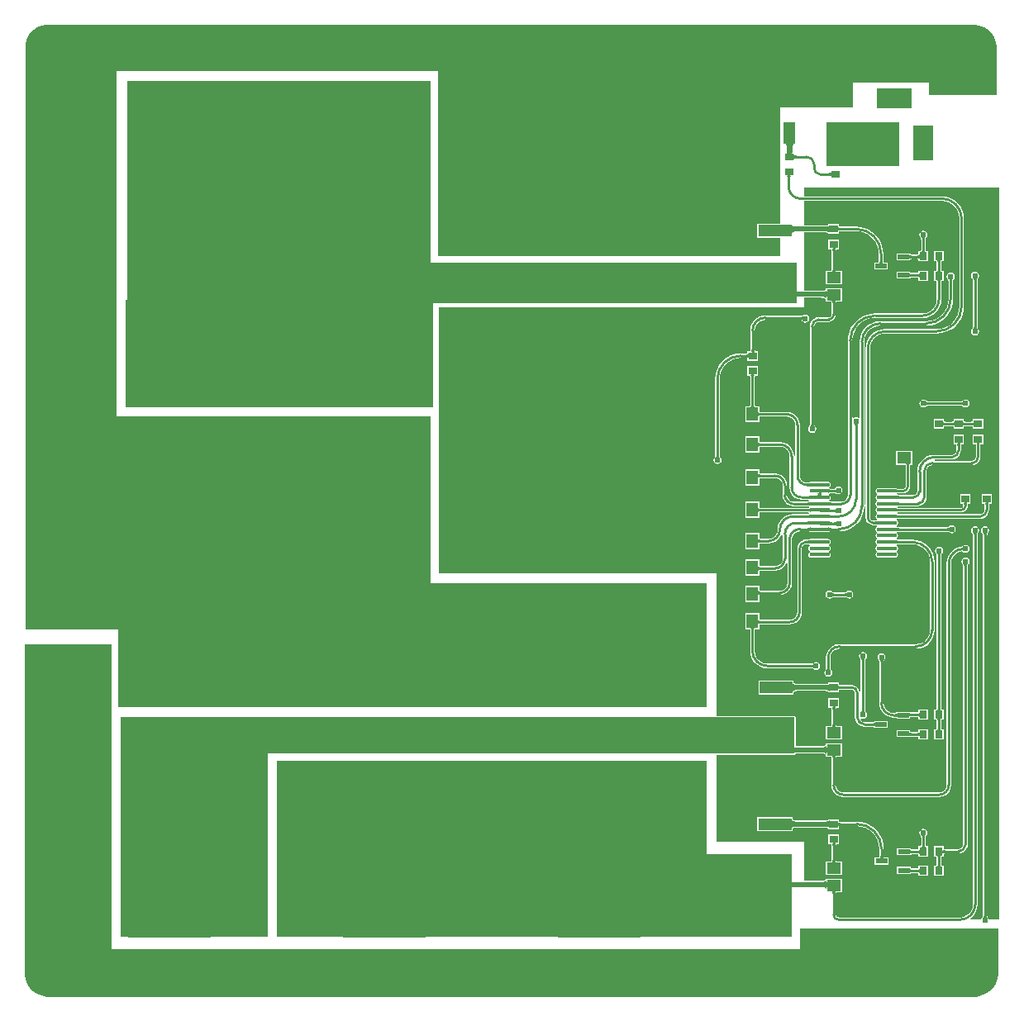
<source format=gtl>
G04*
G04 #@! TF.GenerationSoftware,Altium Limited,Altium Designer,20.0.2 (26)*
G04*
G04 Layer_Physical_Order=1*
G04 Layer_Color=255*
%FSLAX25Y25*%
%MOIN*%
G70*
G01*
G75*
%ADD12C,0.01000*%
%ADD18R,0.04724X0.01968*%
%ADD19R,0.03150X0.03347*%
%ADD20R,0.03347X0.03150*%
%ADD21R,0.04567X0.05787*%
%ADD22R,0.05787X0.04567*%
%ADD23O,0.08268X0.01575*%
%ADD24R,0.13465X0.04921*%
%ADD25R,0.23622X0.25591*%
%ADD26R,0.04724X0.08661*%
%ADD27R,0.33465X0.35433*%
%ADD43C,0.04000*%
%ADD44C,0.02000*%
%ADD45C,0.05000*%
%ADD46R,0.11811X0.23622*%
%ADD47R,0.11811X0.23622*%
%ADD48R,0.14173X0.07874*%
%ADD49R,0.07874X0.14173*%
%ADD50C,0.13780*%
%ADD51C,0.02400*%
G36*
X503744Y510442D02*
X505563Y509689D01*
X507201Y508594D01*
X508594Y507201D01*
X509689Y505563D01*
X510442Y503744D01*
X510827Y501812D01*
Y500827D01*
Y482283D01*
X483268D01*
Y487205D01*
X475227D01*
X474858Y487317D01*
X473622Y487438D01*
X464961D01*
X463725Y487317D01*
X463356Y487205D01*
X452756D01*
Y477362D01*
X423228D01*
Y430420D01*
X414127D01*
Y424698D01*
X423228D01*
Y417323D01*
X285433D01*
Y492126D01*
X155512D01*
Y352845D01*
X282480Y352845D01*
Y285433D01*
X393701Y285433D01*
Y235236D01*
X156496D01*
Y266732D01*
X119095D01*
Y350394D01*
Y501968D01*
X119095Y501968D01*
X119095Y501968D01*
X119095Y502841D01*
X119435Y504552D01*
X120103Y506165D01*
X121072Y507615D01*
X122306Y508849D01*
X123757Y509819D01*
X125369Y510486D01*
X127080Y510827D01*
X127953Y510827D01*
X500827Y510827D01*
X501812D01*
X503744Y510442D01*
D02*
G37*
G36*
X428975Y462590D02*
X428805Y462530D01*
X428655Y462430D01*
X428525Y462290D01*
X428415Y462110D01*
X428325Y461890D01*
X428255Y461630D01*
X428205Y461330D01*
X428175Y460990D01*
X428170Y460774D01*
X428172Y460642D01*
X428225Y460002D01*
X428271Y459742D01*
X428331Y459522D01*
X428403Y459342D01*
X428489Y459202D01*
X428588Y459102D01*
X428701Y459042D01*
X428827Y459022D01*
X425504D01*
X425630Y459042D01*
X425742Y459102D01*
X425841Y459202D01*
X425927Y459342D01*
X426000Y459522D01*
X426060Y459742D01*
X426106Y460002D01*
X426139Y460302D01*
X426159Y460850D01*
X426155Y460990D01*
X426125Y461330D01*
X426075Y461630D01*
X426005Y461890D01*
X425915Y462110D01*
X425805Y462290D01*
X425675Y462430D01*
X425525Y462530D01*
X425355Y462590D01*
X425165Y462610D01*
X429165D01*
X428975Y462590D01*
D02*
G37*
G36*
X428837Y458364D02*
X428867Y458279D01*
X428917Y458204D01*
X428987Y458139D01*
X429077Y458084D01*
X429187Y458039D01*
X429317Y458004D01*
X429467Y457979D01*
X429637Y457964D01*
X429772Y457961D01*
X430031Y457959D01*
Y456959D01*
X429772Y456958D01*
X429637Y456954D01*
X429467Y456939D01*
X429317Y456914D01*
X429187Y456879D01*
X429077Y456834D01*
X428987Y456779D01*
X428917Y456714D01*
X428867Y456639D01*
X428837Y456554D01*
X428827Y456459D01*
Y456902D01*
X428154Y456858D01*
X428025Y456827D01*
X427931Y456791D01*
X427872Y456752D01*
Y458167D01*
X427931Y458127D01*
X428025Y458092D01*
X428154Y458061D01*
X428317Y458034D01*
X428749Y457993D01*
X428827Y457990D01*
Y458459D01*
X428837Y458364D01*
D02*
G37*
G36*
X471457Y453740D02*
X441929D01*
Y471457D01*
X471457D01*
Y453740D01*
D02*
G37*
G36*
X444020Y449415D02*
X444010Y449510D01*
X443980Y449595D01*
X443929Y449670D01*
X443858Y449735D01*
X443767Y449790D01*
X443656Y449835D01*
X443524Y449870D01*
X443372Y449895D01*
X443200Y449910D01*
X443008Y449915D01*
Y450915D01*
X443200Y450920D01*
X443372Y450935D01*
X443524Y450960D01*
X443656Y450995D01*
X443767Y451040D01*
X443858Y451095D01*
X443929Y451160D01*
X443980Y451235D01*
X444010Y451320D01*
X444020Y451415D01*
Y449415D01*
D02*
G37*
G36*
X427677Y449641D02*
X427592Y449611D01*
X427517Y449560D01*
X427452Y449489D01*
X427397Y449398D01*
X427352Y449287D01*
X427317Y449155D01*
X427292Y449004D01*
X427277Y448832D01*
X427272Y448639D01*
X426272D01*
X426267Y448832D01*
X426252Y449004D01*
X426227Y449155D01*
X426192Y449287D01*
X426147Y449398D01*
X426092Y449489D01*
X426027Y449560D01*
X425952Y449611D01*
X425867Y449641D01*
X425772Y449651D01*
X427772D01*
X427677Y449641D01*
D02*
G37*
G36*
X446553Y429231D02*
X446583Y429146D01*
X446633Y429071D01*
X446703Y429006D01*
X446793Y428951D01*
X446903Y428906D01*
X447033Y428871D01*
X447183Y428846D01*
X447353Y428831D01*
X447488Y428827D01*
X447748Y428826D01*
Y427826D01*
X447488Y427824D01*
X447353Y427821D01*
X447183Y427806D01*
X447033Y427781D01*
X446903Y427746D01*
X446793Y427701D01*
X446703Y427646D01*
X446633Y427581D01*
X446583Y427506D01*
X446553Y427421D01*
X446543Y427326D01*
Y427768D01*
X445870Y427724D01*
X445741Y427693D01*
X445648Y427657D01*
X445589Y427618D01*
Y429033D01*
X445648Y428994D01*
X445741Y428958D01*
X445870Y428927D01*
X446034Y428900D01*
X446466Y428859D01*
X446543Y428856D01*
Y429326D01*
X446553Y429231D01*
D02*
G37*
G36*
X443221Y426763D02*
X443201Y426870D01*
X443141Y426965D01*
X443041Y427050D01*
X442901Y427123D01*
X442721Y427185D01*
X442501Y427236D01*
X442241Y427275D01*
X441941Y427303D01*
X441221Y427326D01*
Y429326D01*
X441601Y429331D01*
X442241Y429376D01*
X442501Y429416D01*
X442721Y429466D01*
X442901Y429528D01*
X443041Y429601D01*
X443141Y429686D01*
X443201Y429781D01*
X443221Y429888D01*
Y426763D01*
D02*
G37*
G36*
X428000Y429878D02*
X428060Y429762D01*
X428160Y429660D01*
X428300Y429571D01*
X428480Y429496D01*
X428700Y429435D01*
X428960Y429387D01*
X429260Y429353D01*
X429600Y429332D01*
X429980Y429326D01*
Y427326D01*
X429600Y427316D01*
X429260Y427285D01*
X428960Y427236D01*
X428700Y427166D01*
X428480Y427076D01*
X428300Y426966D01*
X428160Y426835D01*
X428060Y426685D01*
X428000Y426515D01*
X427980Y426326D01*
Y430008D01*
X428000Y429878D01*
D02*
G37*
G36*
X488286Y415652D02*
X488201Y415622D01*
X488126Y415572D01*
X488061Y415502D01*
X488006Y415412D01*
X487961Y415302D01*
X487926Y415172D01*
X487901Y415022D01*
X487886Y414852D01*
X487881Y414662D01*
X486881D01*
X486876Y414852D01*
X486861Y415022D01*
X486836Y415172D01*
X486801Y415302D01*
X486756Y415412D01*
X486701Y415502D01*
X486636Y415572D01*
X486561Y415622D01*
X486476Y415652D01*
X486381Y415662D01*
X488381D01*
X488286Y415652D01*
D02*
G37*
G36*
X464509Y415166D02*
X464524Y414994D01*
X464549Y414842D01*
X464584Y414710D01*
X464629Y414599D01*
X464684Y414508D01*
X464749Y414437D01*
X464824Y414387D01*
X464909Y414356D01*
X465004Y414346D01*
X463004D01*
X463099Y414356D01*
X463184Y414387D01*
X463259Y414437D01*
X463324Y414508D01*
X463379Y414599D01*
X463424Y414710D01*
X463459Y414842D01*
X463484Y414994D01*
X463499Y415166D01*
X463504Y415358D01*
X464504D01*
X464509Y415166D01*
D02*
G37*
G36*
X487886Y411918D02*
X487901Y411746D01*
X487926Y411594D01*
X487961Y411462D01*
X488006Y411351D01*
X488061Y411260D01*
X488126Y411189D01*
X488201Y411138D01*
X488286Y411108D01*
X488381Y411098D01*
X486381D01*
X486476Y411108D01*
X486561Y411138D01*
X486636Y411189D01*
X486701Y411260D01*
X486756Y411351D01*
X486801Y411462D01*
X486836Y411594D01*
X486861Y411746D01*
X486876Y411918D01*
X486881Y412110D01*
X487881D01*
X487886Y411918D01*
D02*
G37*
G36*
X492901Y408129D02*
X492844Y408053D01*
X492793Y407972D01*
X492748Y407886D01*
X492711Y407793D01*
X492680Y407695D01*
X492657Y407591D01*
X492640Y407481D01*
X492629Y407366D01*
X492626Y407244D01*
X491626D01*
X491623Y407366D01*
X491612Y407481D01*
X491595Y407591D01*
X491572Y407695D01*
X491541Y407793D01*
X491504Y407886D01*
X491459Y407972D01*
X491408Y408053D01*
X491351Y408129D01*
X491286Y408198D01*
X492966D01*
X492901Y408129D01*
D02*
G37*
G36*
X488286Y407778D02*
X488201Y407748D01*
X488126Y407698D01*
X488061Y407628D01*
X488006Y407538D01*
X487961Y407428D01*
X487926Y407298D01*
X487901Y407148D01*
X487886Y406978D01*
X487881Y406788D01*
X486881D01*
X486876Y406978D01*
X486861Y407148D01*
X486836Y407298D01*
X486801Y407428D01*
X486756Y407538D01*
X486701Y407628D01*
X486636Y407698D01*
X486561Y407748D01*
X486476Y407778D01*
X486381Y407788D01*
X488381D01*
X488286Y407778D01*
D02*
G37*
G36*
X442000Y399969D02*
X441980Y400159D01*
X441920Y400328D01*
X441820Y400479D01*
X441680Y400608D01*
X441500Y400718D01*
X441280Y400808D01*
X441020Y400878D01*
X440720Y400928D01*
X440380Y400958D01*
X440000Y400969D01*
Y402969D01*
X440380Y402977D01*
X440720Y403004D01*
X441020Y403048D01*
X441280Y403109D01*
X441500Y403188D01*
X441680Y403285D01*
X441820Y403399D01*
X441920Y403530D01*
X441980Y403680D01*
X442000Y403846D01*
Y399969D01*
D02*
G37*
G36*
X445787Y399305D02*
X445702Y399275D01*
X445627Y399224D01*
X445562Y399153D01*
X445507Y399062D01*
X445462Y398951D01*
X445427Y398819D01*
X445402Y398668D01*
X445387Y398496D01*
X445382Y398303D01*
X444382D01*
X444377Y398496D01*
X444362Y398668D01*
X444337Y398819D01*
X444302Y398951D01*
X444257Y399062D01*
X444202Y399153D01*
X444137Y399224D01*
X444062Y399275D01*
X443977Y399305D01*
X443882Y399315D01*
X445882D01*
X445787Y399305D01*
D02*
G37*
G36*
X511811Y149606D02*
X507459D01*
X507413Y149837D01*
X507066Y150356D01*
X507063Y150364D01*
X507012Y150419D01*
X506979Y150462D01*
X506949Y150509D01*
X506922Y150562D01*
X506899Y150620D01*
X506878Y150686D01*
X506862Y150758D01*
X506849Y150839D01*
X506841Y150927D01*
X506838Y151036D01*
X506823Y151069D01*
Y304836D01*
X506838Y304870D01*
X506841Y304978D01*
X506849Y305066D01*
X506862Y305147D01*
X506878Y305220D01*
X506899Y305285D01*
X506922Y305344D01*
X506949Y305396D01*
X506979Y305443D01*
X507012Y305486D01*
X507063Y305541D01*
X507066Y305549D01*
X507413Y306069D01*
X507537Y306693D01*
X507413Y307317D01*
X507059Y307846D01*
X506530Y308200D01*
X505905Y308324D01*
X505281Y308200D01*
X504752Y307846D01*
X504398Y307317D01*
X504274Y306693D01*
X504398Y306069D01*
X504745Y305549D01*
X504748Y305541D01*
X504799Y305487D01*
X504832Y305444D01*
X504862Y305396D01*
X504889Y305344D01*
X504912Y305285D01*
X504933Y305220D01*
X504949Y305147D01*
X504962Y305066D01*
X504970Y304978D01*
X504973Y304870D01*
X504988Y304836D01*
Y151069D01*
X504973Y151036D01*
X504970Y150927D01*
X504962Y150839D01*
X504949Y150758D01*
X504933Y150686D01*
X504912Y150620D01*
X504889Y150562D01*
X504862Y150509D01*
X504832Y150462D01*
X504799Y150419D01*
X504748Y150364D01*
X504745Y150356D01*
X504398Y149837D01*
X504353Y149606D01*
X500301D01*
X500122Y150106D01*
X500862Y150713D01*
X501728Y151769D01*
X502372Y152973D01*
X502768Y154280D01*
X502902Y155640D01*
X502886D01*
Y304836D01*
X502901Y304870D01*
X502904Y304978D01*
X502912Y305066D01*
X502925Y305147D01*
X502941Y305220D01*
X502962Y305285D01*
X502985Y305344D01*
X503012Y305396D01*
X503042Y305443D01*
X503075Y305486D01*
X503126Y305541D01*
X503129Y305549D01*
X503476Y306069D01*
X503600Y306693D01*
X503476Y307317D01*
X503122Y307846D01*
X502593Y308200D01*
X501968Y308324D01*
X501344Y308200D01*
X500815Y307846D01*
X500461Y307317D01*
X500337Y306693D01*
X500461Y306069D01*
X500808Y305549D01*
X500811Y305541D01*
X500862Y305487D01*
X500895Y305444D01*
X500925Y305396D01*
X500952Y305344D01*
X500975Y305285D01*
X500996Y305220D01*
X501012Y305147D01*
X501025Y305066D01*
X501033Y304978D01*
X501036Y304870D01*
X501051Y304836D01*
Y155640D01*
X501058Y155605D01*
X500888Y154313D01*
X500376Y153076D01*
X499561Y152014D01*
X498499Y151199D01*
X497262Y150687D01*
X495970Y150517D01*
X495935Y150524D01*
X446850D01*
Y150536D01*
X446453Y150615D01*
X446116Y150840D01*
X445891Y151177D01*
X445812Y151575D01*
X445799D01*
Y160108D01*
X445815Y160143D01*
X445819Y160322D01*
X445832Y160464D01*
X445851Y160579D01*
X445873Y160664D01*
X445895Y160718D01*
X445904Y160733D01*
X445928Y160735D01*
X445940Y160742D01*
X448176D01*
Y166109D01*
X442088D01*
X442082Y166109D01*
X442050Y166127D01*
X442011Y166125D01*
X442000Y166130D01*
X441588Y166109D01*
Y165889D01*
X441588Y165889D01*
Y165888D01*
X441397Y165447D01*
X441317Y165403D01*
X441152Y165341D01*
X440935Y165287D01*
X440670Y165246D01*
X440357Y165221D01*
X439990Y165212D01*
X439978Y165207D01*
X433071D01*
Y181102D01*
X397638D01*
X397638Y216103D01*
X414521D01*
Y216037D01*
X428786D01*
Y216103D01*
X429134D01*
X429440Y216229D01*
X429567Y216535D01*
Y216722D01*
X439977D01*
X439989Y216717D01*
X440355Y216707D01*
X440665Y216680D01*
X440928Y216636D01*
X441141Y216579D01*
X441304Y216512D01*
X441417Y216443D01*
X441488Y216377D01*
X441530Y216315D01*
X441555Y216244D01*
X441570Y216104D01*
X441588Y216070D01*
Y215466D01*
X443824D01*
X443836Y215460D01*
X443860Y215457D01*
X443868Y215443D01*
X443890Y215389D01*
X443913Y215303D01*
X443932Y215188D01*
X443944Y215046D01*
X443949Y214867D01*
X443964Y214833D01*
Y203937D01*
X443940D01*
X444106Y202674D01*
X444594Y201498D01*
X445369Y200487D01*
X446380Y199712D01*
X447556Y199224D01*
X448819Y199058D01*
Y199082D01*
X487402D01*
Y199058D01*
X488664Y199224D01*
X489841Y199712D01*
X490851Y200487D01*
X491627Y201498D01*
X492114Y202674D01*
X492280Y203937D01*
X492256D01*
Y293307D01*
X492250Y293338D01*
X492416Y294601D01*
X492915Y295806D01*
X493710Y296841D01*
X494745Y297636D01*
X495950Y298135D01*
X496509Y298209D01*
X496536Y298208D01*
X496596Y298202D01*
X496650Y298190D01*
X496700Y298174D01*
X496746Y298153D01*
X496791Y298127D01*
X496835Y298095D01*
X496894Y298041D01*
X496916Y298033D01*
X497407Y297705D01*
X498032Y297581D01*
X498656Y297705D01*
X499185Y298059D01*
X499539Y298588D01*
X499663Y299213D01*
X499539Y299837D01*
X499185Y300366D01*
X498656Y300720D01*
X498032Y300844D01*
X497407Y300720D01*
X496878Y300366D01*
X496873Y300358D01*
X496866Y300356D01*
X496817Y300309D01*
X496777Y300277D01*
X496729Y300245D01*
X496673Y300214D01*
X496608Y300183D01*
X496535Y300153D01*
X496457Y300128D01*
X496256Y300077D01*
X496144Y300056D01*
X496109Y300034D01*
X495910Y300014D01*
X494627Y299625D01*
X493445Y298993D01*
X492409Y298143D01*
X491558Y297106D01*
X490926Y295924D01*
X490537Y294641D01*
X490406Y293307D01*
X490421D01*
Y203937D01*
X490414D01*
X490312Y203157D01*
X490011Y202431D01*
X489532Y201807D01*
X488908Y201328D01*
X488181Y201027D01*
X487402Y200924D01*
Y200918D01*
X448819D01*
Y200924D01*
X448039Y201027D01*
X447312Y201328D01*
X446689Y201807D01*
X446210Y202431D01*
X445909Y203157D01*
X445806Y203937D01*
X445799D01*
Y214833D01*
X445815Y214867D01*
X445819Y215046D01*
X445832Y215188D01*
X445851Y215303D01*
X445873Y215389D01*
X445895Y215443D01*
X445904Y215457D01*
X445928Y215460D01*
X445940Y215466D01*
X448176D01*
Y220833D01*
X441588D01*
Y220229D01*
X441570Y220195D01*
X441555Y220056D01*
X441530Y219985D01*
X441488Y219922D01*
X441417Y219856D01*
X441304Y219787D01*
X441141Y219721D01*
X440928Y219663D01*
X440665Y219619D01*
X440355Y219592D01*
X439989Y219582D01*
X439977Y219577D01*
X429567D01*
Y231299D01*
X429440Y231605D01*
X429134Y231732D01*
X397638D01*
X397638Y289370D01*
X285691D01*
X285691Y396654D01*
X433071Y396654D01*
Y400541D01*
X439977D01*
X439989Y400536D01*
X440355Y400526D01*
X440665Y400499D01*
X440928Y400455D01*
X441141Y400397D01*
X441304Y400331D01*
X441417Y400262D01*
X441488Y400196D01*
X441530Y400133D01*
X441555Y400062D01*
X441570Y399923D01*
X441588Y399889D01*
Y398891D01*
X443824D01*
X443836Y398885D01*
X443860Y398882D01*
X443868Y398868D01*
X443890Y398814D01*
X443913Y398728D01*
X443932Y398614D01*
X443944Y398471D01*
X443949Y398292D01*
X443964Y398258D01*
Y393701D01*
X443952D01*
X443873Y393303D01*
X443648Y392967D01*
X443311Y392741D01*
X442913Y392662D01*
Y392650D01*
X438976D01*
Y392664D01*
X438022Y392538D01*
X437133Y392170D01*
X436369Y391584D01*
X435783Y390820D01*
X435415Y389931D01*
X435289Y388976D01*
X435303D01*
Y349495D01*
X435288Y349461D01*
X435285Y349353D01*
X435277Y349264D01*
X435264Y349184D01*
X435248Y349111D01*
X435227Y349046D01*
X435204Y348987D01*
X435177Y348935D01*
X435147Y348887D01*
X435114Y348844D01*
X435063Y348790D01*
X435060Y348781D01*
X434713Y348262D01*
X434589Y347638D01*
X434713Y347013D01*
X435067Y346484D01*
X435596Y346131D01*
X436221Y346006D01*
X436845Y346131D01*
X437374Y346484D01*
X437728Y347013D01*
X437852Y347638D01*
X437728Y348262D01*
X437381Y348781D01*
X437378Y348790D01*
X437327Y348844D01*
X437294Y348887D01*
X437264Y348935D01*
X437237Y348987D01*
X437214Y349046D01*
X437193Y349111D01*
X437177Y349184D01*
X437164Y349264D01*
X437156Y349353D01*
X437153Y349461D01*
X437138Y349495D01*
Y388976D01*
X437137Y388984D01*
X437275Y389681D01*
X437674Y390278D01*
X438272Y390677D01*
X438969Y390816D01*
X438976Y390815D01*
X442913D01*
Y390808D01*
X443662Y390906D01*
X444360Y391195D01*
X444959Y391655D01*
X445419Y392254D01*
X445708Y392952D01*
X445807Y393701D01*
X445799D01*
Y398258D01*
X445815Y398292D01*
X445819Y398471D01*
X445832Y398614D01*
X445851Y398728D01*
X445873Y398814D01*
X445895Y398868D01*
X445904Y398882D01*
X445928Y398885D01*
X445940Y398891D01*
X448176D01*
Y404258D01*
X442088D01*
X442084Y404258D01*
X442052Y404276D01*
X442011Y404275D01*
X442000Y404279D01*
X441588Y404258D01*
Y404038D01*
X441588D01*
Y404038D01*
X441377Y403613D01*
X441324Y403585D01*
X441157Y403525D01*
X440939Y403473D01*
X440672Y403434D01*
X440358Y403410D01*
X439990Y403401D01*
X439978Y403396D01*
X433071D01*
X433071Y426898D01*
X441195D01*
X441207Y426893D01*
X441914Y426871D01*
X442188Y426845D01*
X442385Y426815D01*
X442809Y426571D01*
Y426571D01*
X442809D01*
Y426351D01*
X443221Y426330D01*
X443259Y426346D01*
X443300Y426337D01*
X443321Y426351D01*
X446955D01*
Y427246D01*
X446974Y427280D01*
X446976Y427305D01*
X446989Y427313D01*
X447042Y427334D01*
X447125Y427357D01*
X447238Y427376D01*
X447378Y427388D01*
X447495Y427391D01*
X447750Y427393D01*
X447787Y427408D01*
X454004D01*
X454042Y427416D01*
X455778Y427245D01*
X457484Y426727D01*
X459056Y425887D01*
X460434Y424756D01*
X461565Y423378D01*
X462405Y421806D01*
X462923Y420100D01*
X463094Y418364D01*
X463086Y418326D01*
Y415403D01*
X463071Y415369D01*
X463066Y415190D01*
X463054Y415048D01*
X463035Y414933D01*
X463012Y414848D01*
X462991Y414793D01*
X462982Y414779D01*
X462958Y414777D01*
X462946Y414770D01*
X461242D01*
Y412002D01*
X466766D01*
Y414770D01*
X465062D01*
X465050Y414777D01*
X465026Y414779D01*
X465017Y414793D01*
X464995Y414848D01*
X464973Y414933D01*
X464954Y415048D01*
X464941Y415190D01*
X464937Y415369D01*
X464922Y415403D01*
Y418326D01*
X464938D01*
X464803Y420036D01*
X464402Y421704D01*
X463746Y423289D01*
X462850Y424752D01*
X461735Y426057D01*
X460431Y427171D01*
X458968Y428068D01*
X457383Y428724D01*
X455714Y429125D01*
X454004Y429259D01*
Y429243D01*
X447787D01*
X447750Y429258D01*
X447495Y429260D01*
X447378Y429263D01*
X447238Y429275D01*
X447125Y429294D01*
X447042Y429317D01*
X446989Y429338D01*
X446976Y429346D01*
X446974Y429371D01*
X446955Y429405D01*
Y430300D01*
X443321D01*
X443300Y430314D01*
X443259Y430305D01*
X443221Y430321D01*
X442809Y430300D01*
Y430080D01*
X442809D01*
Y430080D01*
X442385Y429836D01*
X442193Y429807D01*
X441582Y429764D01*
X441214Y429759D01*
X441202Y429753D01*
X433071D01*
Y439634D01*
X488583D01*
X488587Y439634D01*
X489940Y439501D01*
X491245Y439105D01*
X492448Y438462D01*
X493502Y437597D01*
X494368Y436543D01*
X495011Y435340D01*
X495406Y434034D01*
X495540Y432681D01*
X495539Y432677D01*
Y397008D01*
X495547Y396970D01*
X495376Y395234D01*
X494858Y393528D01*
X494018Y391956D01*
X492887Y390578D01*
X491509Y389447D01*
X489937Y388606D01*
X488231Y388089D01*
X486495Y387918D01*
X486457Y387926D01*
X465748D01*
Y387947D01*
X464182Y387792D01*
X462677Y387336D01*
X461289Y386594D01*
X460073Y385596D01*
X459075Y384380D01*
X458334Y382992D01*
X457877Y381487D01*
X457723Y379921D01*
X457744D01*
Y317075D01*
X457244Y316863D01*
X457217Y316888D01*
Y382677D01*
X457218D01*
X457344Y383957D01*
X457717Y385188D01*
X458323Y386323D01*
X459139Y387317D01*
X460134Y388133D01*
X461268Y388740D01*
X462499Y389113D01*
X463779Y389239D01*
Y389240D01*
X482126D01*
Y389224D01*
X483836Y389358D01*
X485505Y389759D01*
X487090Y390416D01*
X488553Y391312D01*
X489857Y392426D01*
X490972Y393731D01*
X491868Y395194D01*
X492524Y396779D01*
X492925Y398447D01*
X493060Y400157D01*
X493044D01*
Y407198D01*
X493059Y407232D01*
X493062Y407340D01*
X493070Y407429D01*
X493082Y407509D01*
X493099Y407582D01*
X493119Y407647D01*
X493143Y407706D01*
X493169Y407758D01*
X493199Y407806D01*
X493232Y407849D01*
X493283Y407903D01*
X493286Y407911D01*
X493633Y408431D01*
X493757Y409055D01*
X493633Y409679D01*
X493280Y410209D01*
X492750Y410562D01*
X492126Y410686D01*
X491502Y410562D01*
X490972Y410209D01*
X490619Y409679D01*
X490495Y409055D01*
X490619Y408431D01*
X490966Y407911D01*
X490969Y407903D01*
X491020Y407849D01*
X491053Y407806D01*
X491082Y407758D01*
X491109Y407706D01*
X491133Y407647D01*
X491153Y407582D01*
X491170Y407509D01*
X491182Y407429D01*
X491190Y407340D01*
X491193Y407232D01*
X491208Y407198D01*
Y400157D01*
X491216Y400119D01*
X491045Y398383D01*
X490527Y396677D01*
X489687Y395105D01*
X488556Y393727D01*
X487178Y392596D01*
X485606Y391756D01*
X483900Y391238D01*
X482164Y391068D01*
X482126Y391075D01*
X463779D01*
Y391098D01*
X462137Y390936D01*
X460557Y390457D01*
X459101Y389679D01*
X457825Y388632D01*
X456778Y387355D01*
X456000Y385900D01*
X455520Y384320D01*
X455359Y382677D01*
X455382D01*
Y352337D01*
X454882Y352081D01*
X454561Y352295D01*
X453937Y352419D01*
X453313Y352295D01*
X452992Y352081D01*
X452492Y352337D01*
Y383307D01*
X452485Y383346D01*
X452656Y385081D01*
X453173Y386787D01*
X454014Y388359D01*
X455145Y389737D01*
X456523Y390868D01*
X458095Y391709D01*
X459801Y392226D01*
X461536Y392397D01*
X461575Y392389D01*
X480709D01*
Y392370D01*
X482193Y392517D01*
X483620Y392950D01*
X484936Y393653D01*
X486089Y394599D01*
X487035Y395752D01*
X487738Y397067D01*
X488171Y398495D01*
X488317Y399979D01*
X488298D01*
Y406742D01*
X488313Y406776D01*
X488318Y406953D01*
X488331Y407093D01*
X488349Y407205D01*
X488372Y407289D01*
X488393Y407341D01*
X488401Y407354D01*
X488426Y407357D01*
X488460Y407376D01*
X489356D01*
Y411522D01*
X488439D01*
X488426Y411529D01*
X488403Y411531D01*
X488394Y411545D01*
X488372Y411600D01*
X488349Y411685D01*
X488331Y411800D01*
X488318Y411942D01*
X488313Y412121D01*
X488298Y412155D01*
Y414616D01*
X488313Y414650D01*
X488318Y414827D01*
X488331Y414967D01*
X488349Y415080D01*
X488372Y415163D01*
X488393Y415215D01*
X488401Y415228D01*
X488426Y415231D01*
X488460Y415250D01*
X489356D01*
Y419396D01*
X485406D01*
Y415250D01*
X486301D01*
X486335Y415231D01*
X486360Y415228D01*
X486368Y415215D01*
X486390Y415163D01*
X486412Y415080D01*
X486431Y414967D01*
X486443Y414827D01*
X486448Y414650D01*
X486463Y414616D01*
Y412155D01*
X486448Y412121D01*
X486443Y411942D01*
X486431Y411800D01*
X486412Y411685D01*
X486389Y411600D01*
X486367Y411545D01*
X486359Y411531D01*
X486335Y411529D01*
X486323Y411522D01*
X485406D01*
Y407376D01*
X486301D01*
X486335Y407357D01*
X486360Y407354D01*
X486368Y407341D01*
X486390Y407289D01*
X486412Y407205D01*
X486431Y407093D01*
X486443Y406953D01*
X486448Y406776D01*
X486463Y406742D01*
Y399979D01*
X486473Y399928D01*
X486283Y398485D01*
X485707Y397093D01*
X484790Y395898D01*
X483594Y394981D01*
X482202Y394404D01*
X480760Y394215D01*
X480709Y394225D01*
X461575D01*
Y394241D01*
X459864Y394106D01*
X458196Y393706D01*
X456611Y393049D01*
X455148Y392153D01*
X453843Y391038D01*
X452729Y389734D01*
X451833Y388271D01*
X451176Y386686D01*
X450776Y385017D01*
X450641Y383307D01*
X450657D01*
Y320866D01*
X450665Y320825D01*
X450480Y319893D01*
X449929Y319067D01*
X449103Y318516D01*
X448171Y318331D01*
X448130Y318339D01*
X444164D01*
X444129Y318354D01*
X443783Y318363D01*
X443645Y318373D01*
X443390Y318406D01*
X443295Y318426D01*
X443237Y318441D01*
X443184Y318553D01*
X443131Y318756D01*
X443130Y318779D01*
X443145Y318903D01*
X443168Y318986D01*
X443376Y319124D01*
X443638Y319517D01*
X443730Y319980D01*
X443638Y320444D01*
X443376Y320836D01*
X443168Y320975D01*
X443145Y321058D01*
X443130Y321182D01*
X443132Y321215D01*
X443172Y321377D01*
X443240Y321519D01*
X443401Y321556D01*
X443503Y321572D01*
X443952Y321604D01*
X444124Y321606D01*
X444159Y321622D01*
X445189D01*
X445224Y321606D01*
X445336Y321604D01*
X445429Y321599D01*
X445617Y321575D01*
X445691Y321560D01*
X445765Y321541D01*
X445832Y321519D01*
X445894Y321495D01*
X445950Y321468D01*
X446015Y321432D01*
X446082Y321424D01*
X446226Y321327D01*
X446850Y321203D01*
X447475Y321327D01*
X448004Y321681D01*
X448358Y322210D01*
X448482Y322835D01*
X448358Y323459D01*
X448004Y323988D01*
X447475Y324342D01*
X446850Y324466D01*
X446226Y324342D01*
X445697Y323988D01*
X445519Y323723D01*
X445453Y323678D01*
X445417Y323624D01*
X445394Y323598D01*
X445368Y323575D01*
X445337Y323553D01*
X445299Y323533D01*
X445251Y323514D01*
X445193Y323497D01*
X445123Y323484D01*
X445041Y323476D01*
X444934Y323472D01*
X444901Y323457D01*
X444164D01*
X444129Y323472D01*
X443783Y323481D01*
X443645Y323491D01*
X443390Y323524D01*
X443295Y323544D01*
X443237Y323559D01*
X443184Y323671D01*
X443131Y323874D01*
X443130Y323897D01*
X443145Y324021D01*
X443168Y324104D01*
X443376Y324242D01*
X443638Y324635D01*
X443730Y325098D01*
X443638Y325562D01*
X443376Y325955D01*
X442983Y326217D01*
X442520Y326309D01*
X435827D01*
X435545Y326253D01*
X435524Y326262D01*
X435464Y326237D01*
X435363Y326217D01*
X435352Y326209D01*
X435306Y326203D01*
X435251Y326171D01*
X435202Y326149D01*
X435142Y326128D01*
X434945Y326081D01*
X434844Y326066D01*
X434452Y326038D01*
X433957Y326025D01*
X433957Y326025D01*
X433957Y326025D01*
X433254Y326118D01*
X432599Y326389D01*
X432037Y326820D01*
X431605Y327383D01*
X431334Y328038D01*
X431242Y328740D01*
X431233D01*
Y349213D01*
X431260D01*
X431080Y350578D01*
X430553Y351851D01*
X429715Y352943D01*
X428622Y353782D01*
X427350Y354309D01*
X425984Y354488D01*
Y354461D01*
X415482D01*
X415448Y354476D01*
X415269Y354481D01*
X415127Y354493D01*
X415012Y354512D01*
X414926Y354535D01*
X414872Y354557D01*
X414858Y354565D01*
X414855Y354589D01*
X414849Y354601D01*
Y356837D01*
X413245D01*
X413211Y356856D01*
X413186Y356858D01*
X413178Y356871D01*
X413156Y356924D01*
X413134Y357007D01*
X413115Y357120D01*
X413103Y357260D01*
X413098Y357436D01*
X413083Y357470D01*
Y368279D01*
X413098Y368313D01*
X413103Y368492D01*
X413115Y368634D01*
X413134Y368749D01*
X413157Y368835D01*
X413179Y368889D01*
X413187Y368903D01*
X413211Y368906D01*
X413223Y368912D01*
X414278D01*
Y372862D01*
X410132D01*
Y368912D01*
X411107D01*
X411120Y368906D01*
X411143Y368903D01*
X411152Y368889D01*
X411174Y368835D01*
X411197Y368749D01*
X411215Y368634D01*
X411228Y368492D01*
X411233Y368313D01*
X411248Y368279D01*
Y357470D01*
X411233Y357436D01*
X411228Y357260D01*
X411216Y357120D01*
X411197Y357007D01*
X411174Y356924D01*
X411153Y356871D01*
X411145Y356858D01*
X411120Y356856D01*
X411086Y356837D01*
X409482D01*
Y350250D01*
X414849D01*
Y352485D01*
X414855Y352498D01*
X414858Y352521D01*
X414872Y352530D01*
X414926Y352552D01*
X415012Y352574D01*
X415127Y352593D01*
X415269Y352606D01*
X415448Y352610D01*
X415482Y352626D01*
X425984D01*
Y352623D01*
X426867Y352506D01*
X427689Y352166D01*
X428395Y351624D01*
X428937Y350918D01*
X429278Y350095D01*
X429394Y349213D01*
X429397D01*
Y336624D01*
X428901Y336614D01*
X428708Y338082D01*
X428141Y339451D01*
X427240Y340626D01*
X426065Y341527D01*
X424697Y342094D01*
X423228Y342287D01*
Y342256D01*
X415482D01*
X415448Y342271D01*
X415269Y342276D01*
X415127Y342288D01*
X415012Y342307D01*
X414926Y342330D01*
X414872Y342352D01*
X414858Y342361D01*
X414855Y342384D01*
X414849Y342396D01*
Y344632D01*
X409482D01*
Y338045D01*
X414849D01*
Y340281D01*
X414855Y340293D01*
X414858Y340317D01*
X414872Y340325D01*
X414926Y340347D01*
X415012Y340370D01*
X415127Y340389D01*
X415269Y340401D01*
X415448Y340406D01*
X415482Y340421D01*
X423228D01*
X423229Y340421D01*
X424214Y340291D01*
X425132Y339911D01*
X425920Y339306D01*
X426525Y338518D01*
X426906Y337599D01*
X427035Y336615D01*
X427035Y336614D01*
Y324016D01*
X427010D01*
X427180Y322727D01*
X427677Y321527D01*
X428468Y320496D01*
X429499Y319705D01*
X430700Y319207D01*
X431988Y319038D01*
Y319063D01*
X434183D01*
X434217Y319047D01*
X434563Y319039D01*
X434701Y319029D01*
X434714Y319027D01*
X434866Y318818D01*
X434915Y318676D01*
X434739Y318386D01*
X434734Y318381D01*
X434394Y318356D01*
X434223Y318354D01*
X434187Y318339D01*
X428642D01*
X428600Y318331D01*
X427668Y318516D01*
X426843Y319067D01*
X426292Y319893D01*
X426106Y320825D01*
X426115Y320866D01*
Y324803D01*
X426139D01*
X425972Y326066D01*
X425485Y327242D01*
X424710Y328253D01*
X423699Y329028D01*
X422522Y329516D01*
X421260Y329682D01*
Y329658D01*
X415482D01*
X415448Y329673D01*
X415269Y329678D01*
X415127Y329690D01*
X415012Y329709D01*
X414926Y329732D01*
X414872Y329754D01*
X414858Y329762D01*
X414855Y329786D01*
X414849Y329798D01*
Y331246D01*
X409482D01*
Y324659D01*
X414849D01*
Y327682D01*
X414855Y327694D01*
X414858Y327718D01*
X414872Y327727D01*
X414926Y327749D01*
X415012Y327771D01*
X415127Y327790D01*
X415269Y327803D01*
X415448Y327807D01*
X415482Y327822D01*
X421260D01*
Y327816D01*
X422040Y327713D01*
X422766Y327412D01*
X423390Y326934D01*
X423869Y326309D01*
X424170Y325583D01*
X424273Y324803D01*
X424279D01*
Y320866D01*
X424259D01*
X424409Y319732D01*
X424847Y318675D01*
X425543Y317767D01*
X426451Y317071D01*
X427507Y316633D01*
X428642Y316484D01*
Y316504D01*
X434183D01*
X434217Y316488D01*
X434563Y316479D01*
X434701Y316470D01*
X434714Y316468D01*
X434866Y316259D01*
X434915Y316117D01*
X434738Y315827D01*
X434734Y315822D01*
X434394Y315797D01*
X434223Y315795D01*
X434187Y315780D01*
X415482D01*
X415448Y315795D01*
X415269Y315800D01*
X415127Y315812D01*
X415012Y315831D01*
X414926Y315854D01*
X414872Y315876D01*
X414858Y315884D01*
X414855Y315908D01*
X414849Y315920D01*
Y318254D01*
X409482D01*
Y311667D01*
X414849D01*
Y313804D01*
X414855Y313816D01*
X414858Y313840D01*
X414872Y313849D01*
X414926Y313871D01*
X415012Y313893D01*
X415127Y313912D01*
X415269Y313925D01*
X415448Y313929D01*
X415482Y313945D01*
X434183D01*
X434217Y313929D01*
X434563Y313920D01*
X434701Y313911D01*
X434714Y313909D01*
X434866Y313700D01*
X434915Y313558D01*
X434739Y313268D01*
X434734Y313263D01*
X434394Y313238D01*
X434223Y313236D01*
X434187Y313221D01*
X428445D01*
Y313233D01*
X427246Y313115D01*
X426093Y312765D01*
X425030Y312197D01*
X424099Y311433D01*
X423335Y310501D01*
X422767Y309439D01*
X422417Y308286D01*
X422299Y307087D01*
X422299D01*
X422248Y306608D01*
X422181Y306101D01*
X421801Y305183D01*
X421196Y304395D01*
X420407Y303790D01*
X419489Y303409D01*
X418505Y303280D01*
X418504Y303280D01*
X415482D01*
X415448Y303295D01*
X415269Y303300D01*
X415127Y303312D01*
X415012Y303331D01*
X414926Y303354D01*
X414872Y303376D01*
X414858Y303384D01*
X414855Y303408D01*
X414849Y303420D01*
Y305656D01*
X409482D01*
Y299068D01*
X414849D01*
Y301304D01*
X414855Y301316D01*
X414858Y301340D01*
X414872Y301349D01*
X414926Y301371D01*
X415012Y301393D01*
X415127Y301412D01*
X415269Y301425D01*
X415448Y301429D01*
X415482Y301445D01*
X418504D01*
Y301414D01*
X419972Y301607D01*
X421340Y302174D01*
X422515Y303075D01*
X423417Y304250D01*
X423569Y304618D01*
X424161Y304741D01*
X424279Y304628D01*
Y295276D01*
X424273D01*
X424170Y294496D01*
X423869Y293769D01*
X423390Y293145D01*
X422766Y292666D01*
X422040Y292366D01*
X421260Y292263D01*
Y292256D01*
X415482D01*
X415448Y292271D01*
X415269Y292276D01*
X415127Y292288D01*
X415012Y292307D01*
X414926Y292330D01*
X414872Y292352D01*
X414858Y292361D01*
X414855Y292384D01*
X414849Y292396D01*
Y295026D01*
X409482D01*
Y288439D01*
X414849D01*
Y290281D01*
X414855Y290293D01*
X414858Y290317D01*
X414872Y290325D01*
X414926Y290347D01*
X415012Y290370D01*
X415127Y290389D01*
X415269Y290401D01*
X415448Y290406D01*
X415482Y290421D01*
X421260D01*
Y290397D01*
X422522Y290563D01*
X423699Y291051D01*
X424710Y291826D01*
X425485Y292836D01*
X425748Y293471D01*
X426248Y293371D01*
Y285433D01*
X426241D01*
X426138Y284653D01*
X425838Y283927D01*
X425359Y283303D01*
X424735Y282824D01*
X424008Y282523D01*
X423228Y282420D01*
Y282414D01*
X415482D01*
X415448Y282429D01*
X415269Y282434D01*
X415127Y282446D01*
X415012Y282465D01*
X414926Y282488D01*
X414872Y282509D01*
X414858Y282518D01*
X414855Y282542D01*
X414849Y282554D01*
Y284396D01*
X409482D01*
Y277809D01*
X414849D01*
Y280438D01*
X414855Y280450D01*
X414858Y280474D01*
X414872Y280483D01*
X414926Y280505D01*
X415012Y280527D01*
X415127Y280546D01*
X415269Y280559D01*
X415448Y280563D01*
X415482Y280578D01*
X423228D01*
Y280554D01*
X424491Y280721D01*
X425668Y281208D01*
X426678Y281983D01*
X427454Y282994D01*
X427941Y284170D01*
X428107Y285433D01*
X428083D01*
Y303150D01*
X428089D01*
X428195Y303955D01*
X428506Y304706D01*
X429000Y305350D01*
X429645Y305845D01*
X430395Y306156D01*
X431201Y306262D01*
Y306267D01*
X434183D01*
X434217Y306252D01*
X434563Y306243D01*
X434701Y306233D01*
X434956Y306200D01*
X435052Y306181D01*
X435135Y306158D01*
X435202Y306135D01*
X435251Y306113D01*
X435306Y306081D01*
X435352Y306074D01*
X435363Y306066D01*
X435464Y306047D01*
X435524Y306022D01*
X435545Y306030D01*
X435827Y305974D01*
X442520D01*
X442801Y306030D01*
X442822Y306022D01*
X442882Y306047D01*
X442983Y306066D01*
X442995Y306074D01*
X443040Y306081D01*
X443096Y306113D01*
X443145Y306135D01*
X443205Y306156D01*
X443401Y306202D01*
X443503Y306218D01*
X443952Y306250D01*
X444124Y306252D01*
X444159Y306267D01*
X447087D01*
Y306236D01*
X449069Y306431D01*
X450975Y307010D01*
X452732Y307949D01*
X454272Y309212D01*
X455536Y310752D01*
X456475Y312509D01*
X457053Y314415D01*
X457200Y315905D01*
X457244Y316353D01*
X457721Y316330D01*
X457744Y315915D01*
X457744Y316329D01*
X457744D01*
Y311811D01*
X457736D01*
X457838Y311036D01*
X458137Y310315D01*
X458612Y309695D01*
X459232Y309219D01*
X459954Y308921D01*
X460728Y308819D01*
Y308826D01*
X461348D01*
X461382Y308811D01*
X461729Y308802D01*
X461866Y308792D01*
X462122Y308759D01*
X462217Y308740D01*
X462275Y308724D01*
X462328Y308613D01*
X462380Y308410D01*
X462382Y308386D01*
X462366Y308262D01*
X462343Y308180D01*
X462136Y308041D01*
X461874Y307648D01*
X461782Y307185D01*
X461874Y306722D01*
X462136Y306329D01*
X462354Y306183D01*
X462357Y306176D01*
Y305635D01*
X462354Y305628D01*
X462136Y305482D01*
X461874Y305089D01*
X461782Y304626D01*
X461874Y304163D01*
X462136Y303770D01*
X462354Y303624D01*
X462357Y303617D01*
Y303076D01*
X462354Y303069D01*
X462136Y302923D01*
X461874Y302530D01*
X461782Y302067D01*
X461874Y301604D01*
X462136Y301211D01*
X462354Y301065D01*
X462357Y301058D01*
Y300517D01*
X462354Y300510D01*
X462136Y300364D01*
X461874Y299971D01*
X461782Y299508D01*
X461874Y299045D01*
X462136Y298652D01*
X462354Y298506D01*
X462357Y298499D01*
Y297958D01*
X462354Y297951D01*
X462136Y297805D01*
X461874Y297412D01*
X461782Y296949D01*
X461874Y296485D01*
X462136Y296093D01*
X462529Y295830D01*
X462992Y295738D01*
X469685D01*
X470148Y295830D01*
X470541Y296093D01*
X470803Y296485D01*
X470896Y296949D01*
X470803Y297412D01*
X470541Y297805D01*
X470323Y297951D01*
X470320Y297958D01*
Y298499D01*
X470323Y298506D01*
X470541Y298652D01*
X470803Y299045D01*
X470896Y299508D01*
X470803Y299971D01*
X470541Y300364D01*
X470357Y300487D01*
X470354Y300507D01*
X470352Y300533D01*
X470488Y301001D01*
X471009Y301034D01*
X471188Y301036D01*
X471224Y301051D01*
X476627D01*
X476634Y301052D01*
X478013Y300916D01*
X479345Y300512D01*
X480573Y299856D01*
X481650Y298972D01*
X482533Y297896D01*
X483189Y296668D01*
X483593Y295336D01*
X483729Y293956D01*
X483728Y293950D01*
Y266507D01*
X483738Y266456D01*
X483549Y265015D01*
X482973Y263625D01*
X482057Y262431D01*
X480863Y261515D01*
X479473Y260940D01*
X478032Y260750D01*
X477981Y260760D01*
X447244D01*
Y260789D01*
X445827Y260603D01*
X444507Y260056D01*
X443373Y259186D01*
X442503Y258052D01*
X441956Y256732D01*
X441770Y255315D01*
X441799D01*
Y251069D01*
X441784Y251036D01*
X441781Y250927D01*
X441773Y250839D01*
X441760Y250758D01*
X441744Y250686D01*
X441723Y250621D01*
X441700Y250562D01*
X441673Y250509D01*
X441643Y250462D01*
X441610Y250419D01*
X441559Y250364D01*
X441556Y250356D01*
X441209Y249837D01*
X441085Y249213D01*
X441209Y248588D01*
X441563Y248059D01*
X442092Y247705D01*
X442717Y247581D01*
X443341Y247705D01*
X443870Y248059D01*
X444224Y248588D01*
X444348Y249213D01*
X444224Y249837D01*
X443877Y250356D01*
X443874Y250364D01*
X443823Y250419D01*
X443790Y250462D01*
X443760Y250509D01*
X443733Y250562D01*
X443710Y250620D01*
X443689Y250686D01*
X443673Y250758D01*
X443660Y250839D01*
X443652Y250927D01*
X443649Y251036D01*
X443634Y251069D01*
Y255315D01*
X443636D01*
X443759Y256249D01*
X444119Y257119D01*
X444693Y257867D01*
X445440Y258440D01*
X446310Y258800D01*
X447244Y258923D01*
Y258925D01*
X477981D01*
Y258906D01*
X479464Y259052D01*
X480890Y259485D01*
X482204Y260187D01*
X483356Y261132D01*
X484301Y262284D01*
X485004Y263598D01*
X485436Y265024D01*
X485582Y266507D01*
X485563D01*
Y293950D01*
X485589D01*
X485417Y295698D01*
X484907Y297380D01*
X484079Y298929D01*
X482964Y300287D01*
X481606Y301401D01*
X480057Y302229D01*
X478376Y302740D01*
X476627Y302912D01*
Y302886D01*
X471435D01*
X471419Y302896D01*
X471388Y302888D01*
X471358Y302901D01*
X471201Y302904D01*
X470913Y302928D01*
X470792Y302947D01*
X470676Y302972D01*
X470569Y303001D01*
X470471Y303034D01*
X470382Y303072D01*
X470366Y303080D01*
X470307Y303348D01*
X470312Y303543D01*
X470336Y303633D01*
X470541Y303770D01*
X470803Y304163D01*
X470896Y304626D01*
X470803Y305089D01*
X470541Y305482D01*
X470357Y305605D01*
X470354Y305625D01*
X470352Y305651D01*
X470488Y306119D01*
X471009Y306152D01*
X471188Y306154D01*
X471224Y306169D01*
X490663D01*
X490697Y306154D01*
X490805Y306151D01*
X490893Y306143D01*
X490974Y306131D01*
X491046Y306114D01*
X491112Y306094D01*
X491170Y306070D01*
X491223Y306043D01*
X491270Y306013D01*
X491313Y305980D01*
X491368Y305929D01*
X491376Y305926D01*
X491895Y305579D01*
X492520Y305455D01*
X493144Y305579D01*
X493673Y305933D01*
X494027Y306462D01*
X494151Y307087D01*
X494027Y307711D01*
X493673Y308240D01*
X493144Y308594D01*
X492520Y308718D01*
X491895Y308594D01*
X491376Y308247D01*
X491368Y308244D01*
X491313Y308193D01*
X491270Y308160D01*
X491223Y308130D01*
X491170Y308103D01*
X491112Y308080D01*
X491046Y308059D01*
X490974Y308043D01*
X490893Y308030D01*
X490805Y308022D01*
X490697Y308019D01*
X490663Y308004D01*
X471435D01*
X471419Y308014D01*
X471388Y308006D01*
X471358Y308019D01*
X471201Y308022D01*
X470913Y308046D01*
X470792Y308065D01*
X470676Y308090D01*
X470569Y308119D01*
X470471Y308153D01*
X470382Y308190D01*
X470366Y308198D01*
X470307Y308467D01*
X470312Y308661D01*
X470336Y308751D01*
X470541Y308888D01*
X470803Y309281D01*
X470896Y309744D01*
X470803Y310207D01*
X470541Y310600D01*
X470334Y310739D01*
X470311Y310822D01*
X470296Y310946D01*
X470297Y310979D01*
X470337Y311141D01*
X470406Y311282D01*
X470566Y311320D01*
X470668Y311336D01*
X471118Y311368D01*
X471289Y311370D01*
X471325Y311385D01*
X504035D01*
Y311372D01*
X504964Y311495D01*
X505829Y311853D01*
X506573Y312423D01*
X507143Y313166D01*
X507501Y314032D01*
X507624Y314961D01*
X507611D01*
Y316704D01*
X507626Y316738D01*
X507630Y316917D01*
X507643Y317060D01*
X507662Y317175D01*
X507684Y317260D01*
X507706Y317314D01*
X507715Y317328D01*
X507739Y317331D01*
X507751Y317337D01*
X508766D01*
Y321287D01*
X504620D01*
Y317337D01*
X505635D01*
X505647Y317331D01*
X505671Y317328D01*
X505680Y317314D01*
X505701Y317260D01*
X505724Y317174D01*
X505743Y317060D01*
X505755Y316917D01*
X505760Y316738D01*
X505775Y316704D01*
Y314961D01*
X505776Y314958D01*
X505644Y314294D01*
X505266Y313730D01*
X504702Y313352D01*
X504038Y313220D01*
X504035Y313221D01*
X471329D01*
X471295Y313236D01*
X470948Y313245D01*
X470811Y313255D01*
X470797Y313257D01*
X470646Y313466D01*
X470597Y313608D01*
X470773Y313897D01*
X470778Y313903D01*
X471118Y313927D01*
X471289Y313929D01*
X471325Y313945D01*
X496358D01*
Y313940D01*
X497030Y314028D01*
X497656Y314288D01*
X498194Y314700D01*
X498606Y315238D01*
X498865Y315864D01*
X498954Y316535D01*
X498954Y316535D01*
X498964Y316738D01*
X498964Y316738D01*
X498965Y316755D01*
X498978Y317025D01*
X498981Y317060D01*
X499000Y317175D01*
X499023Y317260D01*
X499045Y317314D01*
X499053Y317328D01*
X499077Y317331D01*
X499089Y317337D01*
X500105D01*
Y321287D01*
X495958D01*
Y317337D01*
X496974D01*
X496986Y317331D01*
X497010Y317328D01*
X497018Y317314D01*
X497040Y317260D01*
X497063Y317174D01*
X497082Y317060D01*
X497084Y317031D01*
X497096Y316535D01*
X496938Y316101D01*
X496880Y316014D01*
X496640Y315854D01*
X496358Y315798D01*
Y315780D01*
X471329D01*
X471295Y315795D01*
X470948Y315804D01*
X470811Y315814D01*
X470797Y315816D01*
X470646Y316025D01*
X470597Y316167D01*
X470774Y316457D01*
X470778Y316462D01*
X471118Y316486D01*
X471289Y316488D01*
X471325Y316504D01*
X478839D01*
Y316491D01*
X479767Y316613D01*
X480633Y316971D01*
X481376Y317542D01*
X481946Y318285D01*
X482304Y319150D01*
X482427Y320079D01*
X482414D01*
Y330709D01*
X482408Y330736D01*
X482574Y331567D01*
X483060Y332295D01*
X483787Y332781D01*
X484619Y332946D01*
X484646Y332941D01*
X500787D01*
Y332930D01*
X501639Y333042D01*
X502433Y333371D01*
X503114Y333894D01*
X503637Y334575D01*
X503966Y335369D01*
X504078Y336221D01*
X504067D01*
Y340741D01*
X504082Y340775D01*
X504087Y340954D01*
X504100Y341096D01*
X504118Y341211D01*
X504141Y341297D01*
X504163Y341351D01*
X504172Y341365D01*
X504195Y341368D01*
X504207Y341374D01*
X505223D01*
Y345324D01*
X501076D01*
Y341374D01*
X502092D01*
X502104Y341368D01*
X502128Y341365D01*
X502136Y341351D01*
X502158Y341297D01*
X502181Y341211D01*
X502200Y341096D01*
X502212Y340954D01*
X502217Y340775D01*
X502232Y340741D01*
Y336221D01*
X502227D01*
X502118Y335669D01*
X501806Y335202D01*
X501338Y334890D01*
X500787Y334781D01*
Y334776D01*
X485796D01*
X485616Y335276D01*
X485649Y335303D01*
X492520D01*
Y335289D01*
X493474Y335415D01*
X494363Y335783D01*
X495127Y336369D01*
X495713Y337133D01*
X496081Y338022D01*
X496207Y338976D01*
X496193D01*
Y340741D01*
X496208Y340775D01*
X496213Y340954D01*
X496226Y341096D01*
X496244Y341211D01*
X496267Y341297D01*
X496289Y341351D01*
X496298Y341365D01*
X496321Y341368D01*
X496333Y341374D01*
X497349D01*
Y345324D01*
X493202D01*
Y341374D01*
X494218D01*
X494230Y341368D01*
X494253Y341365D01*
X494262Y341351D01*
X494284Y341297D01*
X494307Y341211D01*
X494326Y341096D01*
X494338Y340954D01*
X494343Y340775D01*
X494358Y340741D01*
Y338976D01*
X494359Y338969D01*
X494221Y338272D01*
X493822Y337674D01*
X493224Y337275D01*
X492527Y337137D01*
X492520Y337138D01*
X485433D01*
Y337153D01*
X484099Y337022D01*
X482816Y336633D01*
X481634Y336001D01*
X480598Y335151D01*
X479747Y334114D01*
X479115Y332932D01*
X478726Y331649D01*
X478595Y330315D01*
X478610D01*
Y322441D01*
X478605D01*
X478496Y321890D01*
X478184Y321423D01*
X477716Y321111D01*
X477165Y321001D01*
Y320996D01*
X471227D01*
X471191Y321012D01*
X470831Y321017D01*
X470549Y321032D01*
X470529Y321034D01*
X470498Y321540D01*
X470566Y321556D01*
X470668Y321572D01*
X471118Y321604D01*
X471289Y321606D01*
X471325Y321622D01*
X472933D01*
Y321616D01*
X473656Y321711D01*
X474330Y321990D01*
X474909Y322434D01*
X475353Y323012D01*
X475632Y323686D01*
X475727Y324410D01*
X475721D01*
Y332549D01*
X475736Y332583D01*
X475741Y332763D01*
X475753Y332905D01*
X475772Y333020D01*
X475795Y333105D01*
X475817Y333159D01*
X475825Y333174D01*
X475849Y333176D01*
X475861Y333183D01*
X476522D01*
Y338550D01*
X469935D01*
Y333183D01*
X473745D01*
X473757Y333176D01*
X473781Y333174D01*
X473790Y333159D01*
X473812Y333105D01*
X473834Y333020D01*
X473853Y332905D01*
X473866Y332763D01*
X473870Y332583D01*
X473885Y332549D01*
Y324410D01*
X473871D01*
X473800Y324050D01*
X473596Y323746D01*
X473292Y323543D01*
X472933Y323471D01*
Y323457D01*
X471329D01*
X471295Y323472D01*
X470948Y323481D01*
X470811Y323491D01*
X470556Y323524D01*
X470460Y323544D01*
X470377Y323566D01*
X470310Y323589D01*
X470261Y323611D01*
X470206Y323644D01*
X470160Y323650D01*
X470148Y323658D01*
X470048Y323678D01*
X469988Y323703D01*
X469967Y323694D01*
X469685Y323750D01*
X462992D01*
X462529Y323658D01*
X462136Y323395D01*
X461874Y323003D01*
X461782Y322539D01*
X461874Y322076D01*
X462136Y321683D01*
X462354Y321538D01*
X462357Y321530D01*
Y320989D01*
X462354Y320982D01*
X462136Y320836D01*
X461874Y320444D01*
X461782Y319980D01*
X461874Y319517D01*
X462136Y319124D01*
X462354Y318979D01*
X462357Y318971D01*
Y318430D01*
X462354Y318423D01*
X462136Y318277D01*
X461874Y317884D01*
X461782Y317421D01*
X461874Y316958D01*
X462136Y316565D01*
X462354Y316420D01*
X462357Y316412D01*
Y315871D01*
X462354Y315864D01*
X462136Y315718D01*
X461874Y315325D01*
X461782Y314862D01*
X461874Y314399D01*
X462136Y314006D01*
X462354Y313861D01*
X462357Y313853D01*
Y313312D01*
X462354Y313305D01*
X462136Y313159D01*
X461874Y312766D01*
X461782Y312303D01*
X461874Y311840D01*
X462136Y311447D01*
X462343Y311309D01*
X462366Y311226D01*
X462382Y311102D01*
X462380Y311068D01*
X462340Y310906D01*
X462271Y310765D01*
X462111Y310727D01*
X462009Y310712D01*
X461560Y310679D01*
X461388Y310677D01*
X461353Y310662D01*
X460728D01*
Y310672D01*
X460293Y310759D01*
X459923Y311006D01*
X459676Y311375D01*
X459589Y311811D01*
X459579D01*
Y379921D01*
X459582D01*
X459700Y381124D01*
X460051Y382281D01*
X460621Y383347D01*
X461388Y384281D01*
X462322Y385048D01*
X463388Y385618D01*
X464545Y385969D01*
X465748Y386088D01*
Y386090D01*
X486457D01*
Y386074D01*
X488167Y386209D01*
X489835Y386609D01*
X491421Y387266D01*
X492883Y388162D01*
X494188Y389277D01*
X495302Y390581D01*
X496199Y392044D01*
X496855Y393629D01*
X497256Y395298D01*
X497390Y397008D01*
X497374D01*
Y432677D01*
X497399D01*
X497230Y434397D01*
X496728Y436051D01*
X495913Y437575D01*
X494817Y438911D01*
X493481Y440008D01*
X491957Y440823D01*
X490303Y441324D01*
X488583Y441494D01*
Y441469D01*
X433071D01*
Y444882D01*
X511811D01*
Y149606D01*
D02*
G37*
G36*
X413070Y369326D02*
X412985Y369296D01*
X412910Y369245D01*
X412845Y369174D01*
X412790Y369083D01*
X412745Y368972D01*
X412710Y368840D01*
X412685Y368689D01*
X412670Y368516D01*
X412665Y368324D01*
X411665D01*
X411660Y368516D01*
X411645Y368689D01*
X411620Y368840D01*
X411585Y368972D01*
X411540Y369083D01*
X411485Y369174D01*
X411420Y369245D01*
X411345Y369296D01*
X411260Y369326D01*
X411165Y369336D01*
X413165D01*
X413070Y369326D01*
D02*
G37*
G36*
X412670Y357235D02*
X412685Y357065D01*
X412710Y356915D01*
X412745Y356785D01*
X412790Y356675D01*
X412845Y356585D01*
X412910Y356515D01*
X412985Y356465D01*
X413070Y356435D01*
X413165Y356425D01*
X411165D01*
X411260Y356435D01*
X411345Y356465D01*
X411420Y356515D01*
X411485Y356585D01*
X411540Y356675D01*
X411585Y356785D01*
X411620Y356915D01*
X411645Y357065D01*
X411660Y357235D01*
X411665Y357425D01*
X412665D01*
X412670Y357235D01*
D02*
G37*
G36*
X282283Y414567D02*
X429921D01*
Y398425D01*
X283465D01*
Y356299D01*
X159449D01*
Y399606D01*
X159843D01*
Y485433D01*
Y488189D01*
X282283D01*
Y414567D01*
D02*
G37*
G36*
X414435Y354448D02*
X414465Y354363D01*
X414516Y354288D01*
X414587Y354223D01*
X414678Y354168D01*
X414789Y354123D01*
X414921Y354088D01*
X415072Y354063D01*
X415244Y354048D01*
X415437Y354043D01*
Y353043D01*
X415244Y353038D01*
X415072Y353023D01*
X414921Y352998D01*
X414789Y352963D01*
X414678Y352918D01*
X414587Y352863D01*
X414516Y352798D01*
X414465Y352723D01*
X414435Y352638D01*
X414425Y352543D01*
Y354543D01*
X414435Y354448D01*
D02*
G37*
G36*
X454712Y349861D02*
X454655Y349786D01*
X454604Y349705D01*
X454559Y349618D01*
X454522Y349525D01*
X454491Y349427D01*
X454468Y349323D01*
X454451Y349213D01*
X454440Y349098D01*
X454437Y348976D01*
X453437D01*
X453434Y349098D01*
X453423Y349213D01*
X453406Y349323D01*
X453383Y349427D01*
X453352Y349525D01*
X453315Y349618D01*
X453270Y349705D01*
X453219Y349786D01*
X453162Y349861D01*
X453097Y349930D01*
X454777D01*
X454712Y349861D01*
D02*
G37*
G36*
X436724Y349327D02*
X436734Y349212D01*
X436751Y349102D01*
X436775Y348998D01*
X436805Y348900D01*
X436843Y348807D01*
X436887Y348721D01*
X436938Y348640D01*
X436996Y348564D01*
X437060Y348495D01*
X435381D01*
X435445Y348564D01*
X435503Y348640D01*
X435554Y348721D01*
X435598Y348807D01*
X435636Y348900D01*
X435666Y348998D01*
X435690Y349102D01*
X435707Y349212D01*
X435717Y349327D01*
X435720Y349449D01*
X436721D01*
X436724Y349327D01*
D02*
G37*
G36*
X504055Y341788D02*
X503970Y341758D01*
X503895Y341707D01*
X503830Y341636D01*
X503775Y341545D01*
X503730Y341434D01*
X503695Y341302D01*
X503670Y341150D01*
X503655Y340978D01*
X503650Y340786D01*
X502650D01*
X502645Y340978D01*
X502630Y341150D01*
X502605Y341302D01*
X502570Y341434D01*
X502525Y341545D01*
X502470Y341636D01*
X502405Y341707D01*
X502330Y341758D01*
X502245Y341788D01*
X502150Y341798D01*
X504150D01*
X504055Y341788D01*
D02*
G37*
G36*
X496181D02*
X496096Y341758D01*
X496021Y341707D01*
X495956Y341636D01*
X495901Y341545D01*
X495856Y341434D01*
X495821Y341302D01*
X495796Y341150D01*
X495781Y340978D01*
X495776Y340786D01*
X494776D01*
X494771Y340978D01*
X494756Y341150D01*
X494731Y341302D01*
X494696Y341434D01*
X494651Y341545D01*
X494596Y341636D01*
X494531Y341707D01*
X494456Y341758D01*
X494371Y341788D01*
X494276Y341798D01*
X496276D01*
X496181Y341788D01*
D02*
G37*
G36*
X414435Y342244D02*
X414465Y342159D01*
X414516Y342084D01*
X414587Y342019D01*
X414678Y341964D01*
X414789Y341919D01*
X414921Y341884D01*
X415072Y341859D01*
X415244Y341844D01*
X415437Y341839D01*
Y340839D01*
X415244Y340834D01*
X415072Y340819D01*
X414921Y340794D01*
X414789Y340759D01*
X414678Y340714D01*
X414587Y340659D01*
X414516Y340594D01*
X414465Y340519D01*
X414435Y340434D01*
X414425Y340339D01*
Y342339D01*
X414435Y342244D01*
D02*
G37*
G36*
X475708Y333597D02*
X475623Y333566D01*
X475548Y333516D01*
X475483Y333445D01*
X475428Y333354D01*
X475383Y333242D01*
X475348Y333111D01*
X475323Y332959D01*
X475308Y332787D01*
X475303Y332595D01*
X474303D01*
X474298Y332787D01*
X474283Y332959D01*
X474258Y333111D01*
X474223Y333242D01*
X474178Y333354D01*
X474123Y333445D01*
X474058Y333516D01*
X473983Y333566D01*
X473898Y333597D01*
X473803Y333607D01*
X475803D01*
X475708Y333597D01*
D02*
G37*
G36*
X414435Y329645D02*
X414465Y329560D01*
X414516Y329485D01*
X414587Y329420D01*
X414678Y329365D01*
X414789Y329320D01*
X414921Y329285D01*
X415072Y329260D01*
X415244Y329245D01*
X415437Y329240D01*
Y328240D01*
X415244Y328235D01*
X415072Y328220D01*
X414921Y328195D01*
X414789Y328160D01*
X414678Y328115D01*
X414587Y328060D01*
X414516Y327995D01*
X414465Y327920D01*
X414435Y327835D01*
X414425Y327740D01*
Y329740D01*
X414435Y329645D01*
D02*
G37*
G36*
X435524Y324368D02*
X435449Y324412D01*
X435362Y324451D01*
X435263Y324485D01*
X435151Y324516D01*
X435028Y324541D01*
X434744Y324578D01*
X434585Y324589D01*
X434228Y324598D01*
Y325598D01*
X434412Y325601D01*
X434892Y325635D01*
X435028Y325656D01*
X435263Y325711D01*
X435362Y325746D01*
X435449Y325785D01*
X435524Y325829D01*
Y324368D01*
D02*
G37*
G36*
X446227Y321810D02*
X446149Y321853D01*
X446066Y321892D01*
X445978Y321927D01*
X445886Y321957D01*
X445789Y321982D01*
X445687Y322003D01*
X445469Y322030D01*
X445353Y322037D01*
X445232Y322039D01*
X444948Y323039D01*
X445071Y323043D01*
X445185Y323055D01*
X445292Y323075D01*
X445390Y323103D01*
X445481Y323139D01*
X445563Y323183D01*
X445638Y323235D01*
X445704Y323294D01*
X445763Y323362D01*
X445813Y323438D01*
X446227Y321810D01*
D02*
G37*
G36*
X470063Y323226D02*
X470150Y323187D01*
X470249Y323152D01*
X470361Y323122D01*
X470484Y323097D01*
X470767Y323060D01*
X470927Y323049D01*
X471283Y323039D01*
Y322039D01*
X471099Y322037D01*
X470620Y322003D01*
X470484Y321982D01*
X470249Y321926D01*
X470150Y321892D01*
X470063Y321853D01*
X469988Y321809D01*
Y323270D01*
X470063Y323226D01*
D02*
G37*
G36*
X442897D02*
X442984Y323187D01*
X443084Y323152D01*
X443195Y323122D01*
X443319Y323097D01*
X443602Y323060D01*
X443762Y323049D01*
X444118Y323039D01*
Y322039D01*
X443934Y322037D01*
X443454Y322003D01*
X443319Y321982D01*
X443084Y321926D01*
X442984Y321892D01*
X442897Y321853D01*
X442822Y321809D01*
Y323270D01*
X442897Y323226D01*
D02*
G37*
G36*
X439674Y321761D02*
X440173D01*
X440078Y321751D01*
X439993Y321720D01*
X439918Y321670D01*
X439853Y321599D01*
X439798Y321508D01*
X439753Y321396D01*
X439718Y321265D01*
X439717Y321260D01*
X439718Y321255D01*
X439753Y321123D01*
X439798Y321012D01*
X439853Y320921D01*
X439918Y320850D01*
X439993Y320799D01*
X440078Y320769D01*
X440173Y320759D01*
X439674D01*
X439673Y320749D01*
X438673D01*
X438673Y320759D01*
X438173D01*
X438268Y320769D01*
X438353Y320799D01*
X438428Y320850D01*
X438493Y320921D01*
X438548Y321012D01*
X438593Y321123D01*
X438628Y321255D01*
X438629Y321260D01*
X438628Y321265D01*
X438593Y321396D01*
X438548Y321508D01*
X438493Y321599D01*
X438428Y321670D01*
X438353Y321720D01*
X438268Y321751D01*
X438173Y321761D01*
X438673D01*
X438673Y321771D01*
X439673D01*
X439674Y321761D01*
D02*
G37*
G36*
X470035Y320686D02*
X470099Y320663D01*
X470178Y320643D01*
X470274Y320626D01*
X470513Y320600D01*
X470817Y320584D01*
X471185Y320579D01*
X471349Y319579D01*
X471179Y319576D01*
X470861Y319549D01*
X470714Y319526D01*
X470574Y319496D01*
X470442Y319460D01*
X470317Y319418D01*
X470199Y319368D01*
X470090Y319312D01*
X469988Y319250D01*
Y320711D01*
X470035Y320686D01*
D02*
G37*
G36*
X435524Y319250D02*
X435449Y319294D01*
X435362Y319333D01*
X435263Y319367D01*
X435151Y319397D01*
X435028Y319423D01*
X434744Y319460D01*
X434585Y319471D01*
X434228Y319480D01*
Y320480D01*
X434412Y320483D01*
X434892Y320517D01*
X435028Y320538D01*
X435263Y320593D01*
X435362Y320628D01*
X435449Y320667D01*
X435524Y320711D01*
Y319250D01*
D02*
G37*
G36*
X507598Y317751D02*
X507513Y317721D01*
X507438Y317670D01*
X507373Y317600D01*
X507318Y317508D01*
X507273Y317397D01*
X507238Y317266D01*
X507213Y317114D01*
X507198Y316942D01*
X507193Y316749D01*
X506193D01*
X506188Y316942D01*
X506173Y317114D01*
X506148Y317266D01*
X506113Y317397D01*
X506068Y317508D01*
X506013Y317600D01*
X505948Y317670D01*
X505873Y317721D01*
X505788Y317751D01*
X505693Y317761D01*
X507693D01*
X507598Y317751D01*
D02*
G37*
G36*
X498937D02*
X498851Y317721D01*
X498776Y317670D01*
X498711Y317600D01*
X498657Y317508D01*
X498611Y317397D01*
X498576Y317266D01*
X498552Y317114D01*
X498536Y316942D01*
X498531Y316749D01*
X497532D01*
X497527Y316942D01*
X497511Y317114D01*
X497486Y317266D01*
X497451Y317397D01*
X497406Y317508D01*
X497352Y317600D01*
X497287Y317670D01*
X497212Y317721D01*
X497126Y317751D01*
X497031Y317761D01*
X499031D01*
X498937Y317751D01*
D02*
G37*
G36*
X470063Y318108D02*
X470150Y318069D01*
X470249Y318034D01*
X470361Y318004D01*
X470484Y317979D01*
X470767Y317942D01*
X470927Y317931D01*
X471283Y317921D01*
Y316921D01*
X471099Y316919D01*
X470620Y316884D01*
X470484Y316864D01*
X470249Y316808D01*
X470150Y316774D01*
X470063Y316735D01*
X469988Y316691D01*
Y318152D01*
X470063Y318108D01*
D02*
G37*
G36*
X442897D02*
X442984Y318069D01*
X443084Y318034D01*
X443195Y318004D01*
X443319Y317979D01*
X443602Y317942D01*
X443762Y317931D01*
X444118Y317921D01*
Y316921D01*
X443934Y316919D01*
X443454Y316884D01*
X443319Y316864D01*
X443084Y316808D01*
X442984Y316774D01*
X442897Y316735D01*
X442822Y316691D01*
Y318152D01*
X442897Y318108D01*
D02*
G37*
G36*
X435524Y316691D02*
X435449Y316735D01*
X435362Y316774D01*
X435263Y316808D01*
X435151Y316838D01*
X435028Y316864D01*
X434744Y316900D01*
X434585Y316912D01*
X434228Y316921D01*
Y317921D01*
X434412Y317923D01*
X434892Y317958D01*
X435028Y317979D01*
X435263Y318034D01*
X435362Y318069D01*
X435449Y318108D01*
X435524Y318152D01*
Y316691D01*
D02*
G37*
G36*
X470063Y315549D02*
X470150Y315510D01*
X470249Y315475D01*
X470361Y315445D01*
X470484Y315420D01*
X470767Y315383D01*
X470927Y315371D01*
X471283Y315362D01*
Y314362D01*
X471099Y314360D01*
X470620Y314325D01*
X470484Y314305D01*
X470249Y314249D01*
X470150Y314215D01*
X470063Y314176D01*
X469988Y314132D01*
Y315593D01*
X470063Y315549D01*
D02*
G37*
G36*
X435524Y314132D02*
X435449Y314176D01*
X435362Y314215D01*
X435263Y314249D01*
X435151Y314279D01*
X435028Y314305D01*
X434744Y314341D01*
X434585Y314353D01*
X434228Y314362D01*
Y315362D01*
X434412Y315365D01*
X434892Y315399D01*
X435028Y315420D01*
X435263Y315475D01*
X435362Y315510D01*
X435449Y315549D01*
X435524Y315593D01*
Y314132D01*
D02*
G37*
G36*
X443133Y315354D02*
X443202Y315294D01*
X443285Y315241D01*
X443383Y315195D01*
X443495Y315156D01*
X443621Y315124D01*
X443762Y315099D01*
X443917Y315081D01*
X444270Y315067D01*
X444252Y314067D01*
X442822Y314132D01*
X443079Y315421D01*
X443133Y315354D01*
D02*
G37*
G36*
X414435Y315767D02*
X414465Y315682D01*
X414516Y315607D01*
X414587Y315542D01*
X414678Y315487D01*
X414789Y315442D01*
X414921Y315407D01*
X415072Y315382D01*
X415244Y315367D01*
X415437Y315362D01*
Y314362D01*
X415244Y314357D01*
X415072Y314342D01*
X414921Y314317D01*
X414789Y314282D01*
X414678Y314237D01*
X414587Y314182D01*
X414516Y314117D01*
X414465Y314042D01*
X414435Y313957D01*
X414425Y313862D01*
Y315862D01*
X414435Y315767D01*
D02*
G37*
G36*
X445993Y313727D02*
X445924Y313791D01*
X445849Y313849D01*
X445768Y313900D01*
X445681Y313945D01*
X445588Y313982D01*
X445490Y314013D01*
X445386Y314036D01*
X445276Y314053D01*
X445161Y314064D01*
X445040Y314067D01*
Y315067D01*
X445161Y315070D01*
X445276Y315080D01*
X445386Y315097D01*
X445490Y315121D01*
X445588Y315152D01*
X445681Y315189D01*
X445768Y315233D01*
X445849Y315284D01*
X445924Y315342D01*
X445993Y315407D01*
Y313727D01*
D02*
G37*
G36*
X470063Y312990D02*
X470150Y312951D01*
X470249Y312916D01*
X470361Y312886D01*
X470484Y312861D01*
X470767Y312824D01*
X470927Y312812D01*
X471283Y312803D01*
Y311803D01*
X471099Y311801D01*
X470620Y311766D01*
X470484Y311746D01*
X470249Y311690D01*
X470150Y311656D01*
X470063Y311616D01*
X469988Y311573D01*
Y313034D01*
X470063Y312990D01*
D02*
G37*
G36*
X442897D02*
X442984Y312951D01*
X443084Y312916D01*
X443195Y312886D01*
X443319Y312861D01*
X443602Y312824D01*
X443762Y312812D01*
X444118Y312803D01*
Y311803D01*
X443934Y311801D01*
X443454Y311766D01*
X443319Y311746D01*
X443084Y311690D01*
X442984Y311656D01*
X442897Y311616D01*
X442822Y311573D01*
Y313034D01*
X442897Y312990D01*
D02*
G37*
G36*
X435524Y311573D02*
X435449Y311616D01*
X435362Y311656D01*
X435263Y311690D01*
X435151Y311720D01*
X435028Y311746D01*
X434744Y311782D01*
X434585Y311794D01*
X434228Y311803D01*
Y312803D01*
X434412Y312805D01*
X434892Y312840D01*
X435028Y312861D01*
X435263Y312916D01*
X435362Y312951D01*
X435449Y312990D01*
X435524Y313034D01*
Y311573D01*
D02*
G37*
G36*
X462690Y309014D02*
X462614Y309057D01*
X462527Y309097D01*
X462428Y309131D01*
X462317Y309161D01*
X462193Y309187D01*
X461910Y309223D01*
X461750Y309235D01*
X461394Y309244D01*
Y310244D01*
X461578Y310246D01*
X462057Y310281D01*
X462193Y310302D01*
X462428Y310357D01*
X462527Y310392D01*
X462614Y310431D01*
X462690Y310474D01*
Y309014D01*
D02*
G37*
G36*
X435524D02*
X435449Y309057D01*
X435362Y309097D01*
X435263Y309131D01*
X435151Y309161D01*
X435028Y309187D01*
X434744Y309223D01*
X434585Y309235D01*
X434228Y309244D01*
Y310244D01*
X434412Y310246D01*
X434892Y310281D01*
X435028Y310302D01*
X435263Y310357D01*
X435362Y310392D01*
X435449Y310431D01*
X435524Y310474D01*
Y309014D01*
D02*
G37*
G36*
X443133Y310236D02*
X443202Y310176D01*
X443285Y310122D01*
X443383Y310076D01*
X443495Y310037D01*
X443621Y310005D01*
X443762Y309981D01*
X443917Y309963D01*
X444270Y309949D01*
X444252Y308949D01*
X442822Y309014D01*
X443079Y310303D01*
X443133Y310236D01*
D02*
G37*
G36*
X445993Y308609D02*
X445924Y308673D01*
X445849Y308731D01*
X445768Y308782D01*
X445681Y308826D01*
X445588Y308864D01*
X445490Y308894D01*
X445386Y308918D01*
X445276Y308935D01*
X445161Y308945D01*
X445040Y308949D01*
Y309949D01*
X445161Y309952D01*
X445276Y309962D01*
X445386Y309979D01*
X445490Y310003D01*
X445588Y310034D01*
X445681Y310071D01*
X445768Y310115D01*
X445849Y310166D01*
X445924Y310224D01*
X445993Y310289D01*
Y308609D01*
D02*
G37*
G36*
X470090Y307853D02*
X470199Y307797D01*
X470317Y307748D01*
X470442Y307705D01*
X470574Y307669D01*
X470714Y307639D01*
X470861Y307616D01*
X471179Y307590D01*
X471349Y307587D01*
X471185Y306587D01*
X470993Y306585D01*
X470274Y306539D01*
X470178Y306522D01*
X470099Y306502D01*
X470035Y306480D01*
X469988Y306455D01*
Y307915D01*
X470090Y307853D01*
D02*
G37*
G36*
X442897Y307872D02*
X442984Y307833D01*
X443084Y307798D01*
X443195Y307768D01*
X443319Y307743D01*
X443602Y307706D01*
X443762Y307694D01*
X444118Y307685D01*
Y306685D01*
X443934Y306683D01*
X443454Y306648D01*
X443319Y306627D01*
X443084Y306572D01*
X442984Y306538D01*
X442897Y306498D01*
X442822Y306455D01*
Y307915D01*
X442897Y307872D01*
D02*
G37*
G36*
X435524Y306455D02*
X435449Y306498D01*
X435362Y306538D01*
X435263Y306572D01*
X435151Y306602D01*
X435028Y306627D01*
X434744Y306664D01*
X434585Y306676D01*
X434228Y306685D01*
Y307685D01*
X434412Y307687D01*
X434892Y307722D01*
X435028Y307743D01*
X435263Y307798D01*
X435362Y307833D01*
X435449Y307872D01*
X435524Y307915D01*
Y306455D01*
D02*
G37*
G36*
X491663Y306247D02*
X491593Y306311D01*
X491518Y306369D01*
X491437Y306420D01*
X491350Y306464D01*
X491258Y306502D01*
X491159Y306532D01*
X491055Y306556D01*
X490946Y306573D01*
X490830Y306583D01*
X490709Y306587D01*
Y307587D01*
X490830Y307590D01*
X490946Y307600D01*
X491055Y307617D01*
X491159Y307641D01*
X491258Y307672D01*
X491350Y307709D01*
X491437Y307753D01*
X491518Y307804D01*
X491593Y307862D01*
X491663Y307927D01*
Y306247D01*
D02*
G37*
G36*
X506681Y305766D02*
X506623Y305691D01*
X506572Y305610D01*
X506528Y305523D01*
X506491Y305431D01*
X506460Y305333D01*
X506436Y305229D01*
X506419Y305119D01*
X506409Y305003D01*
X506405Y304882D01*
X505406D01*
X505402Y305003D01*
X505392Y305119D01*
X505375Y305229D01*
X505351Y305333D01*
X505321Y305431D01*
X505283Y305523D01*
X505239Y305610D01*
X505188Y305691D01*
X505130Y305766D01*
X505065Y305836D01*
X506745D01*
X506681Y305766D01*
D02*
G37*
G36*
X502744D02*
X502686Y305691D01*
X502635Y305610D01*
X502591Y305523D01*
X502554Y305431D01*
X502523Y305333D01*
X502499Y305229D01*
X502482Y305119D01*
X502472Y305003D01*
X502468Y304882D01*
X501469D01*
X501465Y305003D01*
X501455Y305119D01*
X501438Y305229D01*
X501414Y305333D01*
X501383Y305431D01*
X501346Y305523D01*
X501302Y305610D01*
X501251Y305691D01*
X501193Y305766D01*
X501128Y305836D01*
X502809D01*
X502744Y305766D01*
D02*
G37*
G36*
X414435Y303267D02*
X414465Y303182D01*
X414516Y303107D01*
X414587Y303042D01*
X414678Y302987D01*
X414789Y302942D01*
X414921Y302907D01*
X415072Y302882D01*
X415244Y302867D01*
X415437Y302862D01*
Y301862D01*
X415244Y301857D01*
X415072Y301842D01*
X414921Y301817D01*
X414789Y301782D01*
X414678Y301737D01*
X414587Y301682D01*
X414516Y301617D01*
X414465Y301542D01*
X414435Y301457D01*
X414425Y301362D01*
Y303362D01*
X414435Y303267D01*
D02*
G37*
G36*
X470090Y302735D02*
X470199Y302679D01*
X470317Y302630D01*
X470442Y302587D01*
X470574Y302551D01*
X470714Y302521D01*
X470861Y302498D01*
X471179Y302472D01*
X471349Y302468D01*
X471185Y301468D01*
X470993Y301467D01*
X470274Y301421D01*
X470178Y301404D01*
X470099Y301384D01*
X470035Y301362D01*
X469988Y301337D01*
Y302797D01*
X470090Y302735D01*
D02*
G37*
G36*
X497185Y298362D02*
X497109Y298431D01*
X497029Y298490D01*
X496944Y298539D01*
X496855Y298579D01*
X496762Y298609D01*
X496665Y298630D01*
X496563Y298641D01*
X496456Y298642D01*
X496346Y298634D01*
X496230Y298617D01*
X496222Y299630D01*
X496348Y299654D01*
X496579Y299712D01*
X496684Y299747D01*
X496782Y299786D01*
X496873Y299829D01*
X496956Y299876D01*
X497033Y299928D01*
X497102Y299983D01*
X497164Y300042D01*
X497185Y298362D01*
D02*
G37*
G36*
X414435Y292244D02*
X414465Y292159D01*
X414516Y292084D01*
X414587Y292019D01*
X414678Y291964D01*
X414789Y291919D01*
X414921Y291884D01*
X415072Y291859D01*
X415244Y291844D01*
X415437Y291839D01*
Y290839D01*
X415244Y290834D01*
X415072Y290819D01*
X414921Y290794D01*
X414789Y290759D01*
X414678Y290714D01*
X414587Y290659D01*
X414516Y290594D01*
X414465Y290519D01*
X414435Y290434D01*
X414425Y290339D01*
Y292339D01*
X414435Y292244D01*
D02*
G37*
G36*
Y282401D02*
X414465Y282316D01*
X414516Y282241D01*
X414587Y282176D01*
X414678Y282121D01*
X414789Y282076D01*
X414921Y282041D01*
X415072Y282016D01*
X415244Y282001D01*
X415437Y281996D01*
Y280996D01*
X415244Y280991D01*
X415072Y280976D01*
X414921Y280951D01*
X414789Y280916D01*
X414678Y280871D01*
X414587Y280816D01*
X414516Y280751D01*
X414465Y280676D01*
X414435Y280591D01*
X414425Y280496D01*
Y282496D01*
X414435Y282401D01*
D02*
G37*
G36*
X443220Y250902D02*
X443230Y250787D01*
X443247Y250677D01*
X443271Y250573D01*
X443301Y250475D01*
X443339Y250382D01*
X443383Y250295D01*
X443434Y250214D01*
X443492Y250139D01*
X443556Y250070D01*
X441877D01*
X441941Y250139D01*
X441999Y250214D01*
X442050Y250295D01*
X442094Y250382D01*
X442132Y250475D01*
X442162Y250573D01*
X442186Y250677D01*
X442203Y250787D01*
X442213Y250902D01*
X442216Y251024D01*
X443217D01*
X443220Y250902D01*
D02*
G37*
G36*
X442000Y216150D02*
X441980Y216340D01*
X441920Y216510D01*
X441820Y216660D01*
X441680Y216790D01*
X441500Y216900D01*
X441280Y216990D01*
X441020Y217060D01*
X440720Y217110D01*
X440380Y217140D01*
X440000Y217150D01*
Y219150D01*
X440380Y219160D01*
X440720Y219190D01*
X441020Y219240D01*
X441280Y219310D01*
X441500Y219400D01*
X441680Y219510D01*
X441820Y219640D01*
X441920Y219790D01*
X441980Y219960D01*
X442000Y220150D01*
Y216150D01*
D02*
G37*
G36*
X445787Y215880D02*
X445702Y215850D01*
X445627Y215799D01*
X445562Y215728D01*
X445507Y215637D01*
X445462Y215526D01*
X445427Y215394D01*
X445402Y215243D01*
X445387Y215070D01*
X445382Y214878D01*
X444382D01*
X444377Y215070D01*
X444362Y215243D01*
X444337Y215394D01*
X444302Y215526D01*
X444257Y215637D01*
X444202Y215728D01*
X444137Y215799D01*
X444062Y215850D01*
X443977Y215880D01*
X443882Y215890D01*
X445882D01*
X445787Y215880D01*
D02*
G37*
G36*
X442000Y161779D02*
X441980Y161969D01*
X441920Y162139D01*
X441820Y162290D01*
X441680Y162419D01*
X441500Y162530D01*
X441280Y162619D01*
X441020Y162689D01*
X440720Y162740D01*
X440380Y162769D01*
X440000Y162779D01*
Y164779D01*
X440380Y164789D01*
X440720Y164816D01*
X441020Y164862D01*
X441280Y164926D01*
X441500Y165009D01*
X441680Y165110D01*
X441820Y165229D01*
X441920Y165366D01*
X441980Y165522D01*
X442000Y165697D01*
Y161779D01*
D02*
G37*
G36*
X445787Y161156D02*
X445702Y161125D01*
X445627Y161075D01*
X445562Y161004D01*
X445507Y160913D01*
X445462Y160801D01*
X445427Y160670D01*
X445402Y160518D01*
X445387Y160346D01*
X445382Y160154D01*
X444382D01*
X444377Y160346D01*
X444362Y160518D01*
X444337Y160670D01*
X444302Y160801D01*
X444257Y160913D01*
X444202Y161004D01*
X444137Y161075D01*
X444062Y161125D01*
X443977Y161156D01*
X443882Y161166D01*
X445882D01*
X445787Y161156D01*
D02*
G37*
G36*
X506409Y150902D02*
X506419Y150787D01*
X506436Y150677D01*
X506460Y150573D01*
X506491Y150475D01*
X506528Y150382D01*
X506572Y150295D01*
X506623Y150214D01*
X506681Y150139D01*
X506745Y150070D01*
X505065D01*
X505130Y150139D01*
X505188Y150214D01*
X505239Y150295D01*
X505283Y150382D01*
X505321Y150475D01*
X505351Y150573D01*
X505375Y150677D01*
X505392Y150787D01*
X505402Y150902D01*
X505406Y151023D01*
X506405D01*
X506409Y150902D01*
D02*
G37*
G36*
X393701Y176181D02*
X428150D01*
Y142717D01*
X220472D01*
Y213583D01*
X393701D01*
Y176181D01*
D02*
G37*
G36*
X429134Y216535D02*
X216535D01*
Y142717D01*
X157480D01*
Y231299D01*
X429134D01*
Y216535D01*
D02*
G37*
G36*
X153543Y137795D02*
X431496D01*
Y146159D01*
X511417D01*
Y128504D01*
X511417Y127519D01*
X511033Y125587D01*
X510279Y123767D01*
X509185Y122129D01*
X507792Y120736D01*
X506154Y119642D01*
X504334Y118888D01*
X502402Y118504D01*
X501417Y118504D01*
X128504D01*
X127519Y118504D01*
X125587Y118888D01*
X123767Y119642D01*
X122129Y120736D01*
X120736Y122129D01*
X119642Y123767D01*
X118888Y125587D01*
X118504Y127519D01*
X118504Y128504D01*
Y128504D01*
Y260827D01*
X153543D01*
Y137795D01*
D02*
G37*
%LPC*%
G36*
X481102Y427616D02*
X480478Y427491D01*
X479949Y427138D01*
X479595Y426609D01*
X479471Y425984D01*
X479595Y425360D01*
X479942Y424841D01*
X479945Y424833D01*
X479996Y424778D01*
X480029Y424735D01*
X480059Y424687D01*
X480086Y424635D01*
X480109Y424577D01*
X480130Y424511D01*
X480146Y424438D01*
X480159Y424358D01*
X480166Y424269D01*
X480170Y424161D01*
X480185Y424127D01*
Y420029D01*
X480169Y419995D01*
X480165Y419816D01*
X480153Y419674D01*
X480134Y419559D01*
X480111Y419474D01*
X480089Y419419D01*
X480080Y419405D01*
X480056Y419403D01*
X480045Y419396D01*
X479148D01*
Y418184D01*
X479142Y418172D01*
X479139Y418148D01*
X479125Y418139D01*
X479071Y418118D01*
X478986Y418095D01*
X478871Y418076D01*
X478728Y418063D01*
X478549Y418059D01*
X478515Y418044D01*
X476399D01*
X476365Y418059D01*
X476187Y418063D01*
X475766Y418290D01*
Y418290D01*
X475766D01*
X475766Y418510D01*
X475354Y418531D01*
X475344Y418527D01*
X475306Y418529D01*
X475273Y418510D01*
X470242D01*
Y415742D01*
X475266D01*
X475273Y415742D01*
X475306Y415723D01*
X475344Y415725D01*
X475354Y415721D01*
X475766Y415742D01*
Y415962D01*
X475766D01*
Y415962D01*
X476187Y416189D01*
X476365Y416193D01*
X476399Y416208D01*
X478515D01*
X478549Y416193D01*
X478728Y416188D01*
X478871Y416176D01*
X478986Y416157D01*
X479071Y416135D01*
X479125Y416113D01*
X479139Y416104D01*
X479142Y416080D01*
X479148Y416068D01*
Y415250D01*
X483098D01*
Y419396D01*
X482160D01*
X482148Y419403D01*
X482124Y419405D01*
X482116Y419419D01*
X482094Y419474D01*
X482071Y419559D01*
X482052Y419674D01*
X482040Y419816D01*
X482035Y419995D01*
X482020Y420029D01*
Y424127D01*
X482035Y424161D01*
X482038Y424269D01*
X482046Y424358D01*
X482058Y424438D01*
X482075Y424511D01*
X482095Y424576D01*
X482119Y424635D01*
X482146Y424687D01*
X482176Y424735D01*
X482209Y424778D01*
X482260Y424833D01*
X482263Y424841D01*
X482610Y425360D01*
X482734Y425984D01*
X482610Y426609D01*
X482256Y427138D01*
X481727Y427491D01*
X481102Y427616D01*
D02*
G37*
G36*
X483098Y411522D02*
X479148D01*
Y410704D01*
X479142Y410691D01*
X479139Y410668D01*
X479125Y410659D01*
X479071Y410637D01*
X478986Y410614D01*
X478871Y410596D01*
X478728Y410583D01*
X478549Y410578D01*
X478515Y410563D01*
X476399D01*
X476365Y410578D01*
X476187Y410583D01*
X475766Y410810D01*
Y410810D01*
X475766D01*
X475766Y411030D01*
X475354Y411051D01*
X475344Y411047D01*
X475306Y411048D01*
X475273Y411030D01*
X470242D01*
Y408261D01*
X475266D01*
X475273Y408261D01*
X475306Y408243D01*
X475344Y408245D01*
X475354Y408240D01*
X475766Y408261D01*
Y408482D01*
X475766D01*
Y408482D01*
X476187Y408708D01*
X476365Y408713D01*
X476399Y408728D01*
X478515D01*
X478549Y408713D01*
X478728Y408708D01*
X478871Y408696D01*
X478986Y408677D01*
X479071Y408654D01*
X479125Y408632D01*
X479139Y408624D01*
X479142Y408600D01*
X479148Y408588D01*
Y407376D01*
X483098D01*
Y411522D01*
D02*
G37*
G36*
X446955Y424043D02*
X442809D01*
Y420093D01*
X443824D01*
X443836Y420087D01*
X443860Y420084D01*
X443868Y420070D01*
X443890Y420016D01*
X443913Y419930D01*
X443932Y419815D01*
X443944Y419673D01*
X443949Y419494D01*
X443964Y419460D01*
Y411900D01*
X443949Y411865D01*
X443944Y411686D01*
X443932Y411544D01*
X443913Y411429D01*
X443890Y411344D01*
X443868Y411290D01*
X443860Y411275D01*
X443836Y411273D01*
X443824Y411266D01*
X441588D01*
Y405899D01*
X448176D01*
Y411266D01*
X445940D01*
X445928Y411273D01*
X445904Y411275D01*
X445895Y411290D01*
X445873Y411344D01*
X445851Y411429D01*
X445832Y411544D01*
X445819Y411686D01*
X445815Y411865D01*
X445799Y411900D01*
Y419460D01*
X445815Y419494D01*
X445819Y419673D01*
X445832Y419815D01*
X445851Y419930D01*
X445873Y420016D01*
X445895Y420070D01*
X445904Y420084D01*
X445928Y420087D01*
X445940Y420093D01*
X446955D01*
Y424043D01*
D02*
G37*
G36*
X433465Y393757D02*
X432840Y393633D01*
X432784Y393596D01*
X432751Y393595D01*
X432688Y393566D01*
X432632Y393545D01*
X432574Y393526D01*
X432418Y393490D01*
X432349Y393479D01*
X432045Y393454D01*
X431937Y393453D01*
X431902Y393437D01*
X417323D01*
Y393449D01*
X416143Y393333D01*
X415009Y392988D01*
X413963Y392430D01*
X413047Y391678D01*
X412295Y390761D01*
X411736Y389716D01*
X411392Y388581D01*
X411276Y387402D01*
X411287D01*
Y379753D01*
X411272Y379718D01*
X411267Y379539D01*
X411255Y379397D01*
X411236Y379282D01*
X411213Y379197D01*
X411191Y379143D01*
X411183Y379128D01*
X411159Y379126D01*
X411147Y379119D01*
X410132D01*
Y378224D01*
X410113Y378190D01*
X410110Y378165D01*
X410097Y378157D01*
X410045Y378135D01*
X409961Y378113D01*
X409849Y378094D01*
X409709Y378082D01*
X409532Y378077D01*
X409498Y378062D01*
X407459D01*
Y378094D01*
X405435Y377895D01*
X403488Y377304D01*
X401694Y376345D01*
X400121Y375055D01*
X398831Y373482D01*
X397871Y371688D01*
X397281Y369741D01*
X397081Y367717D01*
X397114D01*
Y336896D01*
X397099Y336862D01*
X397096Y336754D01*
X397088Y336666D01*
X397075Y336585D01*
X397059Y336512D01*
X397038Y336447D01*
X397015Y336389D01*
X396988Y336336D01*
X396958Y336289D01*
X396925Y336246D01*
X396874Y336191D01*
X396871Y336183D01*
X396524Y335664D01*
X396400Y335039D01*
X396524Y334415D01*
X396878Y333886D01*
X397407Y333532D01*
X398031Y333408D01*
X398656Y333532D01*
X399185Y333886D01*
X399539Y334415D01*
X399663Y335039D01*
X399539Y335664D01*
X399192Y336183D01*
X399189Y336191D01*
X399138Y336246D01*
X399105Y336289D01*
X399075Y336336D01*
X399048Y336389D01*
X399025Y336447D01*
X399004Y336513D01*
X398988Y336585D01*
X398975Y336666D01*
X398967Y336754D01*
X398964Y336862D01*
X398949Y336896D01*
Y367717D01*
X398943Y367746D01*
X399104Y369378D01*
X399589Y370977D01*
X400376Y372449D01*
X401436Y373740D01*
X402727Y374800D01*
X404199Y375587D01*
X405797Y376072D01*
X407430Y376233D01*
X407459Y376227D01*
X409498D01*
X409532Y376212D01*
X409709Y376207D01*
X409849Y376195D01*
X409961Y376176D01*
X410045Y376153D01*
X410097Y376132D01*
X410110Y376124D01*
X410113Y376099D01*
X410132Y376065D01*
Y375170D01*
X414278D01*
Y379119D01*
X413263D01*
X413251Y379126D01*
X413227Y379128D01*
X413218Y379143D01*
X413196Y379197D01*
X413173Y379282D01*
X413155Y379397D01*
X413142Y379539D01*
X413137Y379718D01*
X413122Y379753D01*
Y387402D01*
X413120Y387413D01*
X413262Y388490D01*
X413682Y389504D01*
X414350Y390374D01*
X415221Y391042D01*
X416235Y391462D01*
X417312Y391604D01*
X417323Y391602D01*
X431502D01*
X431535Y391587D01*
X431642Y391583D01*
X431723Y391575D01*
X431790Y391562D01*
X431843Y391546D01*
X431885Y391529D01*
X431916Y391511D01*
X431939Y391494D01*
X431957Y391476D01*
X431972Y391455D01*
X432001Y391404D01*
X432048Y391366D01*
X432311Y390972D01*
X432840Y390619D01*
X433465Y390495D01*
X434089Y390619D01*
X434618Y390972D01*
X434972Y391502D01*
X435096Y392126D01*
X434972Y392750D01*
X434618Y393280D01*
X434089Y393633D01*
X433465Y393757D01*
D02*
G37*
G36*
X501968Y411080D02*
X501344Y410956D01*
X500815Y410602D01*
X500461Y410073D01*
X500337Y409449D01*
X500461Y408824D01*
X500808Y408305D01*
X500811Y408297D01*
X500862Y408243D01*
X500895Y408199D01*
X500925Y408152D01*
X500952Y408100D01*
X500975Y408041D01*
X500996Y407976D01*
X501012Y407903D01*
X501025Y407822D01*
X501033Y407734D01*
X501036Y407626D01*
X501051Y407592D01*
Y388865D01*
X501036Y388831D01*
X501033Y388723D01*
X501025Y388634D01*
X501012Y388554D01*
X500996Y388481D01*
X500975Y388416D01*
X500952Y388357D01*
X500925Y388305D01*
X500895Y388257D01*
X500862Y388214D01*
X500811Y388159D01*
X500808Y388151D01*
X500461Y387632D01*
X500337Y387008D01*
X500461Y386384D01*
X500815Y385854D01*
X501344Y385501D01*
X501968Y385377D01*
X502593Y385501D01*
X503122Y385854D01*
X503476Y386384D01*
X503600Y387008D01*
X503476Y387632D01*
X503129Y388151D01*
X503126Y388159D01*
X503075Y388214D01*
X503042Y388257D01*
X503012Y388305D01*
X502985Y388357D01*
X502962Y388416D01*
X502941Y388481D01*
X502925Y388554D01*
X502912Y388634D01*
X502904Y388723D01*
X502901Y388831D01*
X502886Y388865D01*
Y407592D01*
X502901Y407626D01*
X502904Y407734D01*
X502912Y407822D01*
X502925Y407903D01*
X502941Y407976D01*
X502962Y408041D01*
X502985Y408100D01*
X503012Y408152D01*
X503042Y408199D01*
X503075Y408242D01*
X503126Y408297D01*
X503129Y408305D01*
X503476Y408824D01*
X503600Y409449D01*
X503476Y410073D01*
X503122Y410602D01*
X502593Y410956D01*
X501968Y411080D01*
D02*
G37*
G36*
X498032Y359505D02*
X497407Y359381D01*
X496888Y359034D01*
X496880Y359031D01*
X496825Y358980D01*
X496782Y358947D01*
X496735Y358917D01*
X496682Y358891D01*
X496624Y358867D01*
X496558Y358847D01*
X496486Y358830D01*
X496405Y358818D01*
X496317Y358810D01*
X496208Y358807D01*
X496175Y358792D01*
X482959D01*
X482925Y358807D01*
X482817Y358810D01*
X482729Y358818D01*
X482648Y358830D01*
X482576Y358847D01*
X482510Y358867D01*
X482452Y358891D01*
X482399Y358917D01*
X482352Y358947D01*
X482309Y358980D01*
X482254Y359031D01*
X482246Y359034D01*
X481727Y359381D01*
X481102Y359505D01*
X480478Y359381D01*
X479949Y359028D01*
X479595Y358498D01*
X479471Y357874D01*
X479595Y357250D01*
X479949Y356720D01*
X480478Y356367D01*
X481102Y356243D01*
X481727Y356367D01*
X482246Y356714D01*
X482254Y356717D01*
X482309Y356768D01*
X482352Y356801D01*
X482399Y356831D01*
X482452Y356857D01*
X482510Y356881D01*
X482576Y356901D01*
X482648Y356918D01*
X482729Y356930D01*
X482817Y356938D01*
X482925Y356941D01*
X482959Y356956D01*
X496175D01*
X496208Y356941D01*
X496317Y356938D01*
X496405Y356930D01*
X496486Y356918D01*
X496558Y356901D01*
X496624Y356881D01*
X496682Y356857D01*
X496735Y356831D01*
X496782Y356801D01*
X496825Y356768D01*
X496880Y356717D01*
X496888Y356714D01*
X497407Y356367D01*
X498032Y356243D01*
X498656Y356367D01*
X499185Y356720D01*
X499539Y357250D01*
X499663Y357874D01*
X499539Y358498D01*
X499185Y359028D01*
X498656Y359381D01*
X498032Y359505D01*
D02*
G37*
G36*
X505223Y351581D02*
X501076D01*
Y350686D01*
X501058Y350652D01*
X501055Y350627D01*
X501042Y350619D01*
X500990Y350597D01*
X500906Y350575D01*
X500794Y350556D01*
X500654Y350544D01*
X500477Y350539D01*
X500443Y350524D01*
X497982D01*
X497948Y350539D01*
X497769Y350544D01*
X497627Y350556D01*
X497512Y350575D01*
X497426Y350598D01*
X497372Y350620D01*
X497358Y350628D01*
X497355Y350652D01*
X497349Y350664D01*
Y351581D01*
X493202D01*
Y350686D01*
X493184Y350652D01*
X493181Y350627D01*
X493168Y350619D01*
X493116Y350597D01*
X493032Y350575D01*
X492920Y350556D01*
X492780Y350544D01*
X492603Y350539D01*
X492569Y350524D01*
X490108D01*
X490074Y350539D01*
X489897Y350544D01*
X489758Y350556D01*
X489645Y350575D01*
X489562Y350597D01*
X489509Y350619D01*
X489496Y350627D01*
X489493Y350652D01*
X489475Y350686D01*
Y351581D01*
X485328D01*
Y347632D01*
X489475D01*
Y348527D01*
X489493Y348561D01*
X489496Y348586D01*
X489509Y348594D01*
X489562Y348615D01*
X489645Y348638D01*
X489758Y348657D01*
X489897Y348669D01*
X490074Y348674D01*
X490108Y348689D01*
X492569D01*
X492603Y348674D01*
X492780Y348669D01*
X492920Y348657D01*
X493032Y348638D01*
X493116Y348615D01*
X493168Y348594D01*
X493181Y348586D01*
X493184Y348561D01*
X493202Y348527D01*
Y347632D01*
X497349D01*
Y348549D01*
X497355Y348560D01*
X497358Y348584D01*
X497372Y348593D01*
X497426Y348615D01*
X497512Y348638D01*
X497627Y348656D01*
X497769Y348669D01*
X497948Y348674D01*
X497982Y348689D01*
X500443D01*
X500477Y348674D01*
X500654Y348669D01*
X500794Y348657D01*
X500906Y348638D01*
X500990Y348615D01*
X501042Y348594D01*
X501055Y348586D01*
X501058Y348561D01*
X501076Y348527D01*
Y347632D01*
X505223D01*
Y351581D01*
D02*
G37*
G36*
X442520Y303278D02*
X435827D01*
X435545Y303222D01*
X435524Y303230D01*
X435464Y303205D01*
X435363Y303185D01*
X435352Y303177D01*
X435306Y303171D01*
X435251Y303139D01*
X435202Y303117D01*
X435142Y303096D01*
X434945Y303050D01*
X434844Y303034D01*
X434454Y303006D01*
X433957Y302999D01*
Y302999D01*
X432977Y302870D01*
X432063Y302492D01*
X431279Y301890D01*
X430677Y301106D01*
X430299Y300193D01*
X430170Y299213D01*
X430185D01*
Y273622D01*
X430178D01*
X430076Y272842D01*
X429775Y272116D01*
X429296Y271492D01*
X428672Y271013D01*
X427945Y270712D01*
X427165Y270609D01*
Y270603D01*
X415482D01*
X415448Y270618D01*
X415269Y270622D01*
X415127Y270635D01*
X415012Y270654D01*
X414926Y270676D01*
X414872Y270698D01*
X414858Y270707D01*
X414855Y270731D01*
X414849Y270743D01*
Y273373D01*
X409482D01*
Y266785D01*
X411107D01*
X411120Y266778D01*
X411143Y266776D01*
X411152Y266762D01*
X411174Y266707D01*
X411197Y266622D01*
X411215Y266507D01*
X411228Y266365D01*
X411233Y266186D01*
X411248Y266152D01*
Y257952D01*
X411232D01*
X411365Y256603D01*
X411759Y255305D01*
X412398Y254109D01*
X413258Y253061D01*
X414306Y252201D01*
X415502Y251562D01*
X416800Y251168D01*
X418149Y251035D01*
Y251051D01*
X435938D01*
X435972Y251036D01*
X436081Y251033D01*
X436169Y251025D01*
X436249Y251012D01*
X436322Y250996D01*
X436387Y250975D01*
X436446Y250952D01*
X436498Y250925D01*
X436546Y250895D01*
X436589Y250862D01*
X436644Y250811D01*
X436652Y250808D01*
X437171Y250461D01*
X437795Y250337D01*
X438420Y250461D01*
X438949Y250815D01*
X439302Y251344D01*
X439427Y251969D01*
X439302Y252593D01*
X438949Y253122D01*
X438420Y253476D01*
X437795Y253600D01*
X437171Y253476D01*
X436652Y253129D01*
X436644Y253126D01*
X436589Y253075D01*
X436546Y253042D01*
X436498Y253012D01*
X436446Y252985D01*
X436387Y252962D01*
X436322Y252941D01*
X436249Y252925D01*
X436169Y252912D01*
X436081Y252904D01*
X435972Y252901D01*
X435938Y252886D01*
X418149D01*
X418116Y252880D01*
X416835Y253048D01*
X415611Y253555D01*
X414559Y254362D01*
X413752Y255414D01*
X413245Y256638D01*
X413076Y257919D01*
X413083Y257952D01*
Y266152D01*
X413098Y266186D01*
X413103Y266365D01*
X413115Y266507D01*
X413134Y266622D01*
X413157Y266707D01*
X413179Y266762D01*
X413187Y266776D01*
X413211Y266778D01*
X413223Y266785D01*
X414849D01*
Y268627D01*
X414855Y268639D01*
X414858Y268663D01*
X414872Y268672D01*
X414926Y268693D01*
X415012Y268716D01*
X415127Y268735D01*
X415269Y268748D01*
X415448Y268752D01*
X415482Y268767D01*
X427165D01*
Y268743D01*
X428428Y268910D01*
X429605Y269397D01*
X430615Y270172D01*
X431390Y271183D01*
X431878Y272359D01*
X432044Y273622D01*
X432020D01*
Y299213D01*
X432018Y299225D01*
X432163Y299956D01*
X432584Y300586D01*
X433214Y301006D01*
X433944Y301152D01*
X433957Y301149D01*
X434183D01*
X434217Y301134D01*
X434563Y301125D01*
X434701Y301115D01*
X434956Y301082D01*
X435052Y301062D01*
X435110Y301047D01*
X435162Y300935D01*
X435215Y300732D01*
X435216Y300709D01*
X435201Y300585D01*
X435178Y300502D01*
X434971Y300364D01*
X434708Y299971D01*
X434616Y299508D01*
X434708Y299045D01*
X434971Y298652D01*
X435189Y298506D01*
X435192Y298499D01*
Y297958D01*
X435189Y297951D01*
X434971Y297805D01*
X434708Y297412D01*
X434616Y296949D01*
X434708Y296485D01*
X434971Y296093D01*
X435363Y295830D01*
X435827Y295738D01*
X442520D01*
X442983Y295830D01*
X443376Y296093D01*
X443638Y296485D01*
X443730Y296949D01*
X443638Y297412D01*
X443376Y297805D01*
X443158Y297951D01*
X443155Y297958D01*
Y298499D01*
X443158Y298506D01*
X443376Y298652D01*
X443638Y299045D01*
X443730Y299508D01*
X443638Y299971D01*
X443376Y300364D01*
X443158Y300510D01*
X443155Y300517D01*
Y301058D01*
X443158Y301065D01*
X443376Y301211D01*
X443638Y301604D01*
X443730Y302067D01*
X443638Y302530D01*
X443376Y302923D01*
X442983Y303185D01*
X442520Y303278D01*
D02*
G37*
G36*
X451181Y282340D02*
X450557Y282216D01*
X450037Y281869D01*
X450029Y281866D01*
X449975Y281815D01*
X449932Y281782D01*
X449884Y281752D01*
X449832Y281725D01*
X449773Y281702D01*
X449708Y281681D01*
X449635Y281665D01*
X449555Y281652D01*
X449466Y281645D01*
X449358Y281641D01*
X449324Y281626D01*
X445164D01*
X445130Y281641D01*
X445022Y281645D01*
X444934Y281652D01*
X444853Y281665D01*
X444780Y281681D01*
X444715Y281702D01*
X444656Y281725D01*
X444604Y281752D01*
X444557Y281782D01*
X444514Y281815D01*
X444459Y281866D01*
X444451Y281869D01*
X443931Y282216D01*
X443307Y282340D01*
X442683Y282216D01*
X442154Y281862D01*
X441800Y281333D01*
X441676Y280709D01*
X441800Y280084D01*
X442154Y279555D01*
X442683Y279202D01*
X443307Y279077D01*
X443931Y279202D01*
X444451Y279549D01*
X444459Y279552D01*
X444513Y279602D01*
X444557Y279635D01*
X444604Y279665D01*
X444656Y279692D01*
X444715Y279715D01*
X444780Y279736D01*
X444853Y279753D01*
X444934Y279765D01*
X445022Y279773D01*
X445130Y279776D01*
X445164Y279791D01*
X449324D01*
X449358Y279776D01*
X449466Y279773D01*
X449555Y279765D01*
X449635Y279753D01*
X449708Y279736D01*
X449773Y279716D01*
X449832Y279692D01*
X449884Y279665D01*
X449932Y279635D01*
X449975Y279602D01*
X450029Y279552D01*
X450037Y279549D01*
X450557Y279202D01*
X451181Y279077D01*
X451805Y279202D01*
X452335Y279555D01*
X452688Y280084D01*
X452812Y280709D01*
X452688Y281333D01*
X452335Y281862D01*
X451805Y282216D01*
X451181Y282340D01*
D02*
G37*
G36*
X456693Y257537D02*
X456069Y257413D01*
X455539Y257059D01*
X455186Y256530D01*
X455062Y255906D01*
X455186Y255281D01*
X455533Y254762D01*
X455536Y254754D01*
X455586Y254699D01*
X455620Y254656D01*
X455649Y254609D01*
X455676Y254556D01*
X455700Y254498D01*
X455720Y254432D01*
X455737Y254360D01*
X455749Y254279D01*
X455757Y254191D01*
X455760Y254082D01*
X455775Y254049D01*
Y234403D01*
X455748Y234373D01*
X455248Y234562D01*
Y241339D01*
X455255D01*
X455157Y242082D01*
X454871Y242775D01*
X454414Y243370D01*
X453819Y243826D01*
X453126Y244113D01*
X452383Y244211D01*
Y244204D01*
X447589D01*
X447554Y244219D01*
X447378Y244224D01*
X447238Y244236D01*
X447125Y244255D01*
X447042Y244277D01*
X446989Y244299D01*
X446976Y244307D01*
X446974Y244332D01*
X446955Y244366D01*
Y245261D01*
X443323D01*
X443303Y245274D01*
X443261Y245265D01*
X443221Y245282D01*
X442809Y245261D01*
Y245041D01*
X442809D01*
Y245041D01*
X442368Y244812D01*
X442195Y244787D01*
X441583Y244745D01*
X441215Y244740D01*
X441202Y244735D01*
X430397D01*
X430385Y244740D01*
X430019Y244749D01*
X429709Y244777D01*
X429446Y244821D01*
X429233Y244878D01*
X429070Y244945D01*
X428957Y245014D01*
X428886Y245080D01*
X428844Y245142D01*
X428819Y245213D01*
X428804Y245352D01*
X428786Y245387D01*
Y246168D01*
X414521D01*
Y240446D01*
X428786D01*
Y241228D01*
X428804Y241262D01*
X428819Y241401D01*
X428844Y241472D01*
X428886Y241534D01*
X428957Y241600D01*
X429070Y241670D01*
X429233Y241736D01*
X429446Y241793D01*
X429709Y241837D01*
X430019Y241865D01*
X430385Y241874D01*
X430397Y241880D01*
X441195D01*
X441207Y241874D01*
X441913Y241851D01*
X442186Y241825D01*
X442417Y241789D01*
X442809Y241532D01*
Y241532D01*
X442809Y241532D01*
Y241311D01*
X443221Y241290D01*
X443258Y241306D01*
X443297Y241297D01*
X443319Y241311D01*
X446955D01*
Y242207D01*
X446974Y242241D01*
X446976Y242266D01*
X446989Y242274D01*
X447042Y242295D01*
X447125Y242318D01*
X447238Y242336D01*
X447378Y242349D01*
X447554Y242353D01*
X447589Y242369D01*
X452383D01*
Y242356D01*
X452772Y242278D01*
X453102Y242058D01*
X453323Y241728D01*
X453400Y241339D01*
X453413D01*
Y231496D01*
X453396D01*
X453535Y230439D01*
X453943Y229454D01*
X454592Y228608D01*
X455438Y227959D01*
X456423Y227551D01*
X457480Y227412D01*
Y227429D01*
X460609D01*
X460643Y227414D01*
X460820Y227409D01*
X461242Y227183D01*
Y227182D01*
X461242D01*
X461242Y226962D01*
X461654Y226941D01*
X461664Y226945D01*
X461702Y226944D01*
X461735Y226962D01*
X466766D01*
Y229731D01*
X461742D01*
X461735Y229731D01*
X461702Y229749D01*
X461664Y229748D01*
X461654Y229752D01*
X461242Y229731D01*
Y229510D01*
X461242D01*
Y229510D01*
X460820Y229284D01*
X460643Y229279D01*
X460609Y229264D01*
X457480D01*
X457453Y229259D01*
X456622Y229424D01*
X455895Y229910D01*
X455609Y230337D01*
X455637Y230463D01*
X456069Y230776D01*
X456693Y230652D01*
X457317Y230776D01*
X457846Y231130D01*
X458200Y231659D01*
X458324Y232283D01*
X458200Y232908D01*
X457853Y233427D01*
X457850Y233435D01*
X457799Y233490D01*
X457766Y233533D01*
X457736Y233580D01*
X457710Y233633D01*
X457686Y233691D01*
X457666Y233757D01*
X457649Y233829D01*
X457636Y233910D01*
X457629Y233998D01*
X457626Y234106D01*
X457611Y234140D01*
Y254049D01*
X457626Y254082D01*
X457629Y254191D01*
X457636Y254279D01*
X457649Y254360D01*
X457666Y254432D01*
X457686Y254498D01*
X457710Y254556D01*
X457736Y254609D01*
X457766Y254656D01*
X457799Y254699D01*
X457850Y254754D01*
X457853Y254762D01*
X458200Y255281D01*
X458324Y255906D01*
X458200Y256530D01*
X457846Y257059D01*
X457317Y257413D01*
X456693Y257537D01*
D02*
G37*
G36*
X464173Y257143D02*
X463549Y257019D01*
X463020Y256665D01*
X462666Y256136D01*
X462542Y255512D01*
X462666Y254888D01*
X463013Y254368D01*
X463016Y254360D01*
X463067Y254306D01*
X463100Y254262D01*
X463130Y254215D01*
X463157Y254163D01*
X463180Y254104D01*
X463201Y254039D01*
X463217Y253966D01*
X463230Y253885D01*
X463237Y253797D01*
X463240Y253689D01*
X463256Y253655D01*
Y237008D01*
X463245D01*
X463357Y235867D01*
X463690Y234769D01*
X464231Y233758D01*
X464958Y232872D01*
X465845Y232144D01*
X466856Y231604D01*
X467953Y231271D01*
X469095Y231158D01*
Y231169D01*
X469609D01*
X469643Y231154D01*
X469820Y231149D01*
X470242Y230923D01*
Y230923D01*
X470242D01*
X470242Y230702D01*
X470654Y230681D01*
X470664Y230686D01*
X470702Y230684D01*
X470735Y230702D01*
X475766D01*
Y231224D01*
X475772Y231235D01*
X475775Y231260D01*
X475791Y231270D01*
X475846Y231292D01*
X475931Y231315D01*
X476045Y231334D01*
X476187Y231346D01*
X476365Y231351D01*
X476400Y231366D01*
X478515D01*
X478549Y231351D01*
X478728Y231346D01*
X478871Y231334D01*
X478986Y231315D01*
X479071Y231292D01*
X479125Y231270D01*
X479139Y231261D01*
X479142Y231238D01*
X479148Y231226D01*
Y230210D01*
X483098D01*
Y234357D01*
X479148D01*
Y233341D01*
X479142Y233329D01*
X479139Y233306D01*
X479125Y233297D01*
X479071Y233275D01*
X478986Y233252D01*
X478871Y233233D01*
X478728Y233221D01*
X478549Y233216D01*
X478515Y233201D01*
X476401D01*
X476367Y233216D01*
X476021Y233227D01*
X475896Y233238D01*
X475794Y233254D01*
X475766Y233260D01*
Y233471D01*
X475357Y233492D01*
X475316Y233475D01*
X475273Y233484D01*
X475253Y233471D01*
X470742D01*
X470735Y233471D01*
X470702Y233489D01*
X470664Y233488D01*
X470654Y233492D01*
X470242Y233471D01*
Y233251D01*
X470242D01*
Y233251D01*
X469820Y233024D01*
X469643Y233019D01*
X469609Y233004D01*
X469095D01*
X469089Y233003D01*
X468058Y233139D01*
X467092Y233539D01*
X466262Y234175D01*
X465626Y235005D01*
X465225Y235971D01*
X465090Y237002D01*
X465091Y237008D01*
Y253655D01*
X465106Y253689D01*
X465109Y253797D01*
X465117Y253885D01*
X465129Y253966D01*
X465146Y254039D01*
X465166Y254104D01*
X465190Y254163D01*
X465217Y254215D01*
X465246Y254262D01*
X465280Y254305D01*
X465330Y254360D01*
X465333Y254368D01*
X465680Y254888D01*
X465805Y255512D01*
X465680Y256136D01*
X465327Y256665D01*
X464797Y257019D01*
X464173Y257143D01*
D02*
G37*
G36*
X483098Y226483D02*
X479148D01*
Y225467D01*
X479142Y225455D01*
X479139Y225431D01*
X479125Y225423D01*
X479071Y225401D01*
X478986Y225378D01*
X478871Y225359D01*
X478728Y225347D01*
X478549Y225342D01*
X478515Y225327D01*
X476400D01*
X476365Y225342D01*
X476187Y225347D01*
X476045Y225359D01*
X475931Y225378D01*
X475845Y225401D01*
X475791Y225423D01*
X475775Y225432D01*
X475772Y225458D01*
X475766Y225469D01*
Y225991D01*
X470242D01*
Y223222D01*
X475253D01*
X475273Y223209D01*
X475316Y223218D01*
X475357Y223201D01*
X475766Y223222D01*
Y223433D01*
X475794Y223440D01*
X475891Y223454D01*
X476182Y223474D01*
X476360Y223477D01*
X476396Y223492D01*
X478515D01*
X478549Y223477D01*
X478728Y223472D01*
X478871Y223460D01*
X478986Y223441D01*
X479071Y223418D01*
X479125Y223396D01*
X479139Y223387D01*
X479142Y223364D01*
X479148Y223352D01*
Y222336D01*
X483098D01*
Y226483D01*
D02*
G37*
G36*
X446955Y239004D02*
X442809D01*
Y235054D01*
X443824D01*
X443836Y235048D01*
X443860Y235045D01*
X443868Y235031D01*
X443890Y234976D01*
X443913Y234891D01*
X443932Y234776D01*
X443944Y234634D01*
X443949Y234455D01*
X443964Y234421D01*
Y228474D01*
X443949Y228440D01*
X443944Y228261D01*
X443932Y228119D01*
X443913Y228004D01*
X443890Y227919D01*
X443868Y227864D01*
X443860Y227850D01*
X443836Y227848D01*
X443824Y227841D01*
X441588D01*
Y222474D01*
X448176D01*
Y227841D01*
X445940D01*
X445928Y227848D01*
X445904Y227850D01*
X445895Y227864D01*
X445873Y227919D01*
X445851Y228004D01*
X445832Y228119D01*
X445819Y228261D01*
X445815Y228440D01*
X445799Y228474D01*
Y234421D01*
X445815Y234455D01*
X445819Y234634D01*
X445832Y234776D01*
X445851Y234891D01*
X445873Y234976D01*
X445895Y235031D01*
X445904Y235045D01*
X445928Y235048D01*
X445940Y235054D01*
X446955D01*
Y239004D01*
D02*
G37*
G36*
X487402Y300057D02*
X486777Y299932D01*
X486248Y299579D01*
X485894Y299049D01*
X485770Y298425D01*
X485894Y297801D01*
X486215Y297321D01*
X486225Y297294D01*
X486275Y297238D01*
X486308Y297193D01*
X486338Y297145D01*
X486365Y297091D01*
X486388Y297031D01*
X486408Y296965D01*
X486425Y296891D01*
X486437Y296810D01*
X486445Y296721D01*
X486448Y296612D01*
X486463Y296578D01*
Y234990D01*
X486448Y234956D01*
X486443Y234777D01*
X486431Y234634D01*
X486412Y234520D01*
X486389Y234434D01*
X486367Y234380D01*
X486359Y234366D01*
X486335Y234363D01*
X486323Y234357D01*
X485406D01*
Y230210D01*
X486301D01*
X486335Y230192D01*
X486360Y230189D01*
X486368Y230176D01*
X486390Y230123D01*
X486412Y230040D01*
X486431Y229927D01*
X486443Y229788D01*
X486448Y229611D01*
X486463Y229577D01*
Y227116D01*
X486448Y227082D01*
X486443Y226903D01*
X486431Y226761D01*
X486412Y226646D01*
X486389Y226560D01*
X486367Y226506D01*
X486359Y226492D01*
X486335Y226489D01*
X486323Y226483D01*
X485406D01*
Y222336D01*
X489356D01*
Y226483D01*
X488439D01*
X488426Y226489D01*
X488403Y226492D01*
X488394Y226506D01*
X488372Y226560D01*
X488349Y226646D01*
X488331Y226761D01*
X488318Y226903D01*
X488313Y227082D01*
X488298Y227116D01*
Y229577D01*
X488313Y229611D01*
X488318Y229788D01*
X488331Y229927D01*
X488349Y230040D01*
X488372Y230123D01*
X488393Y230176D01*
X488401Y230189D01*
X488426Y230192D01*
X488460Y230210D01*
X489356D01*
Y234357D01*
X488439D01*
X488426Y234363D01*
X488403Y234366D01*
X488394Y234380D01*
X488372Y234434D01*
X488349Y234520D01*
X488331Y234634D01*
X488318Y234777D01*
X488313Y234956D01*
X488298Y234990D01*
Y296559D01*
X488313Y296593D01*
X488316Y296701D01*
X488324Y296789D01*
X488337Y296868D01*
X488354Y296940D01*
X488374Y297004D01*
X488398Y297061D01*
X488425Y297112D01*
X488454Y297159D01*
X488487Y297200D01*
X488539Y297254D01*
X488543Y297263D01*
X488555Y297272D01*
X488909Y297801D01*
X489033Y298425D01*
X488909Y299049D01*
X488555Y299579D01*
X488026Y299932D01*
X487402Y300057D01*
D02*
G37*
G36*
X481102Y186277D02*
X480478Y186153D01*
X479949Y185799D01*
X479595Y185270D01*
X479471Y184646D01*
X479595Y184021D01*
X479942Y183502D01*
X479945Y183494D01*
X479996Y183439D01*
X480029Y183396D01*
X480059Y183349D01*
X480086Y183296D01*
X480109Y183238D01*
X480130Y183173D01*
X480146Y183100D01*
X480159Y183019D01*
X480166Y182931D01*
X480170Y182823D01*
X480185Y182789D01*
Y179872D01*
X480169Y179838D01*
X480165Y179659D01*
X480153Y179516D01*
X480134Y179402D01*
X480111Y179316D01*
X480089Y179262D01*
X480080Y179248D01*
X480056Y179245D01*
X480045Y179239D01*
X479148D01*
Y178026D01*
X479142Y178014D01*
X479139Y177991D01*
X479125Y177982D01*
X479071Y177960D01*
X478986Y177937D01*
X478871Y177918D01*
X478728Y177906D01*
X478549Y177901D01*
X478515Y177886D01*
X476568D01*
X476534Y177901D01*
X476357Y177906D01*
X475935Y178132D01*
Y178133D01*
X475936D01*
X475935Y178353D01*
X475523Y178374D01*
X475513Y178370D01*
X475476Y178371D01*
X475442Y178353D01*
X470411D01*
Y175584D01*
X475435D01*
X475442Y175584D01*
X475476Y175566D01*
X475513Y175567D01*
X475523Y175563D01*
X475936Y175584D01*
Y175804D01*
X475935D01*
Y175805D01*
X476357Y176031D01*
X476534Y176036D01*
X476568Y176051D01*
X478515D01*
X478549Y176036D01*
X478728Y176031D01*
X478871Y176019D01*
X478986Y176000D01*
X479071Y175977D01*
X479125Y175955D01*
X479139Y175946D01*
X479142Y175923D01*
X479148Y175911D01*
Y175092D01*
X483098D01*
Y179239D01*
X482160D01*
X482148Y179245D01*
X482124Y179248D01*
X482116Y179262D01*
X482094Y179316D01*
X482071Y179402D01*
X482052Y179516D01*
X482040Y179659D01*
X482035Y179838D01*
X482020Y179872D01*
Y182789D01*
X482035Y182823D01*
X482038Y182931D01*
X482046Y183019D01*
X482058Y183100D01*
X482075Y183173D01*
X482095Y183238D01*
X482119Y183296D01*
X482146Y183349D01*
X482176Y183396D01*
X482209Y183439D01*
X482260Y183494D01*
X482263Y183502D01*
X482610Y184021D01*
X482734Y184646D01*
X482610Y185270D01*
X482256Y185799D01*
X481727Y186153D01*
X481102Y186277D01*
D02*
G37*
G36*
X498032Y295726D02*
X497407Y295602D01*
X496878Y295248D01*
X496524Y294719D01*
X496400Y294094D01*
X496524Y293470D01*
X496871Y292951D01*
X496874Y292943D01*
X496925Y292888D01*
X496958Y292845D01*
X496988Y292798D01*
X497015Y292745D01*
X497038Y292687D01*
X497059Y292621D01*
X497075Y292549D01*
X497088Y292468D01*
X497096Y292380D01*
X497099Y292271D01*
X497114Y292238D01*
Y179921D01*
X497115Y179914D01*
X496977Y179217D01*
X496578Y178619D01*
X495980Y178220D01*
X495283Y178082D01*
X495276Y178083D01*
X489989D01*
X489955Y178098D01*
X489776Y178103D01*
X489633Y178115D01*
X489518Y178134D01*
X489433Y178157D01*
X489379Y178179D01*
X489364Y178187D01*
X489362Y178211D01*
X489356Y178223D01*
Y179239D01*
X485406D01*
Y175092D01*
X486301D01*
X486335Y175074D01*
X486360Y175071D01*
X486368Y175058D01*
X486390Y175005D01*
X486412Y174922D01*
X486431Y174809D01*
X486443Y174670D01*
X486448Y174493D01*
X486463Y174459D01*
Y171998D01*
X486448Y171964D01*
X486443Y171785D01*
X486431Y171642D01*
X486412Y171528D01*
X486389Y171442D01*
X486367Y171388D01*
X486359Y171374D01*
X486335Y171371D01*
X486323Y171365D01*
X485406D01*
Y167218D01*
X489356D01*
Y171365D01*
X488439D01*
X488426Y171371D01*
X488403Y171374D01*
X488394Y171388D01*
X488372Y171442D01*
X488349Y171528D01*
X488331Y171642D01*
X488318Y171785D01*
X488313Y171964D01*
X488298Y171998D01*
Y174459D01*
X488313Y174493D01*
X488318Y174670D01*
X488331Y174809D01*
X488349Y174922D01*
X488372Y175005D01*
X488393Y175058D01*
X488401Y175071D01*
X488426Y175074D01*
X488460Y175092D01*
X489356D01*
Y176108D01*
X489362Y176119D01*
X489364Y176143D01*
X489379Y176152D01*
X489433Y176174D01*
X489518Y176197D01*
X489633Y176216D01*
X489776Y176228D01*
X489955Y176233D01*
X489989Y176248D01*
X495276D01*
Y176234D01*
X496230Y176359D01*
X497119Y176728D01*
X497883Y177314D01*
X498469Y178077D01*
X498837Y178967D01*
X498963Y179921D01*
X498949D01*
Y292238D01*
X498964Y292271D01*
X498967Y292380D01*
X498975Y292468D01*
X498988Y292549D01*
X499004Y292621D01*
X499025Y292687D01*
X499048Y292745D01*
X499075Y292798D01*
X499105Y292845D01*
X499138Y292888D01*
X499189Y292943D01*
X499192Y292951D01*
X499539Y293470D01*
X499663Y294094D01*
X499539Y294719D01*
X499185Y295248D01*
X498656Y295602D01*
X498032Y295726D01*
D02*
G37*
G36*
X428392Y191050D02*
X414127D01*
Y185328D01*
X428392D01*
Y186089D01*
X428411Y186123D01*
X428425Y186262D01*
X428450Y186333D01*
X428492Y186396D01*
X428563Y186461D01*
X428676Y186530D01*
X428839Y186597D01*
X429052Y186654D01*
X429315Y186698D01*
X429625Y186726D01*
X429991Y186735D01*
X430004Y186741D01*
X441195D01*
X441207Y186735D01*
X441914Y186713D01*
X442188Y186688D01*
X442385Y186658D01*
X442809Y186414D01*
Y186414D01*
X442809D01*
Y186193D01*
X443221Y186172D01*
X443259Y186188D01*
X443300Y186180D01*
X443321Y186193D01*
X446955D01*
Y187089D01*
X446974Y187123D01*
X446976Y187148D01*
X446989Y187155D01*
X447042Y187177D01*
X447125Y187199D01*
X447238Y187218D01*
X447378Y187231D01*
X447495Y187234D01*
X447750Y187235D01*
X447787Y187250D01*
X454173D01*
X454212Y187258D01*
X455947Y187087D01*
X457653Y186570D01*
X459226Y185729D01*
X460604Y184598D01*
X461734Y183220D01*
X462575Y181648D01*
X463092Y179942D01*
X463263Y178207D01*
X463256Y178168D01*
Y175246D01*
X463240Y175212D01*
X463236Y175033D01*
X463223Y174890D01*
X463204Y174776D01*
X463182Y174690D01*
X463160Y174636D01*
X463151Y174622D01*
X463127Y174619D01*
X463115Y174613D01*
X461411D01*
Y171844D01*
X466935D01*
Y174613D01*
X465231D01*
X465219Y174619D01*
X465195Y174622D01*
X465187Y174636D01*
X465165Y174690D01*
X465142Y174776D01*
X465123Y174890D01*
X465111Y175033D01*
X465106Y175212D01*
X465091Y175246D01*
Y178168D01*
X465107D01*
X464972Y179878D01*
X464572Y181547D01*
X463915Y183132D01*
X463019Y184595D01*
X461904Y185899D01*
X460600Y187014D01*
X459137Y187910D01*
X457552Y188567D01*
X455884Y188967D01*
X454173Y189102D01*
Y189086D01*
X447787D01*
X447750Y189101D01*
X447495Y189102D01*
X447378Y189105D01*
X447238Y189118D01*
X447125Y189137D01*
X447042Y189159D01*
X446989Y189181D01*
X446976Y189189D01*
X446974Y189213D01*
X446955Y189248D01*
Y190143D01*
X443321D01*
X443300Y190156D01*
X443259Y190148D01*
X443221Y190164D01*
X442809Y190143D01*
Y189923D01*
X442809D01*
Y189923D01*
X442385Y189679D01*
X442193Y189649D01*
X441582Y189606D01*
X441214Y189601D01*
X441202Y189595D01*
X430004D01*
X429991Y189601D01*
X429625Y189611D01*
X429315Y189638D01*
X429052Y189682D01*
X428839Y189739D01*
X428676Y189806D01*
X428563Y189875D01*
X428492Y189941D01*
X428450Y190003D01*
X428425Y190074D01*
X428411Y190213D01*
X428392Y190248D01*
Y191050D01*
D02*
G37*
G36*
X483098Y171365D02*
X479148D01*
Y170349D01*
X479142Y170337D01*
X479139Y170313D01*
X479125Y170305D01*
X479071Y170283D01*
X478986Y170260D01*
X478871Y170241D01*
X478728Y170229D01*
X478549Y170224D01*
X478515Y170209D01*
X476569D01*
X476535Y170224D01*
X476356Y170229D01*
X476214Y170241D01*
X476100Y170260D01*
X476015Y170283D01*
X475960Y170305D01*
X475945Y170314D01*
X475942Y170340D01*
X475935Y170351D01*
Y170872D01*
X470411D01*
Y168104D01*
X475422D01*
X475442Y168091D01*
X475485Y168100D01*
X475526Y168083D01*
X475936Y168104D01*
Y168315D01*
X475963Y168321D01*
X476060Y168336D01*
X476352Y168356D01*
X476530Y168358D01*
X476565Y168374D01*
X478515D01*
X478549Y168359D01*
X478728Y168354D01*
X478871Y168342D01*
X478986Y168323D01*
X479071Y168300D01*
X479125Y168278D01*
X479139Y168269D01*
X479142Y168245D01*
X479148Y168234D01*
Y167218D01*
X483098D01*
Y171365D01*
D02*
G37*
G36*
X446955Y183886D02*
X442809D01*
Y179936D01*
X443824D01*
X443836Y179929D01*
X443860Y179927D01*
X443868Y179913D01*
X443890Y179858D01*
X443913Y179773D01*
X443932Y179658D01*
X443944Y179516D01*
X443949Y179337D01*
X443964Y179303D01*
Y173750D01*
X443949Y173716D01*
X443944Y173537D01*
X443932Y173394D01*
X443913Y173280D01*
X443890Y173194D01*
X443868Y173140D01*
X443860Y173126D01*
X443836Y173123D01*
X443824Y173117D01*
X441588D01*
Y167750D01*
X448176D01*
Y173117D01*
X445940D01*
X445928Y173123D01*
X445904Y173126D01*
X445895Y173140D01*
X445873Y173194D01*
X445851Y173280D01*
X445832Y173394D01*
X445819Y173537D01*
X445815Y173716D01*
X445799Y173750D01*
Y179303D01*
X445815Y179337D01*
X445819Y179516D01*
X445832Y179658D01*
X445851Y179773D01*
X445873Y179858D01*
X445895Y179913D01*
X445904Y179927D01*
X445928Y179929D01*
X445940Y179936D01*
X446955D01*
Y183886D01*
D02*
G37*
%LPD*%
G36*
X481878Y425058D02*
X481820Y424983D01*
X481769Y424901D01*
X481725Y424815D01*
X481687Y424722D01*
X481657Y424624D01*
X481633Y424520D01*
X481616Y424410D01*
X481606Y424295D01*
X481602Y424173D01*
X480602D01*
X480599Y424295D01*
X480589Y424410D01*
X480572Y424520D01*
X480548Y424624D01*
X480517Y424722D01*
X480480Y424815D01*
X480436Y424901D01*
X480385Y424983D01*
X480327Y425058D01*
X480262Y425127D01*
X481942D01*
X481878Y425058D01*
D02*
G37*
G36*
X481607Y419792D02*
X481622Y419620D01*
X481647Y419468D01*
X481682Y419336D01*
X481727Y419225D01*
X481782Y419134D01*
X481847Y419063D01*
X481922Y419012D01*
X482007Y418982D01*
X482102Y418972D01*
X480102D01*
X480197Y418982D01*
X480282Y419012D01*
X480357Y419063D01*
X480422Y419134D01*
X480477Y419225D01*
X480522Y419336D01*
X480557Y419468D01*
X480582Y419620D01*
X480597Y419792D01*
X480602Y419984D01*
X481602D01*
X481607Y419792D01*
D02*
G37*
G36*
X475364Y418009D02*
X475394Y417928D01*
X475444Y417857D01*
X475514Y417796D01*
X475604Y417744D01*
X475714Y417702D01*
X475844Y417668D01*
X475994Y417645D01*
X476164Y417631D01*
X476354Y417626D01*
Y416626D01*
X476164Y416621D01*
X475994Y416607D01*
X475844Y416583D01*
X475714Y416550D01*
X475604Y416508D01*
X475514Y416456D01*
X475444Y416395D01*
X475394Y416324D01*
X475364Y416244D01*
X475354Y416154D01*
Y418098D01*
X475364Y418009D01*
D02*
G37*
G36*
X479572Y416126D02*
X479562Y416221D01*
X479532Y416306D01*
X479481Y416381D01*
X479411Y416446D01*
X479319Y416501D01*
X479208Y416546D01*
X479077Y416581D01*
X478925Y416606D01*
X478753Y416621D01*
X478560Y416626D01*
Y417626D01*
X478753Y417631D01*
X478925Y417646D01*
X479077Y417671D01*
X479208Y417706D01*
X479319Y417751D01*
X479411Y417806D01*
X479481Y417871D01*
X479532Y417946D01*
X479562Y418031D01*
X479572Y418126D01*
Y416126D01*
D02*
G37*
G36*
X475364Y410528D02*
X475394Y410448D01*
X475444Y410377D01*
X475514Y410316D01*
X475604Y410264D01*
X475714Y410221D01*
X475844Y410188D01*
X475994Y410165D01*
X476164Y410150D01*
X476354Y410146D01*
Y409146D01*
X476164Y409141D01*
X475994Y409127D01*
X475844Y409103D01*
X475714Y409070D01*
X475604Y409028D01*
X475514Y408976D01*
X475444Y408914D01*
X475394Y408843D01*
X475364Y408763D01*
X475354Y408673D01*
Y410618D01*
X475364Y410528D01*
D02*
G37*
G36*
X479572Y408646D02*
X479562Y408741D01*
X479532Y408826D01*
X479481Y408901D01*
X479411Y408966D01*
X479319Y409021D01*
X479208Y409066D01*
X479077Y409101D01*
X478925Y409126D01*
X478753Y409141D01*
X478560Y409146D01*
Y410146D01*
X478753Y410151D01*
X478925Y410166D01*
X479077Y410191D01*
X479208Y410226D01*
X479319Y410271D01*
X479411Y410326D01*
X479481Y410391D01*
X479532Y410466D01*
X479562Y410551D01*
X479572Y410646D01*
Y408646D01*
D02*
G37*
G36*
X445787Y420507D02*
X445702Y420477D01*
X445627Y420426D01*
X445562Y420355D01*
X445507Y420264D01*
X445462Y420153D01*
X445427Y420021D01*
X445402Y419870D01*
X445387Y419698D01*
X445382Y419505D01*
X444382D01*
X444377Y419698D01*
X444362Y419870D01*
X444337Y420021D01*
X444302Y420153D01*
X444257Y420264D01*
X444202Y420355D01*
X444137Y420426D01*
X444062Y420477D01*
X443977Y420507D01*
X443882Y420517D01*
X445882D01*
X445787Y420507D01*
D02*
G37*
G36*
X445387Y411662D02*
X445402Y411490D01*
X445427Y411338D01*
X445462Y411206D01*
X445507Y411095D01*
X445562Y411004D01*
X445627Y410933D01*
X445702Y410883D01*
X445787Y410852D01*
X445882Y410842D01*
X443882D01*
X443977Y410852D01*
X444062Y410883D01*
X444137Y410933D01*
X444202Y411004D01*
X444257Y411095D01*
X444302Y411206D01*
X444337Y411338D01*
X444362Y411490D01*
X444377Y411662D01*
X444382Y411854D01*
X445382D01*
X445387Y411662D01*
D02*
G37*
G36*
X432379Y391614D02*
X432337Y391691D01*
X432285Y391760D01*
X432224Y391821D01*
X432155Y391874D01*
X432076Y391918D01*
X431989Y391955D01*
X431892Y391983D01*
X431787Y392003D01*
X431672Y392016D01*
X431549Y392020D01*
X431944Y393020D01*
X432066Y393021D01*
X432401Y393049D01*
X432502Y393065D01*
X432689Y393108D01*
X432775Y393135D01*
X432855Y393166D01*
X432931Y393201D01*
X432379Y391614D01*
D02*
G37*
G36*
X412710Y379515D02*
X412725Y379343D01*
X412750Y379191D01*
X412785Y379060D01*
X412830Y378948D01*
X412885Y378857D01*
X412950Y378786D01*
X413025Y378736D01*
X413110Y378705D01*
X413205Y378695D01*
X411205D01*
X411300Y378705D01*
X411385Y378736D01*
X411460Y378786D01*
X411525Y378857D01*
X411580Y378948D01*
X411625Y379060D01*
X411660Y379191D01*
X411685Y379343D01*
X411700Y379515D01*
X411705Y379707D01*
X412705D01*
X412710Y379515D01*
D02*
G37*
G36*
X410543Y376145D02*
X410534Y376239D01*
X410503Y376324D01*
X410454Y376399D01*
X410384Y376464D01*
X410293Y376519D01*
X410183Y376564D01*
X410053Y376599D01*
X409903Y376624D01*
X409733Y376639D01*
X409544Y376644D01*
Y377644D01*
X409733Y377649D01*
X409903Y377664D01*
X410053Y377689D01*
X410183Y377724D01*
X410293Y377769D01*
X410384Y377824D01*
X410454Y377889D01*
X410503Y377964D01*
X410534Y378049D01*
X410543Y378145D01*
Y376145D01*
D02*
G37*
G36*
X398535Y336729D02*
X398545Y336613D01*
X398562Y336504D01*
X398586Y336400D01*
X398617Y336301D01*
X398654Y336209D01*
X398698Y336122D01*
X398749Y336041D01*
X398807Y335966D01*
X398871Y335896D01*
X397192D01*
X397256Y335966D01*
X397314Y336041D01*
X397365Y336122D01*
X397409Y336209D01*
X397446Y336301D01*
X397477Y336400D01*
X397501Y336504D01*
X397518Y336613D01*
X397528Y336729D01*
X397532Y336850D01*
X398532D01*
X398535Y336729D01*
D02*
G37*
G36*
X502744Y408522D02*
X502686Y408447D01*
X502635Y408366D01*
X502591Y408279D01*
X502554Y408187D01*
X502523Y408088D01*
X502499Y407984D01*
X502482Y407875D01*
X502472Y407759D01*
X502468Y407638D01*
X501469D01*
X501465Y407759D01*
X501455Y407875D01*
X501438Y407984D01*
X501414Y408088D01*
X501383Y408187D01*
X501346Y408279D01*
X501302Y408366D01*
X501251Y408447D01*
X501193Y408522D01*
X501128Y408592D01*
X502809D01*
X502744Y408522D01*
D02*
G37*
G36*
X502472Y388698D02*
X502482Y388582D01*
X502499Y388472D01*
X502523Y388368D01*
X502554Y388270D01*
X502591Y388177D01*
X502635Y388091D01*
X502686Y388010D01*
X502744Y387934D01*
X502809Y387865D01*
X501128D01*
X501193Y387934D01*
X501251Y388010D01*
X501302Y388091D01*
X501346Y388177D01*
X501383Y388270D01*
X501414Y388368D01*
X501438Y388472D01*
X501455Y388582D01*
X501465Y388698D01*
X501469Y388819D01*
X502468D01*
X502472Y388698D01*
D02*
G37*
G36*
X497175Y357034D02*
X497105Y357099D01*
X497030Y357156D01*
X496949Y357207D01*
X496862Y357252D01*
X496769Y357289D01*
X496671Y357320D01*
X496567Y357343D01*
X496457Y357360D01*
X496342Y357371D01*
X496221Y357374D01*
Y358374D01*
X496342Y358377D01*
X496457Y358388D01*
X496567Y358405D01*
X496671Y358428D01*
X496769Y358459D01*
X496862Y358496D01*
X496949Y358541D01*
X497030Y358592D01*
X497105Y358649D01*
X497175Y358714D01*
Y357034D01*
D02*
G37*
G36*
X482029Y358649D02*
X482104Y358592D01*
X482185Y358541D01*
X482272Y358496D01*
X482364Y358459D01*
X482463Y358428D01*
X482567Y358405D01*
X482677Y358388D01*
X482792Y358377D01*
X482913Y358374D01*
Y357374D01*
X482792Y357371D01*
X482677Y357360D01*
X482567Y357343D01*
X482463Y357320D01*
X482364Y357289D01*
X482272Y357252D01*
X482185Y357207D01*
X482104Y357156D01*
X482029Y357099D01*
X481959Y357034D01*
Y358714D01*
X482029Y358649D01*
D02*
G37*
G36*
X501488Y348606D02*
X501478Y348701D01*
X501448Y348786D01*
X501398Y348861D01*
X501328Y348926D01*
X501238Y348981D01*
X501128Y349026D01*
X500998Y349061D01*
X500848Y349086D01*
X500678Y349101D01*
X500488Y349106D01*
Y350106D01*
X500678Y350111D01*
X500848Y350126D01*
X500998Y350151D01*
X501128Y350186D01*
X501238Y350231D01*
X501328Y350286D01*
X501398Y350351D01*
X501448Y350426D01*
X501478Y350511D01*
X501488Y350606D01*
Y348606D01*
D02*
G37*
G36*
X496935Y350511D02*
X496965Y350426D01*
X497016Y350351D01*
X497087Y350286D01*
X497178Y350231D01*
X497289Y350186D01*
X497421Y350151D01*
X497573Y350126D01*
X497745Y350111D01*
X497937Y350106D01*
Y349106D01*
X497745Y349101D01*
X497573Y349086D01*
X497421Y349061D01*
X497289Y349026D01*
X497178Y348981D01*
X497087Y348926D01*
X497016Y348861D01*
X496965Y348786D01*
X496935Y348701D01*
X496925Y348606D01*
Y350606D01*
X496935Y350511D01*
D02*
G37*
G36*
X493614Y348606D02*
X493604Y348701D01*
X493574Y348786D01*
X493524Y348861D01*
X493454Y348926D01*
X493364Y348981D01*
X493254Y349026D01*
X493124Y349061D01*
X492974Y349086D01*
X492804Y349101D01*
X492614Y349106D01*
Y350106D01*
X492804Y350111D01*
X492974Y350126D01*
X493124Y350151D01*
X493254Y350186D01*
X493364Y350231D01*
X493454Y350286D01*
X493524Y350351D01*
X493574Y350426D01*
X493604Y350511D01*
X493614Y350606D01*
Y348606D01*
D02*
G37*
G36*
X489073Y350511D02*
X489103Y350426D01*
X489153Y350351D01*
X489223Y350286D01*
X489313Y350231D01*
X489423Y350186D01*
X489553Y350151D01*
X489703Y350126D01*
X489873Y350111D01*
X490063Y350106D01*
Y349106D01*
X489873Y349101D01*
X489703Y349086D01*
X489553Y349061D01*
X489423Y349026D01*
X489313Y348981D01*
X489223Y348926D01*
X489153Y348861D01*
X489103Y348786D01*
X489073Y348701D01*
X489063Y348606D01*
Y350606D01*
X489073Y350511D01*
D02*
G37*
G36*
X435524Y301337D02*
X435449Y301380D01*
X435362Y301419D01*
X435263Y301454D01*
X435151Y301484D01*
X435028Y301509D01*
X434744Y301546D01*
X434585Y301558D01*
X434228Y301567D01*
Y302567D01*
X434412Y302569D01*
X434892Y302604D01*
X435028Y302625D01*
X435263Y302680D01*
X435362Y302714D01*
X435449Y302753D01*
X435524Y302797D01*
Y301337D01*
D02*
G37*
G36*
X414435Y270590D02*
X414465Y270505D01*
X414516Y270430D01*
X414587Y270365D01*
X414678Y270310D01*
X414789Y270265D01*
X414921Y270230D01*
X415072Y270205D01*
X415244Y270190D01*
X415437Y270185D01*
Y269185D01*
X415244Y269180D01*
X415072Y269165D01*
X414921Y269140D01*
X414789Y269105D01*
X414678Y269060D01*
X414587Y269005D01*
X414516Y268940D01*
X414465Y268865D01*
X414435Y268780D01*
X414425Y268685D01*
Y270685D01*
X414435Y270590D01*
D02*
G37*
G36*
X413070Y267199D02*
X412985Y267169D01*
X412910Y267118D01*
X412845Y267047D01*
X412790Y266956D01*
X412745Y266845D01*
X412710Y266713D01*
X412685Y266561D01*
X412670Y266389D01*
X412665Y266197D01*
X411665D01*
X411660Y266389D01*
X411645Y266561D01*
X411620Y266713D01*
X411585Y266845D01*
X411540Y266956D01*
X411485Y267047D01*
X411420Y267118D01*
X411345Y267169D01*
X411260Y267199D01*
X411165Y267209D01*
X413165D01*
X413070Y267199D01*
D02*
G37*
G36*
X436938Y251129D02*
X436869Y251193D01*
X436794Y251251D01*
X436713Y251302D01*
X436626Y251346D01*
X436533Y251383D01*
X436435Y251414D01*
X436331Y251438D01*
X436221Y251455D01*
X436106Y251465D01*
X435984Y251468D01*
Y252468D01*
X436106Y252472D01*
X436221Y252482D01*
X436331Y252499D01*
X436435Y252523D01*
X436533Y252554D01*
X436626Y252591D01*
X436713Y252635D01*
X436794Y252686D01*
X436869Y252744D01*
X436938Y252808D01*
Y251129D01*
D02*
G37*
G36*
X450324Y279869D02*
X450255Y279933D01*
X450179Y279991D01*
X450098Y280042D01*
X450011Y280086D01*
X449919Y280124D01*
X449821Y280154D01*
X449717Y280178D01*
X449607Y280195D01*
X449492Y280205D01*
X449370Y280209D01*
Y281209D01*
X449492Y281212D01*
X449607Y281222D01*
X449717Y281239D01*
X449821Y281263D01*
X449919Y281294D01*
X450011Y281331D01*
X450098Y281375D01*
X450179Y281426D01*
X450255Y281484D01*
X450324Y281549D01*
Y279869D01*
D02*
G37*
G36*
X444234Y281484D02*
X444309Y281426D01*
X444390Y281375D01*
X444477Y281331D01*
X444569Y281294D01*
X444667Y281263D01*
X444771Y281239D01*
X444881Y281222D01*
X444997Y281212D01*
X445118Y281209D01*
Y280209D01*
X444997Y280205D01*
X444881Y280195D01*
X444771Y280178D01*
X444667Y280154D01*
X444569Y280124D01*
X444477Y280086D01*
X444390Y280042D01*
X444309Y279991D01*
X444234Y279933D01*
X444164Y279869D01*
Y281549D01*
X444234Y281484D01*
D02*
G37*
G36*
X457468Y254979D02*
X457410Y254904D01*
X457360Y254823D01*
X457315Y254736D01*
X457278Y254643D01*
X457247Y254545D01*
X457224Y254441D01*
X457206Y254331D01*
X457196Y254216D01*
X457193Y254095D01*
X456193D01*
X456189Y254216D01*
X456179Y254331D01*
X456162Y254441D01*
X456139Y254545D01*
X456108Y254643D01*
X456071Y254736D01*
X456026Y254823D01*
X455975Y254904D01*
X455918Y254979D01*
X455853Y255048D01*
X457533D01*
X457468Y254979D01*
D02*
G37*
G36*
X446553Y244191D02*
X446583Y244106D01*
X446633Y244031D01*
X446703Y243966D01*
X446793Y243911D01*
X446903Y243866D01*
X447033Y243831D01*
X447183Y243806D01*
X447353Y243791D01*
X447543Y243786D01*
Y242786D01*
X447353Y242781D01*
X447183Y242766D01*
X447033Y242741D01*
X446903Y242706D01*
X446793Y242661D01*
X446703Y242606D01*
X446633Y242541D01*
X446583Y242466D01*
X446553Y242381D01*
X446543Y242286D01*
Y244286D01*
X446553Y244191D01*
D02*
G37*
G36*
X443221Y241723D02*
X443201Y241834D01*
X443141Y241933D01*
X443041Y242021D01*
X442901Y242097D01*
X442721Y242161D01*
X442501Y242214D01*
X442241Y242255D01*
X441941Y242284D01*
X441221Y242307D01*
Y244307D01*
X441601Y244313D01*
X442241Y244356D01*
X442501Y244394D01*
X442721Y244443D01*
X442901Y244502D01*
X443041Y244573D01*
X443141Y244654D01*
X443201Y244746D01*
X443221Y244849D01*
Y241723D01*
D02*
G37*
G36*
X428394Y245117D02*
X428454Y244947D01*
X428554Y244797D01*
X428694Y244667D01*
X428874Y244557D01*
X429094Y244467D01*
X429354Y244397D01*
X429654Y244347D01*
X429994Y244317D01*
X430374Y244307D01*
Y242307D01*
X429994Y242297D01*
X429654Y242267D01*
X429354Y242217D01*
X429094Y242147D01*
X428874Y242057D01*
X428694Y241947D01*
X428554Y241817D01*
X428454Y241667D01*
X428394Y241497D01*
X428374Y241307D01*
Y245307D01*
X428394Y245117D01*
D02*
G37*
G36*
X457196Y233973D02*
X457206Y233858D01*
X457224Y233748D01*
X457247Y233644D01*
X457278Y233545D01*
X457315Y233453D01*
X457360Y233366D01*
X457410Y233285D01*
X457468Y233210D01*
X457533Y233140D01*
X455853D01*
X455918Y233210D01*
X455975Y233285D01*
X456026Y233366D01*
X456071Y233453D01*
X456108Y233545D01*
X456139Y233644D01*
X456162Y233748D01*
X456179Y233858D01*
X456189Y233973D01*
X456193Y234094D01*
X457193D01*
X457196Y233973D01*
D02*
G37*
G36*
X461654Y227374D02*
X461644Y227464D01*
X461614Y227544D01*
X461564Y227615D01*
X461494Y227677D01*
X461404Y227728D01*
X461294Y227771D01*
X461164Y227804D01*
X461014Y227828D01*
X460844Y227842D01*
X460654Y227847D01*
Y228847D01*
X460844Y228851D01*
X461014Y228865D01*
X461164Y228889D01*
X461294Y228922D01*
X461404Y228964D01*
X461494Y229016D01*
X461564Y229078D01*
X461614Y229149D01*
X461644Y229229D01*
X461654Y229319D01*
Y227374D01*
D02*
G37*
G36*
X464949Y254585D02*
X464891Y254510D01*
X464840Y254429D01*
X464796Y254342D01*
X464758Y254250D01*
X464728Y254152D01*
X464704Y254047D01*
X464687Y253938D01*
X464677Y253822D01*
X464673Y253701D01*
X463673D01*
X463670Y253822D01*
X463660Y253938D01*
X463643Y254047D01*
X463619Y254152D01*
X463588Y254250D01*
X463551Y254342D01*
X463507Y254429D01*
X463456Y254510D01*
X463398Y254585D01*
X463333Y254655D01*
X465013D01*
X464949Y254585D01*
D02*
G37*
G36*
X479572Y231283D02*
X479562Y231379D01*
X479532Y231464D01*
X479481Y231539D01*
X479411Y231604D01*
X479319Y231659D01*
X479208Y231703D01*
X479077Y231738D01*
X478925Y231764D01*
X478753Y231779D01*
X478560Y231784D01*
Y232784D01*
X478753Y232788D01*
X478925Y232804D01*
X479077Y232828D01*
X479208Y232863D01*
X479319Y232909D01*
X479411Y232963D01*
X479481Y233029D01*
X479532Y233103D01*
X479562Y233189D01*
X479572Y233283D01*
Y231283D01*
D02*
G37*
G36*
X475364Y233007D02*
X475394Y232960D01*
X475444Y232918D01*
X475514Y232883D01*
X475604Y232852D01*
X475714Y232827D01*
X475844Y232808D01*
X475994Y232794D01*
X476354Y232784D01*
Y231784D01*
X476162Y231779D01*
X475991Y231764D01*
X475839Y231738D01*
X475708Y231703D01*
X475597Y231659D01*
X475506Y231604D01*
X475435Y231539D01*
X475384Y231464D01*
X475353Y231379D01*
X475342Y231283D01*
X475354Y233059D01*
X475364Y233007D01*
D02*
G37*
G36*
X470654Y231114D02*
X470644Y231204D01*
X470614Y231284D01*
X470564Y231355D01*
X470494Y231417D01*
X470404Y231469D01*
X470294Y231511D01*
X470164Y231544D01*
X470014Y231568D01*
X469844Y231582D01*
X469654Y231587D01*
Y232587D01*
X469844Y232591D01*
X470014Y232606D01*
X470164Y232629D01*
X470294Y232662D01*
X470404Y232705D01*
X470494Y232757D01*
X470564Y232818D01*
X470614Y232889D01*
X470644Y232969D01*
X470654Y233059D01*
Y231114D01*
D02*
G37*
G36*
X475353Y225314D02*
X475384Y225229D01*
X475435Y225154D01*
X475506Y225089D01*
X475597Y225034D01*
X475708Y224989D01*
X475839Y224954D01*
X475991Y224929D01*
X476162Y224914D01*
X476354Y224909D01*
Y223909D01*
X476164Y223907D01*
X475844Y223885D01*
X475714Y223865D01*
X475604Y223841D01*
X475514Y223810D01*
X475444Y223775D01*
X475394Y223733D01*
X475364Y223686D01*
X475354Y223634D01*
X475342Y225410D01*
X475353Y225314D01*
D02*
G37*
G36*
X479572Y223410D02*
X479562Y223504D01*
X479532Y223589D01*
X479481Y223664D01*
X479411Y223729D01*
X479319Y223784D01*
X479208Y223829D01*
X479077Y223864D01*
X478925Y223889D01*
X478753Y223904D01*
X478560Y223909D01*
Y224909D01*
X478753Y224914D01*
X478925Y224929D01*
X479077Y224954D01*
X479208Y224989D01*
X479319Y225034D01*
X479411Y225089D01*
X479481Y225154D01*
X479532Y225229D01*
X479562Y225314D01*
X479572Y225410D01*
Y223410D01*
D02*
G37*
G36*
X445787Y235468D02*
X445702Y235437D01*
X445627Y235387D01*
X445562Y235316D01*
X445507Y235225D01*
X445462Y235114D01*
X445427Y234982D01*
X445402Y234830D01*
X445387Y234658D01*
X445382Y234466D01*
X444382D01*
X444377Y234658D01*
X444362Y234830D01*
X444337Y234982D01*
X444302Y235114D01*
X444257Y235225D01*
X444202Y235316D01*
X444137Y235387D01*
X444062Y235437D01*
X443977Y235468D01*
X443882Y235478D01*
X445882D01*
X445787Y235468D01*
D02*
G37*
G36*
X445387Y228237D02*
X445402Y228065D01*
X445427Y227913D01*
X445462Y227781D01*
X445507Y227670D01*
X445562Y227579D01*
X445627Y227508D01*
X445702Y227457D01*
X445787Y227427D01*
X445882Y227417D01*
X443882D01*
X443977Y227427D01*
X444062Y227457D01*
X444137Y227508D01*
X444202Y227579D01*
X444257Y227670D01*
X444302Y227781D01*
X444337Y227913D01*
X444362Y228065D01*
X444377Y228237D01*
X444382Y228429D01*
X445382D01*
X445387Y228237D01*
D02*
G37*
G36*
X488227Y297554D02*
X488161Y297485D01*
X488102Y297411D01*
X488050Y297331D01*
X488005Y297245D01*
X487967Y297153D01*
X487936Y297055D01*
X487912Y296951D01*
X487894Y296842D01*
X487884Y296726D01*
X487881Y296605D01*
X486881Y296624D01*
X486877Y296745D01*
X486867Y296861D01*
X486851Y296971D01*
X486827Y297075D01*
X486797Y297174D01*
X486761Y297267D01*
X486717Y297354D01*
X486667Y297436D01*
X486610Y297512D01*
X486547Y297583D01*
X488227Y297554D01*
D02*
G37*
G36*
X487886Y234752D02*
X487901Y234580D01*
X487926Y234429D01*
X487961Y234297D01*
X488006Y234186D01*
X488061Y234095D01*
X488126Y234024D01*
X488201Y233973D01*
X488286Y233943D01*
X488381Y233933D01*
X486381D01*
X486476Y233943D01*
X486561Y233973D01*
X486636Y234024D01*
X486701Y234095D01*
X486756Y234186D01*
X486801Y234297D01*
X486836Y234429D01*
X486861Y234580D01*
X486876Y234752D01*
X486881Y234945D01*
X487881D01*
X487886Y234752D01*
D02*
G37*
G36*
X488286Y230612D02*
X488201Y230582D01*
X488126Y230532D01*
X488061Y230462D01*
X488006Y230372D01*
X487961Y230262D01*
X487926Y230132D01*
X487901Y229982D01*
X487886Y229812D01*
X487881Y229622D01*
X486881D01*
X486876Y229812D01*
X486861Y229982D01*
X486836Y230132D01*
X486801Y230262D01*
X486756Y230372D01*
X486701Y230462D01*
X486636Y230532D01*
X486561Y230582D01*
X486476Y230612D01*
X486381Y230622D01*
X488381D01*
X488286Y230612D01*
D02*
G37*
G36*
X487886Y226878D02*
X487901Y226706D01*
X487926Y226555D01*
X487961Y226423D01*
X488006Y226312D01*
X488061Y226221D01*
X488126Y226150D01*
X488201Y226099D01*
X488286Y226069D01*
X488381Y226059D01*
X486381D01*
X486476Y226069D01*
X486561Y226099D01*
X486636Y226150D01*
X486701Y226221D01*
X486756Y226312D01*
X486801Y226423D01*
X486836Y226555D01*
X486861Y226706D01*
X486876Y226878D01*
X486881Y227071D01*
X487881D01*
X487886Y226878D01*
D02*
G37*
G36*
X481878Y183719D02*
X481820Y183644D01*
X481769Y183563D01*
X481725Y183476D01*
X481687Y183384D01*
X481657Y183285D01*
X481633Y183181D01*
X481616Y183072D01*
X481606Y182956D01*
X481602Y182835D01*
X480602D01*
X480599Y182956D01*
X480589Y183072D01*
X480572Y183181D01*
X480548Y183285D01*
X480517Y183384D01*
X480480Y183476D01*
X480436Y183563D01*
X480385Y183644D01*
X480327Y183719D01*
X480262Y183789D01*
X481942D01*
X481878Y183719D01*
D02*
G37*
G36*
X481607Y179634D02*
X481622Y179462D01*
X481647Y179311D01*
X481682Y179179D01*
X481727Y179068D01*
X481782Y178977D01*
X481847Y178906D01*
X481922Y178855D01*
X482007Y178825D01*
X482102Y178815D01*
X480102D01*
X480197Y178825D01*
X480282Y178855D01*
X480357Y178906D01*
X480422Y178977D01*
X480477Y179068D01*
X480522Y179179D01*
X480557Y179311D01*
X480582Y179462D01*
X480597Y179634D01*
X480602Y179827D01*
X481602D01*
X481607Y179634D01*
D02*
G37*
G36*
X475533Y177851D02*
X475563Y177771D01*
X475613Y177700D01*
X475683Y177638D01*
X475773Y177587D01*
X475883Y177544D01*
X476013Y177511D01*
X476163Y177487D01*
X476333Y177473D01*
X476523Y177469D01*
Y176469D01*
X476333Y176464D01*
X476163Y176450D01*
X476013Y176426D01*
X475883Y176393D01*
X475773Y176350D01*
X475683Y176298D01*
X475613Y176237D01*
X475563Y176166D01*
X475533Y176086D01*
X475523Y175996D01*
Y177941D01*
X475533Y177851D01*
D02*
G37*
G36*
X479572Y175969D02*
X479562Y176064D01*
X479532Y176148D01*
X479481Y176224D01*
X479411Y176288D01*
X479319Y176344D01*
X479208Y176389D01*
X479077Y176424D01*
X478925Y176449D01*
X478753Y176463D01*
X478560Y176469D01*
Y177469D01*
X478753Y177473D01*
X478925Y177489D01*
X479077Y177514D01*
X479208Y177549D01*
X479319Y177594D01*
X479411Y177648D01*
X479481Y177714D01*
X479532Y177788D01*
X479562Y177874D01*
X479572Y177969D01*
Y175969D01*
D02*
G37*
G36*
X498807Y293168D02*
X498749Y293093D01*
X498698Y293012D01*
X498654Y292925D01*
X498617Y292832D01*
X498586Y292734D01*
X498562Y292630D01*
X498545Y292520D01*
X498535Y292405D01*
X498531Y292284D01*
X497532D01*
X497528Y292405D01*
X497518Y292520D01*
X497501Y292630D01*
X497477Y292734D01*
X497446Y292832D01*
X497409Y292925D01*
X497365Y293012D01*
X497314Y293093D01*
X497256Y293168D01*
X497191Y293237D01*
X498872D01*
X498807Y293168D01*
D02*
G37*
G36*
X488942Y178070D02*
X488972Y177985D01*
X489022Y177910D01*
X489093Y177845D01*
X489185Y177790D01*
X489296Y177745D01*
X489427Y177710D01*
X489579Y177685D01*
X489751Y177670D01*
X489944Y177665D01*
Y176665D01*
X489751Y176660D01*
X489579Y176645D01*
X489427Y176620D01*
X489296Y176585D01*
X489185Y176540D01*
X489093Y176485D01*
X489022Y176420D01*
X488972Y176345D01*
X488942Y176260D01*
X488932Y176165D01*
Y178165D01*
X488942Y178070D01*
D02*
G37*
G36*
X488286Y175494D02*
X488201Y175464D01*
X488126Y175414D01*
X488061Y175344D01*
X488006Y175254D01*
X487961Y175144D01*
X487926Y175014D01*
X487901Y174864D01*
X487886Y174694D01*
X487881Y174504D01*
X486881D01*
X486876Y174694D01*
X486861Y174864D01*
X486836Y175014D01*
X486801Y175144D01*
X486756Y175254D01*
X486701Y175344D01*
X486636Y175414D01*
X486561Y175464D01*
X486476Y175494D01*
X486381Y175504D01*
X488381D01*
X488286Y175494D01*
D02*
G37*
G36*
X487886Y171760D02*
X487901Y171588D01*
X487926Y171436D01*
X487961Y171305D01*
X488006Y171194D01*
X488061Y171102D01*
X488126Y171032D01*
X488201Y170981D01*
X488286Y170951D01*
X488381Y170941D01*
X486381D01*
X486476Y170951D01*
X486561Y170981D01*
X486636Y171032D01*
X486701Y171102D01*
X486756Y171194D01*
X486801Y171305D01*
X486836Y171436D01*
X486861Y171588D01*
X486876Y171760D01*
X486881Y171953D01*
X487881D01*
X487886Y171760D01*
D02*
G37*
G36*
X446553Y189073D02*
X446583Y188988D01*
X446633Y188913D01*
X446703Y188848D01*
X446793Y188793D01*
X446903Y188748D01*
X447033Y188713D01*
X447183Y188688D01*
X447353Y188673D01*
X447488Y188670D01*
X447748Y188668D01*
Y187668D01*
X447488Y187667D01*
X447353Y187663D01*
X447183Y187648D01*
X447033Y187623D01*
X446903Y187588D01*
X446793Y187543D01*
X446703Y187488D01*
X446633Y187423D01*
X446583Y187348D01*
X446553Y187263D01*
X446543Y187168D01*
Y187611D01*
X445870Y187566D01*
X445741Y187535D01*
X445648Y187500D01*
X445589Y187460D01*
Y188876D01*
X445648Y188836D01*
X445741Y188801D01*
X445870Y188770D01*
X446034Y188743D01*
X446466Y188701D01*
X446543Y188699D01*
Y189168D01*
X446553Y189073D01*
D02*
G37*
G36*
X443221Y186605D02*
X443201Y186712D01*
X443141Y186808D01*
X443041Y186892D01*
X442901Y186966D01*
X442721Y187027D01*
X442501Y187078D01*
X442241Y187117D01*
X441941Y187146D01*
X441221Y187168D01*
Y189168D01*
X441601Y189174D01*
X442241Y189219D01*
X442501Y189258D01*
X442721Y189309D01*
X442901Y189371D01*
X443041Y189444D01*
X443141Y189528D01*
X443201Y189624D01*
X443221Y189731D01*
Y186605D01*
D02*
G37*
G36*
X428000Y189978D02*
X428060Y189808D01*
X428160Y189658D01*
X428300Y189528D01*
X428480Y189418D01*
X428700Y189328D01*
X428960Y189258D01*
X429260Y189208D01*
X429600Y189178D01*
X429980Y189168D01*
Y187168D01*
X429600Y187158D01*
X429260Y187128D01*
X428960Y187078D01*
X428700Y187008D01*
X428480Y186918D01*
X428300Y186808D01*
X428160Y186678D01*
X428060Y186528D01*
X428000Y186358D01*
X427980Y186168D01*
Y190168D01*
X428000Y189978D01*
D02*
G37*
G36*
X464678Y175008D02*
X464693Y174836D01*
X464718Y174685D01*
X464753Y174553D01*
X464798Y174442D01*
X464853Y174351D01*
X464918Y174280D01*
X464993Y174229D01*
X465078Y174199D01*
X465173Y174189D01*
X463173D01*
X463268Y174199D01*
X463353Y174229D01*
X463428Y174280D01*
X463493Y174351D01*
X463548Y174442D01*
X463593Y174553D01*
X463628Y174685D01*
X463653Y174836D01*
X463668Y175008D01*
X463673Y175201D01*
X464673D01*
X464678Y175008D01*
D02*
G37*
G36*
X475522Y170196D02*
X475553Y170111D01*
X475604Y170036D01*
X475675Y169971D01*
X475766Y169916D01*
X475877Y169871D01*
X476009Y169836D01*
X476160Y169811D01*
X476332Y169796D01*
X476523Y169791D01*
Y168791D01*
X476333Y168789D01*
X476013Y168767D01*
X475883Y168747D01*
X475773Y168722D01*
X475683Y168692D01*
X475613Y168656D01*
X475563Y168615D01*
X475533Y168568D01*
X475523Y168516D01*
X475511Y170291D01*
X475522Y170196D01*
D02*
G37*
G36*
X479572Y168291D02*
X479562Y168386D01*
X479532Y168471D01*
X479481Y168546D01*
X479411Y168611D01*
X479319Y168666D01*
X479208Y168711D01*
X479077Y168746D01*
X478925Y168771D01*
X478753Y168786D01*
X478560Y168791D01*
Y169791D01*
X478753Y169796D01*
X478925Y169811D01*
X479077Y169836D01*
X479208Y169871D01*
X479319Y169916D01*
X479411Y169971D01*
X479481Y170036D01*
X479532Y170111D01*
X479562Y170196D01*
X479572Y170291D01*
Y168291D01*
D02*
G37*
G36*
X445787Y180350D02*
X445702Y180319D01*
X445627Y180269D01*
X445562Y180198D01*
X445507Y180107D01*
X445462Y179996D01*
X445427Y179864D01*
X445402Y179712D01*
X445387Y179540D01*
X445382Y179348D01*
X444382D01*
X444377Y179540D01*
X444362Y179712D01*
X444337Y179864D01*
X444302Y179996D01*
X444257Y180107D01*
X444202Y180198D01*
X444137Y180269D01*
X444062Y180319D01*
X443977Y180350D01*
X443882Y180360D01*
X445882D01*
X445787Y180350D01*
D02*
G37*
G36*
X445387Y173512D02*
X445402Y173340D01*
X445427Y173188D01*
X445462Y173057D01*
X445507Y172945D01*
X445562Y172854D01*
X445627Y172784D01*
X445702Y172733D01*
X445787Y172703D01*
X445882Y172693D01*
X443882D01*
X443977Y172703D01*
X444062Y172733D01*
X444137Y172784D01*
X444202Y172854D01*
X444257Y172945D01*
X444302Y173057D01*
X444337Y173188D01*
X444362Y173340D01*
X444377Y173512D01*
X444382Y173705D01*
X445382D01*
X445387Y173512D01*
D02*
G37*
D12*
X417323Y392520D02*
G03*
X412205Y387402I0J-5118D01*
G01*
X445276Y401968D02*
G03*
X444882Y401575I0J-394D01*
G01*
X442913Y391732D02*
G03*
X444882Y393701I0J1969D01*
G01*
X438976Y391732D02*
G03*
X436221Y388976I0J-2756D01*
G01*
X473201Y232283D02*
G03*
X473004Y232087I0J-197D01*
G01*
X464173Y237008D02*
G03*
X469095Y232087I4921J0D01*
G01*
X421260Y403150D02*
G03*
X422835Y401575I1575J0D01*
G01*
X472874Y342520D02*
G03*
X473228Y342874I0J354D01*
G01*
X469291Y342520D02*
G03*
X466339Y339567I0J-2953D01*
G01*
X433760Y304626D02*
G03*
X429134Y300000I0J-4626D01*
G01*
X424016Y276378D02*
G03*
X429134Y281496I0J5118D01*
G01*
X405945Y276378D02*
G03*
X405158Y275591I0J-787D01*
G01*
X407459Y377145D02*
G03*
X398031Y367717I0J-9428D01*
G01*
X480926Y176969D02*
G03*
X481123Y177165I0J197D01*
G01*
X421654Y218898D02*
G03*
X422402Y218150I748J0D01*
G01*
X480926Y417126D02*
G03*
X481123Y417323I0J197D01*
G01*
X495935Y149606D02*
G03*
X501968Y155640I0J6033D01*
G01*
X444882Y151575D02*
G03*
X446850Y149606I1969J0D01*
G01*
X497244Y299213D02*
G03*
X491339Y293307I0J-5906D01*
G01*
X487402Y200000D02*
G03*
X491339Y203937I0J3937D01*
G01*
X444882Y203937D02*
G03*
X448819Y200000I3937J0D01*
G01*
X446555Y322539D02*
G03*
X446850Y322835I0J295D01*
G01*
X495276Y177165D02*
G03*
X498032Y179921I0J2756D01*
G01*
X427953Y336614D02*
G03*
X423228Y341339I-4724J0D01*
G01*
X427953Y324016D02*
G03*
X431988Y319980I4035J0D01*
G01*
X439173Y309744D02*
G03*
X439468Y309449I295J0D01*
G01*
X429823Y309744D02*
G03*
X425197Y305118I0J-4626D01*
G01*
X421260Y291339D02*
G03*
X425197Y295276I0J3937D01*
G01*
X412165Y291732D02*
G03*
X412559Y291339I394J0D01*
G01*
X421260Y188189D02*
G03*
X422462Y186987I1202J0D01*
G01*
X464004Y418326D02*
G03*
X454004Y428326I-10000J0D01*
G01*
X454331Y231496D02*
G03*
X457480Y228346I3150J0D01*
G01*
X454331Y241339D02*
G03*
X452383Y243286I-1948J0D01*
G01*
X433957Y302067D02*
G03*
X431102Y299213I0J-2854D01*
G01*
X427165Y269685D02*
G03*
X431102Y273622I0J3937D01*
G01*
X412165Y270079D02*
G03*
X412559Y269685I394J0D01*
G01*
X412165Y257952D02*
G03*
X418149Y251969I5984J0D01*
G01*
X464173Y178168D02*
G03*
X454173Y188168I-10000J0D01*
G01*
X473173Y169488D02*
G03*
X473370Y169291I197J0D01*
G01*
X437008Y452756D02*
G03*
X439349Y450415I2341J0D01*
G01*
X437008Y454406D02*
G03*
X433954Y457459I-3054J0D01*
G01*
X427165Y466688D02*
G03*
X426924Y466929I-241J0D01*
G01*
X445669Y466793D02*
G03*
X445517Y466946I-152J0D01*
G01*
X427165Y451202D02*
G03*
X426772Y450808I0J-394D01*
G01*
Y445276D02*
G03*
X431496Y440551I4724J0D01*
G01*
X496457Y432677D02*
G03*
X488583Y440551I-7874J0D01*
G01*
X486457Y387008D02*
G03*
X496457Y397008I0J10000D01*
G01*
X465748Y387008D02*
G03*
X458661Y379921I0J-7087D01*
G01*
X482126Y390158D02*
G03*
X492126Y400157I0J10000D01*
G01*
X463779Y390158D02*
G03*
X456299Y382677I0J-7480D01*
G01*
X447087Y307185D02*
G03*
X456299Y316398I0J9213D01*
G01*
X458661Y311811D02*
G03*
X460728Y309744I2067J0D01*
G01*
X431201Y307185D02*
G03*
X427165Y303150I0J-4035D01*
G01*
X423228Y281496D02*
G03*
X427165Y285433I0J3937D01*
G01*
X412165Y281890D02*
G03*
X412559Y281496I394J0D01*
G01*
X481123Y409449D02*
G03*
X480926Y409646I-197J0D01*
G01*
X446949Y312303D02*
G03*
X453937Y319291I0J6988D01*
G01*
X480709Y393307D02*
G03*
X487381Y399979I0J6672D01*
G01*
X461575Y393307D02*
G03*
X451575Y383307I0J-10000D01*
G01*
X448130Y317421D02*
G03*
X451575Y320866I0J3445D01*
G01*
X412165Y314961D02*
G03*
X412264Y314862I98J0D01*
G01*
X439173D02*
G03*
X439468Y314567I295J0D01*
G01*
X466339Y307185D02*
G03*
X466437Y307087I98J0D01*
G01*
X473004Y224606D02*
G03*
X473201Y224410I197J0D01*
G01*
X484646Y293950D02*
G03*
X476627Y301969I-8018J0D01*
G01*
X466339Y302067D02*
G03*
X466437Y301969I98J0D01*
G01*
X477981Y259842D02*
G03*
X484646Y266507I0J6665D01*
G01*
X447244Y259842D02*
G03*
X442717Y255315I0J-4528D01*
G01*
X474803Y334291D02*
G03*
X473228Y335866I-1575J0D01*
G01*
X472933Y322539D02*
G03*
X474803Y324410I0J1870D01*
G01*
X466437Y320079D02*
G03*
X466339Y319980I0J-98D01*
G01*
X477165Y320079D02*
G03*
X479528Y322441I0J2362D01*
G01*
X485433Y336221D02*
G03*
X479528Y330315I0J-5906D01*
G01*
X492520Y336221D02*
G03*
X495276Y338976I0J2756D01*
G01*
X500787Y333858D02*
G03*
X503150Y336221I0J2362D01*
G01*
X484646Y333858D02*
G03*
X481496Y330709I0J-3150D01*
G01*
X478839Y317421D02*
G03*
X481496Y320079I0J2657D01*
G01*
X496358Y314862D02*
G03*
X498032Y316535I0J1673D01*
G01*
X504035Y312303D02*
G03*
X506693Y314961I0J2657D01*
G01*
X430315Y349213D02*
G03*
X425984Y353543I-4331J0D01*
G01*
X430315Y328740D02*
G03*
X433957Y325098I3642J0D01*
G01*
X412953Y328740D02*
G03*
X412165Y327953I0J-787D01*
G01*
X425197Y324803D02*
G03*
X421260Y328740I-3937J0D01*
G01*
X425197Y320866D02*
G03*
X428642Y317421I3445J0D01*
G01*
X418504Y302362D02*
G03*
X423228Y307087I0J4724D01*
G01*
X428445Y312303D02*
G03*
X423228Y307087I0J-5217D01*
G01*
X417323Y392520D02*
X433465D01*
X412205Y377145D02*
Y387402D01*
X444882Y393701D02*
Y401575D01*
X438976Y391732D02*
X442913D01*
X464173Y237008D02*
Y255512D01*
X473201Y232283D02*
X481123D01*
X469095Y232087D02*
X473004D01*
X407459Y377145D02*
X411417D01*
X412165Y353543D02*
X425984D01*
X412165D02*
Y370887D01*
X411417D02*
X412165D01*
X487402Y325590D02*
X498032D01*
X469291Y342520D02*
X472874D01*
X466339Y325098D02*
Y339567D01*
X433760Y304626D02*
X439173D01*
X429134Y281496D02*
Y300000D01*
X405945Y276378D02*
X424016D01*
X398031Y335039D02*
Y367717D01*
X481102Y177165D02*
Y184646D01*
X473173Y176969D02*
X480926D01*
X444882Y151575D02*
Y161850D01*
X505905Y149213D02*
Y306693D01*
X481102Y417323D02*
Y425984D01*
X473004Y417126D02*
X480926D01*
X446850Y149606D02*
X495935D01*
X497244Y299213D02*
X498032D01*
X491339Y203937D02*
Y293307D01*
X444882Y203937D02*
Y216535D01*
X448819Y200000D02*
X487402D01*
X487381Y177165D02*
X495276D01*
X427953Y324016D02*
Y336614D01*
X439173Y322539D02*
X446555D01*
X412165Y341339D02*
X423228D01*
X431988Y319980D02*
X439173D01*
X498032Y179921D02*
Y294094D01*
X466437Y307087D02*
X492520D01*
X501968Y155640D02*
Y306693D01*
X436221Y347638D02*
Y388976D01*
X481102Y357874D02*
X498032D01*
X444095Y280709D02*
X451181D01*
X439468Y309449D02*
X446850D01*
X429823Y309744D02*
X439173D01*
X425197Y295276D02*
Y305118D01*
X412559Y291339D02*
X421260D01*
X481102Y417323D02*
X481123D01*
X501968Y387008D02*
Y409449D01*
X444882Y188168D02*
X454173D01*
X444882Y428326D02*
X454004D01*
X464004Y413386D02*
Y418326D01*
X457480Y228346D02*
X464004D01*
X454331Y231496D02*
Y241339D01*
X444882Y243286D02*
X452383D01*
X433957Y302067D02*
X439173D01*
X431102Y273622D02*
Y299213D01*
X412559Y269685D02*
X427165D01*
X418149Y251969D02*
X437795D01*
X412165Y257952D02*
Y270079D01*
X464173Y173228D02*
Y178168D01*
X444882Y181911D02*
X444882D01*
Y168858D02*
Y181911D01*
X481102Y177165D02*
X481123D01*
X473370Y169291D02*
X481123D01*
X437008Y452756D02*
Y454406D01*
X439349Y450415D02*
X445669D01*
X427165Y457459D02*
X433954D01*
X426772Y445276D02*
Y450808D01*
X431496Y440551D02*
X488583D01*
X496457Y397008D02*
Y432677D01*
X465748Y387008D02*
X486457D01*
X458661Y311811D02*
Y379921D01*
X456299Y316398D02*
Y382677D01*
X463779Y390158D02*
X482126D01*
X492126Y400157D02*
Y409055D01*
X439173Y307185D02*
X447087D01*
X460728Y309744D02*
X466339D01*
X431201Y307185D02*
X439173D01*
X427165Y285433D02*
Y303150D01*
X412559Y281496D02*
X423228D01*
X444882Y422068D02*
X444882D01*
Y408583D02*
Y422068D01*
X473004Y409646D02*
X480926D01*
X492126Y409055D02*
Y409449D01*
X453937Y350787D02*
Y351024D01*
Y319291D02*
Y350787D01*
X428445Y312303D02*
X439173D01*
X446949D01*
X487381Y409449D02*
Y417323D01*
X461575Y393307D02*
X480709D01*
X451575Y320866D02*
Y383307D01*
X487381Y399979D02*
Y409449D01*
X428642Y317421D02*
X439173D01*
X448130D01*
X487381Y232283D02*
Y298404D01*
X487402Y298425D01*
X487381Y169291D02*
Y177165D01*
X439468Y314567D02*
X446850D01*
X412264Y314862D02*
X439173D01*
X487381Y224410D02*
Y232283D01*
X473201Y224410D02*
X481123D01*
X444882Y223543D02*
Y237029D01*
X456693Y232283D02*
Y255906D01*
X442717Y249213D02*
Y255315D01*
X466437Y301969D02*
X476627D01*
X484646Y266507D02*
Y293950D01*
X447244Y259842D02*
X477981D01*
X405118Y270079D02*
X405158D01*
X495276Y349606D02*
X503150D01*
X487402D02*
X495276D01*
X473228Y342874D02*
X486927D01*
X487402Y338583D02*
Y343349D01*
X487402D01*
X498032Y325570D02*
Y325590D01*
Y325570D02*
X506693D01*
X474803Y324410D02*
Y334291D01*
X466339Y322539D02*
X472933D01*
X466437Y320079D02*
X477165D01*
X479528Y322441D02*
Y330315D01*
X485433Y336221D02*
X492520D01*
X495276Y338976D02*
Y343349D01*
X484646Y333858D02*
X500787D01*
X481496Y320079D02*
Y330709D01*
X466339Y317421D02*
X478839D01*
X503150Y336221D02*
Y343349D01*
X466339Y314862D02*
X496358D01*
X498032Y316535D02*
Y319312D01*
X466339Y312303D02*
X504035D01*
X506693Y314961D02*
Y319312D01*
X430315Y328740D02*
Y349213D01*
X433957Y325098D02*
X439173D01*
X412165Y341339D02*
Y341339D01*
X439173Y319980D02*
Y322539D01*
X412953Y328740D02*
X421260D01*
X425197Y320866D02*
Y324803D01*
X412165Y302362D02*
X418504D01*
D18*
X473004Y409646D02*
D03*
Y417126D02*
D03*
X464004Y413386D02*
D03*
X464173Y173228D02*
D03*
X473173Y176969D02*
D03*
Y169488D02*
D03*
X464004Y228346D02*
D03*
X473004Y232087D02*
D03*
Y224606D02*
D03*
D19*
X481123Y232283D02*
D03*
X487381D02*
D03*
X481123Y177165D02*
D03*
X487381D02*
D03*
Y224410D02*
D03*
X481123D02*
D03*
X487381Y417323D02*
D03*
X481123D02*
D03*
X487381Y409449D02*
D03*
X481123D02*
D03*
X487381Y169291D02*
D03*
X481123D02*
D03*
D20*
X444882Y237029D02*
D03*
Y243286D02*
D03*
X506693Y325570D02*
D03*
Y319312D02*
D03*
X503150Y343349D02*
D03*
Y349606D02*
D03*
X495276Y343349D02*
D03*
Y349606D02*
D03*
X487402D02*
D03*
Y343349D02*
D03*
X498032Y325570D02*
D03*
Y319312D02*
D03*
X412205Y370887D02*
D03*
Y377145D02*
D03*
X427165Y457459D02*
D03*
Y451202D02*
D03*
X445669Y456672D02*
D03*
Y450415D02*
D03*
X444882Y428326D02*
D03*
Y422068D02*
D03*
Y188168D02*
D03*
Y181911D02*
D03*
D21*
X405158Y327953D02*
D03*
X412165D02*
D03*
X405158Y270079D02*
D03*
X412165D02*
D03*
X405158Y281102D02*
D03*
X412165D02*
D03*
X405158Y291732D02*
D03*
X412165D02*
D03*
X405158Y302362D02*
D03*
X412165D02*
D03*
X405158Y314961D02*
D03*
X412165D02*
D03*
X405158Y341339D02*
D03*
X412165D02*
D03*
X405158Y353543D02*
D03*
X412165D02*
D03*
D22*
X473228Y335866D02*
D03*
Y342874D02*
D03*
X444882Y170433D02*
D03*
Y163425D02*
D03*
X444882Y408583D02*
D03*
Y401575D02*
D03*
X444882Y225157D02*
D03*
Y218150D02*
D03*
D23*
X466339Y296949D02*
D03*
Y299508D02*
D03*
Y302067D02*
D03*
Y304626D02*
D03*
Y307185D02*
D03*
Y309744D02*
D03*
Y312303D02*
D03*
Y314862D02*
D03*
Y317421D02*
D03*
Y319980D02*
D03*
Y322539D02*
D03*
Y325098D02*
D03*
X439173Y296949D02*
D03*
Y299508D02*
D03*
Y302067D02*
D03*
Y304626D02*
D03*
Y307185D02*
D03*
Y309744D02*
D03*
Y312303D02*
D03*
Y314862D02*
D03*
Y317421D02*
D03*
Y319980D02*
D03*
Y322539D02*
D03*
Y325098D02*
D03*
D24*
X421654Y218898D02*
D03*
Y243307D02*
D03*
X421260Y403150D02*
D03*
Y427559D02*
D03*
Y163779D02*
D03*
Y188189D02*
D03*
D25*
X436221Y494488D02*
D03*
D26*
X426924Y466929D02*
D03*
X445517Y466946D02*
D03*
D27*
X177165Y469882D02*
D03*
Y160039D02*
D03*
X263779D02*
D03*
Y469882D02*
D03*
X350394D02*
D03*
Y160039D02*
D03*
D43*
X433858Y268110D02*
G03*
X430433Y264685I0J-3426D01*
G01*
X427953Y262205D02*
G03*
X430433Y264685I0J2480D01*
G01*
X433858Y268110D02*
X442520D01*
X416142Y262205D02*
X427953D01*
D44*
X444882Y163425D02*
G03*
X444527Y163779I-354J0D01*
G01*
X423228Y401968D02*
X445276D01*
X422402Y218150D02*
X444882D01*
X421260Y163779D02*
X444527D01*
X422462Y428326D02*
X444882D01*
X422255Y243307D02*
X444675D01*
X422462Y188168D02*
X444882D01*
X427165Y457459D02*
Y466688D01*
D45*
X405158Y275591D02*
Y281102D01*
Y270079D02*
Y275591D01*
X405118Y262205D02*
Y270079D01*
X405158Y341339D02*
Y353543D01*
Y327953D02*
Y341339D01*
Y314961D02*
Y327953D01*
Y302362D02*
Y314961D01*
Y291732D02*
Y302362D01*
Y281102D02*
Y291732D01*
D46*
X125984Y413386D02*
D03*
D47*
Y216535D02*
D03*
D48*
X469291Y481102D02*
D03*
D49*
X456693Y462992D02*
D03*
X481102D02*
D03*
D50*
X492126Y492126D02*
D03*
Y137795D02*
D03*
X137795Y492126D02*
D03*
Y137795D02*
D03*
D51*
X465551Y499016D02*
D03*
X460630Y503937D02*
D03*
Y499016D02*
D03*
X465551Y503937D02*
D03*
X470472D02*
D03*
Y499016D02*
D03*
X398622D02*
D03*
X393701Y503937D02*
D03*
Y499016D02*
D03*
X398622Y503937D02*
D03*
X403543D02*
D03*
Y499016D02*
D03*
X375000D02*
D03*
X370079Y503937D02*
D03*
Y499016D02*
D03*
X375000Y503937D02*
D03*
X379921D02*
D03*
Y499016D02*
D03*
X351378D02*
D03*
X346457Y503937D02*
D03*
Y499016D02*
D03*
X351378Y503937D02*
D03*
X356299D02*
D03*
Y499016D02*
D03*
X327756D02*
D03*
X322835Y503937D02*
D03*
Y499016D02*
D03*
X327756Y503937D02*
D03*
X332677D02*
D03*
Y499016D02*
D03*
X304134D02*
D03*
X299213Y503937D02*
D03*
Y499016D02*
D03*
X304134Y503937D02*
D03*
X309055D02*
D03*
Y499016D02*
D03*
X280512D02*
D03*
X275590Y503937D02*
D03*
Y499016D02*
D03*
X280512Y503937D02*
D03*
X285433D02*
D03*
Y499016D02*
D03*
X256890D02*
D03*
X251969Y503937D02*
D03*
Y499016D02*
D03*
X256890Y503937D02*
D03*
X261811D02*
D03*
Y499016D02*
D03*
X233268D02*
D03*
X228346Y503937D02*
D03*
Y499016D02*
D03*
X233268Y503937D02*
D03*
X238189D02*
D03*
Y499016D02*
D03*
X209646D02*
D03*
X204724Y503937D02*
D03*
Y499016D02*
D03*
X209646Y503937D02*
D03*
X214567D02*
D03*
Y499016D02*
D03*
X186024D02*
D03*
X181102Y503937D02*
D03*
Y499016D02*
D03*
X186024Y503937D02*
D03*
X190945D02*
D03*
Y499016D02*
D03*
X162402D02*
D03*
X157480Y503937D02*
D03*
Y499016D02*
D03*
X162402Y503937D02*
D03*
X167323D02*
D03*
Y499016D02*
D03*
X469488Y125000D02*
D03*
X464567Y129921D02*
D03*
Y125000D02*
D03*
X469488Y129921D02*
D03*
X474409D02*
D03*
Y125000D02*
D03*
X445866D02*
D03*
X440945Y129921D02*
D03*
Y125000D02*
D03*
X445866Y129921D02*
D03*
X450787D02*
D03*
Y125000D02*
D03*
X422244D02*
D03*
X417323Y129921D02*
D03*
Y125000D02*
D03*
X422244Y129921D02*
D03*
X427165D02*
D03*
Y125000D02*
D03*
X398622D02*
D03*
X393701Y129921D02*
D03*
Y125000D02*
D03*
X398622Y129921D02*
D03*
X403543D02*
D03*
Y125000D02*
D03*
X375000D02*
D03*
X370079Y129921D02*
D03*
Y125000D02*
D03*
X375000Y129921D02*
D03*
X379921D02*
D03*
Y125000D02*
D03*
X351378D02*
D03*
X346457Y129921D02*
D03*
Y125000D02*
D03*
X351378Y129921D02*
D03*
X356299D02*
D03*
Y125000D02*
D03*
X327756D02*
D03*
X322835Y129921D02*
D03*
Y125000D02*
D03*
X327756Y129921D02*
D03*
X332677D02*
D03*
Y125000D02*
D03*
X304134D02*
D03*
X299213Y129921D02*
D03*
Y125000D02*
D03*
X304134Y129921D02*
D03*
X309055D02*
D03*
Y125000D02*
D03*
X280512D02*
D03*
X275590Y129921D02*
D03*
Y125000D02*
D03*
X280512Y129921D02*
D03*
X285433D02*
D03*
Y125000D02*
D03*
X256890D02*
D03*
X251969Y129921D02*
D03*
Y125000D02*
D03*
X256890Y129921D02*
D03*
X261811D02*
D03*
Y125000D02*
D03*
X233268D02*
D03*
X228346Y129921D02*
D03*
Y125000D02*
D03*
X233268Y129921D02*
D03*
X238189D02*
D03*
Y125000D02*
D03*
X209646D02*
D03*
X204724Y129921D02*
D03*
Y125000D02*
D03*
X209646Y129921D02*
D03*
X214567D02*
D03*
Y125000D02*
D03*
X186024D02*
D03*
X181102Y129921D02*
D03*
Y125000D02*
D03*
X186024Y129921D02*
D03*
X190945D02*
D03*
Y125000D02*
D03*
X162402D02*
D03*
X157480Y129921D02*
D03*
Y125000D02*
D03*
X162402Y129921D02*
D03*
X167323D02*
D03*
Y125000D02*
D03*
X385827Y390748D02*
D03*
X380906D02*
D03*
Y385827D02*
D03*
X385827Y380906D02*
D03*
X380906D02*
D03*
X385827Y385827D02*
D03*
X375000Y390748D02*
D03*
X370079D02*
D03*
Y385827D02*
D03*
X375000Y380906D02*
D03*
X370079D02*
D03*
X375000Y385827D02*
D03*
X364173Y390748D02*
D03*
X359252D02*
D03*
Y385827D02*
D03*
X364173Y380906D02*
D03*
X359252D02*
D03*
X364173Y385827D02*
D03*
X353346Y390748D02*
D03*
X348425D02*
D03*
Y385827D02*
D03*
X353346Y380906D02*
D03*
X348425D02*
D03*
X353346Y385827D02*
D03*
X332677Y390748D02*
D03*
X327756D02*
D03*
Y385827D02*
D03*
X332677Y380906D02*
D03*
X327756D02*
D03*
X332677Y385827D02*
D03*
X342520Y390748D02*
D03*
X337598D02*
D03*
Y385827D02*
D03*
X342520Y380906D02*
D03*
X337598D02*
D03*
X342520Y385827D02*
D03*
X321850Y390748D02*
D03*
X316929D02*
D03*
Y385827D02*
D03*
X321850Y380906D02*
D03*
X316929D02*
D03*
X321850Y385827D02*
D03*
X433465Y392126D02*
D03*
X299213Y390748D02*
D03*
X294291D02*
D03*
Y385827D02*
D03*
X299213Y380906D02*
D03*
X294291D02*
D03*
X299213Y385827D02*
D03*
X211614Y224410D02*
D03*
X206693Y229331D02*
D03*
Y224410D02*
D03*
Y219488D02*
D03*
X211614D02*
D03*
Y229331D02*
D03*
X196850Y224410D02*
D03*
X187008Y219488D02*
D03*
X191929D02*
D03*
X196850D02*
D03*
X201772D02*
D03*
Y224410D02*
D03*
X191929D02*
D03*
X187008D02*
D03*
Y229331D02*
D03*
X191929D02*
D03*
X196850D02*
D03*
X201772D02*
D03*
X166339Y223425D02*
D03*
X161417Y228346D02*
D03*
Y223425D02*
D03*
Y218504D02*
D03*
X166339D02*
D03*
Y228346D02*
D03*
X171260D02*
D03*
Y223425D02*
D03*
Y218504D02*
D03*
X191929Y185039D02*
D03*
X187008Y194882D02*
D03*
Y189961D02*
D03*
Y185039D02*
D03*
X191929Y189961D02*
D03*
Y194882D02*
D03*
X196850D02*
D03*
Y189961D02*
D03*
Y185039D02*
D03*
X166339D02*
D03*
X161417Y194882D02*
D03*
Y189961D02*
D03*
Y185039D02*
D03*
X166339Y189961D02*
D03*
Y194882D02*
D03*
X171260D02*
D03*
Y189961D02*
D03*
Y185039D02*
D03*
X166339Y204724D02*
D03*
X161417Y214567D02*
D03*
Y209646D02*
D03*
Y204724D02*
D03*
Y199803D02*
D03*
X166339D02*
D03*
Y209646D02*
D03*
Y214567D02*
D03*
X171260D02*
D03*
Y209646D02*
D03*
Y204724D02*
D03*
Y199803D02*
D03*
X191929Y204724D02*
D03*
X187008Y214567D02*
D03*
Y209646D02*
D03*
Y204724D02*
D03*
Y199803D02*
D03*
X191929D02*
D03*
Y209646D02*
D03*
Y214567D02*
D03*
X196850D02*
D03*
Y209646D02*
D03*
Y204724D02*
D03*
Y199803D02*
D03*
X206693Y204724D02*
D03*
X201772Y214567D02*
D03*
Y209646D02*
D03*
Y204724D02*
D03*
Y199803D02*
D03*
X206693D02*
D03*
Y209646D02*
D03*
Y214567D02*
D03*
X211614D02*
D03*
Y209646D02*
D03*
Y204724D02*
D03*
Y199803D02*
D03*
X206693Y185039D02*
D03*
X201772Y194882D02*
D03*
Y189961D02*
D03*
Y185039D02*
D03*
X206693Y189961D02*
D03*
Y194882D02*
D03*
X211614D02*
D03*
Y189961D02*
D03*
Y185039D02*
D03*
X412992Y456299D02*
D03*
X398031Y335039D02*
D03*
X505905Y306693D02*
D03*
Y149213D02*
D03*
X498032Y294094D02*
D03*
X492520Y307087D02*
D03*
X436221Y347638D02*
D03*
X464173Y255512D02*
D03*
X481102Y357874D02*
D03*
X498032D02*
D03*
Y299213D02*
D03*
X443307Y280709D02*
D03*
X451181D02*
D03*
X481102Y425984D02*
D03*
X501968Y409449D02*
D03*
Y387008D02*
D03*
Y306693D02*
D03*
X442520Y268110D02*
D03*
X416142Y262205D02*
D03*
X456693Y232283D02*
D03*
X481102Y184646D02*
D03*
X492126Y409055D02*
D03*
X453937Y350787D02*
D03*
X446850Y309449D02*
D03*
X487402Y298425D02*
D03*
X446850Y322835D02*
D03*
Y314567D02*
D03*
X456693Y255906D02*
D03*
X442717Y249213D02*
D03*
X437795Y251969D02*
D03*
X405118Y262205D02*
D03*
X487402Y338583D02*
D03*
Y325590D02*
D03*
M02*

</source>
